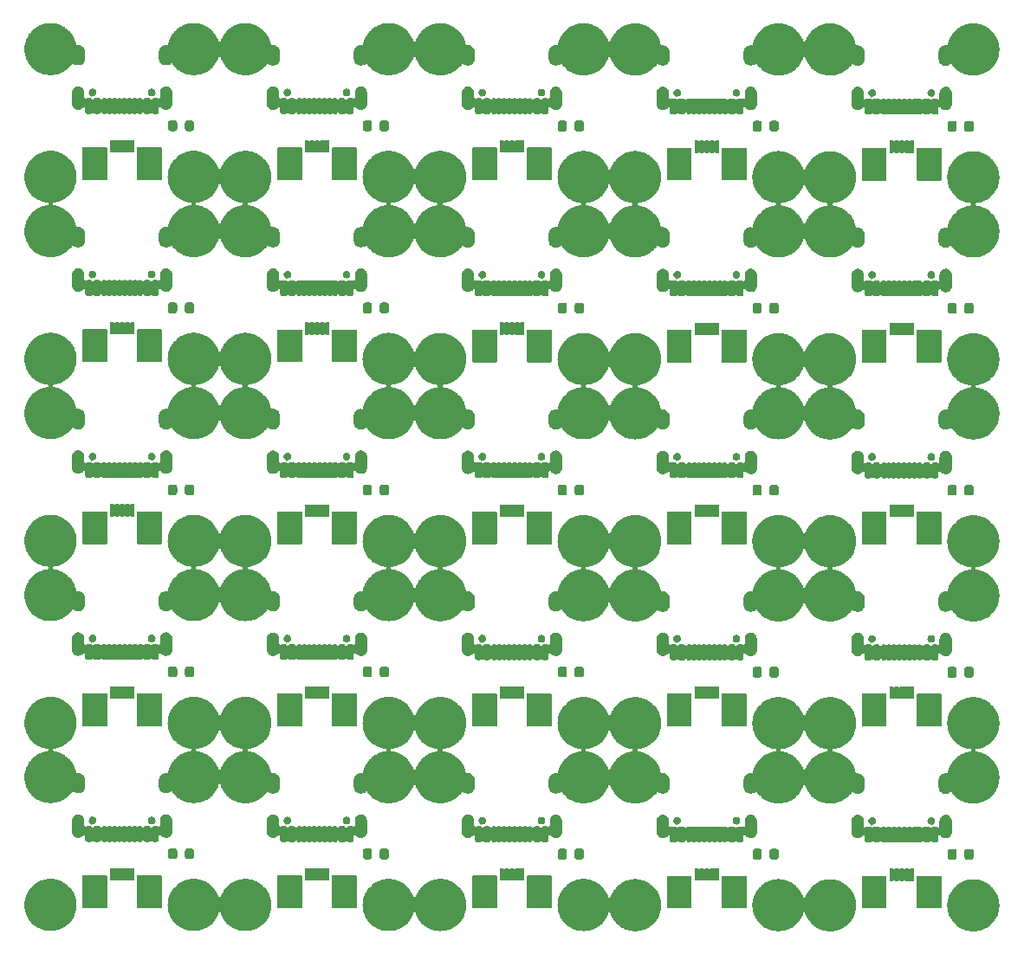
<source format=gts>
G04 #@! TF.GenerationSoftware,KiCad,Pcbnew,8.99.0-2194-gb3b7cbcab2*
G04 #@! TF.CreationDate,2024-09-18T03:52:13+07:00*
G04 #@! TF.ProjectId,Unified-Daughterboard,556e6966-6965-4642-9d44-617567687465,C3*
G04 #@! TF.SameCoordinates,Original*
G04 #@! TF.FileFunction,Soldermask,Top*
G04 #@! TF.FilePolarity,Negative*
%FSLAX46Y46*%
G04 Gerber Fmt 4.6, Leading zero omitted, Abs format (unit mm)*
G04 Created by KiCad (PCBNEW 8.99.0-2194-gb3b7cbcab2) date 2024-09-18 03:52:13*
%MOMM*%
%LPD*%
G01*
G04 APERTURE LIST*
G04 APERTURE END LIST*
G36*
X98828294Y-102501034D02*
G01*
X98909019Y-102501034D01*
X98983182Y-102510402D01*
X99056305Y-102514826D01*
X99140872Y-102530323D01*
X99226850Y-102541185D01*
X99293442Y-102558283D01*
X99359278Y-102570348D01*
X99447492Y-102597836D01*
X99537142Y-102620855D01*
X99595467Y-102643947D01*
X99653358Y-102661987D01*
X99743516Y-102702564D01*
X99835003Y-102738786D01*
X99884685Y-102766098D01*
X99934236Y-102788400D01*
X100024427Y-102842923D01*
X100115734Y-102893119D01*
X100156717Y-102922895D01*
X100197847Y-102947759D01*
X100286044Y-103016857D01*
X100374909Y-103081421D01*
X100407403Y-103111935D01*
X100440309Y-103137715D01*
X100524338Y-103221744D01*
X100608439Y-103300720D01*
X100632984Y-103330390D01*
X100658124Y-103355530D01*
X100735756Y-103454621D01*
X100812642Y-103547560D01*
X100830009Y-103574926D01*
X100848080Y-103597992D01*
X100917030Y-103712049D01*
X100984298Y-103818046D01*
X100995504Y-103841861D01*
X101007439Y-103861603D01*
X101065491Y-103990589D01*
X101120700Y-104107914D01*
X101126945Y-104127135D01*
X101133851Y-104142479D01*
X101178828Y-104286813D01*
X101182143Y-104297015D01*
X101365956Y-104297015D01*
X101366017Y-104296826D01*
X101410998Y-104152479D01*
X101417907Y-104137127D01*
X101424150Y-104117914D01*
X101479335Y-104000638D01*
X101537410Y-103871603D01*
X101549348Y-103851853D01*
X101560552Y-103828046D01*
X101627798Y-103722082D01*
X101696769Y-103607992D01*
X101714845Y-103584919D01*
X101732208Y-103557560D01*
X101809074Y-103464644D01*
X101886725Y-103365530D01*
X101911870Y-103340384D01*
X101936411Y-103310720D01*
X102020495Y-103231759D01*
X102104540Y-103147715D01*
X102137451Y-103121930D01*
X102169941Y-103091421D01*
X102258791Y-103026867D01*
X102347002Y-102957759D01*
X102388137Y-102932891D01*
X102429116Y-102903119D01*
X102520411Y-102852929D01*
X102610613Y-102798400D01*
X102660169Y-102776096D01*
X102709847Y-102748786D01*
X102801324Y-102712567D01*
X102891491Y-102671987D01*
X102949386Y-102653946D01*
X103007708Y-102630855D01*
X103097351Y-102607838D01*
X103185571Y-102580348D01*
X103251409Y-102568282D01*
X103318000Y-102551185D01*
X103403974Y-102540324D01*
X103488544Y-102524826D01*
X103561667Y-102520402D01*
X103635831Y-102511034D01*
X103716556Y-102511034D01*
X103796010Y-102506228D01*
X103875464Y-102511034D01*
X103956189Y-102511034D01*
X104030352Y-102520402D01*
X104103475Y-102524826D01*
X104188042Y-102540323D01*
X104274020Y-102551185D01*
X104340612Y-102568283D01*
X104406448Y-102580348D01*
X104494662Y-102607836D01*
X104584312Y-102630855D01*
X104642637Y-102653947D01*
X104700528Y-102671987D01*
X104790686Y-102712564D01*
X104882173Y-102748786D01*
X104931855Y-102776098D01*
X104981406Y-102798400D01*
X105071597Y-102852923D01*
X105162904Y-102903119D01*
X105203887Y-102932895D01*
X105245017Y-102957759D01*
X105333214Y-103026857D01*
X105422079Y-103091421D01*
X105454573Y-103121935D01*
X105487479Y-103147715D01*
X105571508Y-103231744D01*
X105655609Y-103310720D01*
X105680154Y-103340390D01*
X105705294Y-103365530D01*
X105782926Y-103464621D01*
X105859812Y-103557560D01*
X105877179Y-103584926D01*
X105895250Y-103607992D01*
X105964200Y-103722049D01*
X106031468Y-103828046D01*
X106042674Y-103851861D01*
X106054609Y-103871603D01*
X106112662Y-104000592D01*
X106167870Y-104117914D01*
X106174115Y-104137134D01*
X106181022Y-104152481D01*
X106225992Y-104296796D01*
X106266866Y-104422592D01*
X106269508Y-104436443D01*
X106272661Y-104446561D01*
X106302524Y-104609518D01*
X106326895Y-104737275D01*
X106327396Y-104745240D01*
X106328183Y-104749534D01*
X106341070Y-104962584D01*
X106347010Y-105057000D01*
X106341069Y-105151423D01*
X106328183Y-105364465D01*
X106327396Y-105368758D01*
X106326895Y-105376725D01*
X106302519Y-105504505D01*
X106272661Y-105667438D01*
X106269508Y-105677553D01*
X106266866Y-105691408D01*
X106225984Y-105817227D01*
X106181022Y-105961518D01*
X106174116Y-105976861D01*
X106167870Y-105996086D01*
X106112652Y-106113429D01*
X106054609Y-106242396D01*
X106042676Y-106262134D01*
X106031468Y-106285954D01*
X105964187Y-106391971D01*
X105895250Y-106506007D01*
X105877182Y-106529068D01*
X105859812Y-106556440D01*
X105782912Y-106649396D01*
X105705294Y-106748469D01*
X105680159Y-106773603D01*
X105655609Y-106803280D01*
X105571491Y-106882271D01*
X105487479Y-106966284D01*
X105454579Y-106992058D01*
X105422079Y-107022579D01*
X105333197Y-107087155D01*
X105245017Y-107156240D01*
X105203895Y-107181099D01*
X105162904Y-107210881D01*
X105071579Y-107261086D01*
X104981406Y-107315599D01*
X104931865Y-107337895D01*
X104882173Y-107365214D01*
X104790668Y-107401443D01*
X104700528Y-107442012D01*
X104642649Y-107460047D01*
X104584312Y-107483145D01*
X104494644Y-107506167D01*
X104406448Y-107533651D01*
X104340626Y-107545713D01*
X104274020Y-107562815D01*
X104188025Y-107573678D01*
X104103475Y-107589173D01*
X104030367Y-107593595D01*
X103956189Y-107602966D01*
X103875447Y-107602966D01*
X103796010Y-107607771D01*
X103716573Y-107602966D01*
X103635831Y-107602966D01*
X103561652Y-107593595D01*
X103488544Y-107589173D01*
X103403991Y-107573678D01*
X103318000Y-107562815D01*
X103251396Y-107545713D01*
X103185571Y-107533651D01*
X103097369Y-107506166D01*
X103007708Y-107483145D01*
X102949374Y-107460049D01*
X102891491Y-107442012D01*
X102801343Y-107401439D01*
X102709847Y-107365214D01*
X102660159Y-107337898D01*
X102610613Y-107315599D01*
X102520429Y-107261080D01*
X102429116Y-107210881D01*
X102388129Y-107181102D01*
X102347002Y-107156240D01*
X102258808Y-107087145D01*
X102169941Y-107022579D01*
X102137445Y-106992063D01*
X102104540Y-106966284D01*
X102020511Y-106882255D01*
X101936411Y-106803280D01*
X101911865Y-106773609D01*
X101886725Y-106748469D01*
X101809089Y-106649373D01*
X101732208Y-106556440D01*
X101714841Y-106529075D01*
X101696769Y-106506007D01*
X101627811Y-106391937D01*
X101560552Y-106285954D01*
X101549346Y-106262141D01*
X101537410Y-106242396D01*
X101479341Y-106113373D01*
X101424150Y-105996086D01*
X101417907Y-105976872D01*
X101410998Y-105961521D01*
X101365988Y-105817084D01*
X101362706Y-105806983D01*
X101178893Y-105806984D01*
X101178759Y-105807398D01*
X101133850Y-105951523D01*
X101126945Y-105966863D01*
X101120700Y-105986086D01*
X101065484Y-106103424D01*
X101007439Y-106232396D01*
X100995506Y-106252134D01*
X100984298Y-106275954D01*
X100917017Y-106381971D01*
X100848080Y-106496007D01*
X100830012Y-106519068D01*
X100812642Y-106546440D01*
X100735742Y-106639396D01*
X100658124Y-106738469D01*
X100632989Y-106763603D01*
X100608439Y-106793280D01*
X100524321Y-106872271D01*
X100440309Y-106956284D01*
X100407409Y-106982058D01*
X100374909Y-107012579D01*
X100286027Y-107077155D01*
X100197847Y-107146240D01*
X100156725Y-107171099D01*
X100115734Y-107200881D01*
X100024409Y-107251086D01*
X99934236Y-107305599D01*
X99884695Y-107327895D01*
X99835003Y-107355214D01*
X99743498Y-107391443D01*
X99653358Y-107432012D01*
X99595479Y-107450047D01*
X99537142Y-107473145D01*
X99447474Y-107496167D01*
X99359278Y-107523651D01*
X99293456Y-107535713D01*
X99226850Y-107552815D01*
X99140855Y-107563678D01*
X99056305Y-107579173D01*
X98983197Y-107583595D01*
X98909019Y-107592966D01*
X98828277Y-107592966D01*
X98748840Y-107597771D01*
X98669403Y-107592966D01*
X98588661Y-107592966D01*
X98514482Y-107583595D01*
X98441374Y-107579173D01*
X98356821Y-107563678D01*
X98270830Y-107552815D01*
X98204226Y-107535713D01*
X98138401Y-107523651D01*
X98050199Y-107496166D01*
X97960538Y-107473145D01*
X97902204Y-107450049D01*
X97844321Y-107432012D01*
X97754173Y-107391439D01*
X97662677Y-107355214D01*
X97612989Y-107327898D01*
X97563443Y-107305599D01*
X97473259Y-107251080D01*
X97381946Y-107200881D01*
X97340959Y-107171102D01*
X97299832Y-107146240D01*
X97211638Y-107077145D01*
X97122771Y-107012579D01*
X97090275Y-106982063D01*
X97057370Y-106956284D01*
X96973341Y-106872255D01*
X96889241Y-106793280D01*
X96864695Y-106763609D01*
X96839555Y-106738469D01*
X96761919Y-106639373D01*
X96685038Y-106546440D01*
X96667671Y-106519075D01*
X96649599Y-106496007D01*
X96580641Y-106381937D01*
X96513382Y-106275954D01*
X96502176Y-106252141D01*
X96490240Y-106232396D01*
X96432175Y-106103380D01*
X96376980Y-105986086D01*
X96370736Y-105966869D01*
X96363827Y-105951518D01*
X96318840Y-105807152D01*
X96277984Y-105681408D01*
X96275342Y-105667561D01*
X96272188Y-105657438D01*
X96242305Y-105494372D01*
X96217955Y-105366725D01*
X96217454Y-105358766D01*
X96216666Y-105354465D01*
X96203754Y-105141010D01*
X96197840Y-105047000D01*
X96203754Y-104952996D01*
X96216666Y-104739534D01*
X96217454Y-104735231D01*
X96217955Y-104727275D01*
X96242300Y-104599652D01*
X96272188Y-104436561D01*
X96275343Y-104426435D01*
X96277984Y-104412592D01*
X96318833Y-104286871D01*
X96363827Y-104142481D01*
X96370737Y-104127126D01*
X96376980Y-104107914D01*
X96432164Y-103990640D01*
X96490240Y-103861603D01*
X96502178Y-103841853D01*
X96513382Y-103818046D01*
X96580628Y-103712082D01*
X96649599Y-103597992D01*
X96667675Y-103574919D01*
X96685038Y-103547560D01*
X96761904Y-103454644D01*
X96839555Y-103355530D01*
X96864700Y-103330384D01*
X96889241Y-103300720D01*
X96973325Y-103221759D01*
X97057370Y-103137715D01*
X97090281Y-103111930D01*
X97122771Y-103081421D01*
X97211621Y-103016867D01*
X97299832Y-102947759D01*
X97340967Y-102922891D01*
X97381946Y-102893119D01*
X97473241Y-102842929D01*
X97563443Y-102788400D01*
X97612999Y-102766096D01*
X97662677Y-102738786D01*
X97754154Y-102702567D01*
X97844321Y-102661987D01*
X97902216Y-102643946D01*
X97960538Y-102620855D01*
X98050181Y-102597838D01*
X98138401Y-102570348D01*
X98204239Y-102558282D01*
X98270830Y-102541185D01*
X98356804Y-102530324D01*
X98441374Y-102514826D01*
X98514497Y-102510402D01*
X98588661Y-102501034D01*
X98669386Y-102501034D01*
X98748840Y-102496228D01*
X98828294Y-102501034D01*
G37*
G36*
X117875464Y-102511034D02*
G01*
X117956189Y-102511034D01*
X118030352Y-102520402D01*
X118103475Y-102524826D01*
X118188042Y-102540323D01*
X118274020Y-102551185D01*
X118340612Y-102568283D01*
X118406448Y-102580348D01*
X118494662Y-102607836D01*
X118584312Y-102630855D01*
X118642637Y-102653947D01*
X118700528Y-102671987D01*
X118790686Y-102712564D01*
X118882173Y-102748786D01*
X118931855Y-102776098D01*
X118981406Y-102798400D01*
X119071597Y-102852923D01*
X119162904Y-102903119D01*
X119203887Y-102932895D01*
X119245017Y-102957759D01*
X119333214Y-103026857D01*
X119422079Y-103091421D01*
X119454573Y-103121935D01*
X119487479Y-103147715D01*
X119571508Y-103231744D01*
X119655609Y-103310720D01*
X119680154Y-103340390D01*
X119705294Y-103365530D01*
X119782926Y-103464621D01*
X119859812Y-103557560D01*
X119877179Y-103584926D01*
X119895250Y-103607992D01*
X119964200Y-103722049D01*
X120031468Y-103828046D01*
X120042674Y-103851861D01*
X120054609Y-103871603D01*
X120112662Y-104000592D01*
X120167870Y-104117914D01*
X120174115Y-104137134D01*
X120181022Y-104152481D01*
X120225992Y-104296796D01*
X120266866Y-104422592D01*
X120269508Y-104436443D01*
X120272661Y-104446561D01*
X120302524Y-104609518D01*
X120326895Y-104737275D01*
X120327396Y-104745240D01*
X120328183Y-104749534D01*
X120341070Y-104962584D01*
X120347010Y-105057000D01*
X120341069Y-105151423D01*
X120328183Y-105364465D01*
X120327396Y-105368758D01*
X120326895Y-105376725D01*
X120302519Y-105504505D01*
X120272661Y-105667438D01*
X120269508Y-105677553D01*
X120266866Y-105691408D01*
X120225984Y-105817227D01*
X120181022Y-105961518D01*
X120174116Y-105976861D01*
X120167870Y-105996086D01*
X120112652Y-106113429D01*
X120054609Y-106242396D01*
X120042676Y-106262134D01*
X120031468Y-106285954D01*
X119964187Y-106391971D01*
X119895250Y-106506007D01*
X119877182Y-106529068D01*
X119859812Y-106556440D01*
X119782912Y-106649396D01*
X119705294Y-106748469D01*
X119680159Y-106773603D01*
X119655609Y-106803280D01*
X119571491Y-106882271D01*
X119487479Y-106966284D01*
X119454579Y-106992058D01*
X119422079Y-107022579D01*
X119333197Y-107087155D01*
X119245017Y-107156240D01*
X119203895Y-107181099D01*
X119162904Y-107210881D01*
X119071579Y-107261086D01*
X118981406Y-107315599D01*
X118931865Y-107337895D01*
X118882173Y-107365214D01*
X118790668Y-107401443D01*
X118700528Y-107442012D01*
X118642649Y-107460047D01*
X118584312Y-107483145D01*
X118494644Y-107506167D01*
X118406448Y-107533651D01*
X118340626Y-107545713D01*
X118274020Y-107562815D01*
X118188025Y-107573678D01*
X118103475Y-107589173D01*
X118030367Y-107593595D01*
X117956189Y-107602966D01*
X117875447Y-107602966D01*
X117796010Y-107607771D01*
X117716573Y-107602966D01*
X117635831Y-107602966D01*
X117561652Y-107593595D01*
X117488544Y-107589173D01*
X117403991Y-107573678D01*
X117318000Y-107562815D01*
X117251396Y-107545713D01*
X117185571Y-107533651D01*
X117097369Y-107506166D01*
X117007708Y-107483145D01*
X116949374Y-107460049D01*
X116891491Y-107442012D01*
X116801343Y-107401439D01*
X116709847Y-107365214D01*
X116660159Y-107337898D01*
X116610613Y-107315599D01*
X116520429Y-107261080D01*
X116429116Y-107210881D01*
X116388129Y-107181102D01*
X116347002Y-107156240D01*
X116258808Y-107087145D01*
X116169941Y-107022579D01*
X116137445Y-106992063D01*
X116104540Y-106966284D01*
X116020511Y-106882255D01*
X115936411Y-106803280D01*
X115911865Y-106773609D01*
X115886725Y-106748469D01*
X115809089Y-106649373D01*
X115732208Y-106556440D01*
X115714841Y-106529075D01*
X115696769Y-106506007D01*
X115627811Y-106391937D01*
X115560552Y-106285954D01*
X115549346Y-106262141D01*
X115537410Y-106242396D01*
X115479345Y-106113380D01*
X115424150Y-105996086D01*
X115417906Y-105976869D01*
X115410997Y-105961518D01*
X115366010Y-105817152D01*
X115325154Y-105691408D01*
X115322512Y-105677561D01*
X115319358Y-105667438D01*
X115289475Y-105504372D01*
X115265125Y-105376725D01*
X115264624Y-105368766D01*
X115263836Y-105364465D01*
X115250924Y-105151010D01*
X115245010Y-105057000D01*
X115250924Y-104962996D01*
X115263836Y-104749534D01*
X115264624Y-104745231D01*
X115265125Y-104737275D01*
X115289470Y-104609652D01*
X115319358Y-104446561D01*
X115322513Y-104436435D01*
X115325154Y-104422592D01*
X115366003Y-104296871D01*
X115410997Y-104152481D01*
X115417907Y-104137126D01*
X115424150Y-104117914D01*
X115479334Y-104000640D01*
X115537410Y-103871603D01*
X115549348Y-103851853D01*
X115560552Y-103828046D01*
X115627798Y-103722082D01*
X115696769Y-103607992D01*
X115714845Y-103584919D01*
X115732208Y-103557560D01*
X115809074Y-103464644D01*
X115886725Y-103365530D01*
X115911870Y-103340384D01*
X115936411Y-103310720D01*
X116020495Y-103231759D01*
X116104540Y-103147715D01*
X116137451Y-103121930D01*
X116169941Y-103091421D01*
X116258791Y-103026867D01*
X116347002Y-102957759D01*
X116388137Y-102932891D01*
X116429116Y-102903119D01*
X116520411Y-102852929D01*
X116610613Y-102798400D01*
X116660169Y-102776096D01*
X116709847Y-102748786D01*
X116801324Y-102712567D01*
X116891491Y-102671987D01*
X116949386Y-102653946D01*
X117007708Y-102630855D01*
X117097351Y-102607838D01*
X117185571Y-102580348D01*
X117251409Y-102568282D01*
X117318000Y-102551185D01*
X117403974Y-102540324D01*
X117488544Y-102524826D01*
X117561667Y-102520402D01*
X117635831Y-102511034D01*
X117716556Y-102511034D01*
X117796010Y-102506228D01*
X117875464Y-102511034D01*
G37*
G36*
X79781124Y-102491034D02*
G01*
X79861849Y-102491034D01*
X79936012Y-102500402D01*
X80009135Y-102504826D01*
X80093702Y-102520323D01*
X80179680Y-102531185D01*
X80246272Y-102548283D01*
X80312108Y-102560348D01*
X80400322Y-102587836D01*
X80489972Y-102610855D01*
X80548297Y-102633947D01*
X80606188Y-102651987D01*
X80696346Y-102692564D01*
X80787833Y-102728786D01*
X80837515Y-102756098D01*
X80887066Y-102778400D01*
X80977257Y-102832923D01*
X81068564Y-102883119D01*
X81109547Y-102912895D01*
X81150677Y-102937759D01*
X81238874Y-103006857D01*
X81327739Y-103071421D01*
X81360233Y-103101935D01*
X81393139Y-103127715D01*
X81477168Y-103211744D01*
X81561269Y-103290720D01*
X81585814Y-103320390D01*
X81610954Y-103345530D01*
X81688586Y-103444621D01*
X81765472Y-103537560D01*
X81782839Y-103564926D01*
X81800910Y-103587992D01*
X81869860Y-103702049D01*
X81937128Y-103808046D01*
X81948334Y-103831861D01*
X81960269Y-103851603D01*
X82018321Y-103980589D01*
X82073530Y-104097914D01*
X82079775Y-104117135D01*
X82086681Y-104132479D01*
X82131658Y-104276813D01*
X82134973Y-104287015D01*
X82318786Y-104287015D01*
X82318847Y-104286826D01*
X82363828Y-104142479D01*
X82370737Y-104127127D01*
X82376980Y-104107914D01*
X82432165Y-103990638D01*
X82490240Y-103861603D01*
X82502178Y-103841853D01*
X82513382Y-103818046D01*
X82580628Y-103712082D01*
X82649599Y-103597992D01*
X82667675Y-103574919D01*
X82685038Y-103547560D01*
X82761904Y-103454644D01*
X82839555Y-103355530D01*
X82864700Y-103330384D01*
X82889241Y-103300720D01*
X82973325Y-103221759D01*
X83057370Y-103137715D01*
X83090281Y-103111930D01*
X83122771Y-103081421D01*
X83211621Y-103016867D01*
X83299832Y-102947759D01*
X83340967Y-102922891D01*
X83381946Y-102893119D01*
X83473241Y-102842929D01*
X83563443Y-102788400D01*
X83612999Y-102766096D01*
X83662677Y-102738786D01*
X83754154Y-102702567D01*
X83844321Y-102661987D01*
X83902216Y-102643946D01*
X83960538Y-102620855D01*
X84050181Y-102597838D01*
X84138401Y-102570348D01*
X84204239Y-102558282D01*
X84270830Y-102541185D01*
X84356804Y-102530324D01*
X84441374Y-102514826D01*
X84514497Y-102510402D01*
X84588661Y-102501034D01*
X84669386Y-102501034D01*
X84748840Y-102496228D01*
X84828294Y-102501034D01*
X84909019Y-102501034D01*
X84983182Y-102510402D01*
X85056305Y-102514826D01*
X85140872Y-102530323D01*
X85226850Y-102541185D01*
X85293442Y-102558283D01*
X85359278Y-102570348D01*
X85447492Y-102597836D01*
X85537142Y-102620855D01*
X85595467Y-102643947D01*
X85653358Y-102661987D01*
X85743516Y-102702564D01*
X85835003Y-102738786D01*
X85884685Y-102766098D01*
X85934236Y-102788400D01*
X86024427Y-102842923D01*
X86115734Y-102893119D01*
X86156717Y-102922895D01*
X86197847Y-102947759D01*
X86286044Y-103016857D01*
X86374909Y-103081421D01*
X86407403Y-103111935D01*
X86440309Y-103137715D01*
X86524338Y-103221744D01*
X86608439Y-103300720D01*
X86632984Y-103330390D01*
X86658124Y-103355530D01*
X86735756Y-103454621D01*
X86812642Y-103547560D01*
X86830009Y-103574926D01*
X86848080Y-103597992D01*
X86917030Y-103712049D01*
X86984298Y-103818046D01*
X86995504Y-103841861D01*
X87007439Y-103861603D01*
X87065492Y-103990592D01*
X87120700Y-104107914D01*
X87126945Y-104127134D01*
X87133852Y-104142481D01*
X87178822Y-104286796D01*
X87219696Y-104412592D01*
X87222338Y-104426443D01*
X87225491Y-104436561D01*
X87255354Y-104599518D01*
X87279725Y-104727275D01*
X87280226Y-104735240D01*
X87281013Y-104739534D01*
X87293900Y-104952584D01*
X87299840Y-105047000D01*
X87293899Y-105141423D01*
X87281013Y-105354465D01*
X87280226Y-105358758D01*
X87279725Y-105366725D01*
X87255349Y-105494505D01*
X87225491Y-105657438D01*
X87222338Y-105667553D01*
X87219696Y-105681408D01*
X87178814Y-105807227D01*
X87133852Y-105951518D01*
X87126946Y-105966861D01*
X87120700Y-105986086D01*
X87065482Y-106103429D01*
X87007439Y-106232396D01*
X86995506Y-106252134D01*
X86984298Y-106275954D01*
X86917017Y-106381971D01*
X86848080Y-106496007D01*
X86830012Y-106519068D01*
X86812642Y-106546440D01*
X86735742Y-106639396D01*
X86658124Y-106738469D01*
X86632989Y-106763603D01*
X86608439Y-106793280D01*
X86524321Y-106872271D01*
X86440309Y-106956284D01*
X86407409Y-106982058D01*
X86374909Y-107012579D01*
X86286027Y-107077155D01*
X86197847Y-107146240D01*
X86156725Y-107171099D01*
X86115734Y-107200881D01*
X86024409Y-107251086D01*
X85934236Y-107305599D01*
X85884695Y-107327895D01*
X85835003Y-107355214D01*
X85743498Y-107391443D01*
X85653358Y-107432012D01*
X85595479Y-107450047D01*
X85537142Y-107473145D01*
X85447474Y-107496167D01*
X85359278Y-107523651D01*
X85293456Y-107535713D01*
X85226850Y-107552815D01*
X85140855Y-107563678D01*
X85056305Y-107579173D01*
X84983197Y-107583595D01*
X84909019Y-107592966D01*
X84828277Y-107592966D01*
X84748840Y-107597771D01*
X84669403Y-107592966D01*
X84588661Y-107592966D01*
X84514482Y-107583595D01*
X84441374Y-107579173D01*
X84356821Y-107563678D01*
X84270830Y-107552815D01*
X84204226Y-107535713D01*
X84138401Y-107523651D01*
X84050199Y-107496166D01*
X83960538Y-107473145D01*
X83902204Y-107450049D01*
X83844321Y-107432012D01*
X83754173Y-107391439D01*
X83662677Y-107355214D01*
X83612989Y-107327898D01*
X83563443Y-107305599D01*
X83473259Y-107251080D01*
X83381946Y-107200881D01*
X83340959Y-107171102D01*
X83299832Y-107146240D01*
X83211638Y-107077145D01*
X83122771Y-107012579D01*
X83090275Y-106982063D01*
X83057370Y-106956284D01*
X82973341Y-106872255D01*
X82889241Y-106793280D01*
X82864695Y-106763609D01*
X82839555Y-106738469D01*
X82761919Y-106639373D01*
X82685038Y-106546440D01*
X82667671Y-106519075D01*
X82649599Y-106496007D01*
X82580641Y-106381937D01*
X82513382Y-106275954D01*
X82502176Y-106252141D01*
X82490240Y-106232396D01*
X82432171Y-106103373D01*
X82376980Y-105986086D01*
X82370737Y-105966872D01*
X82363828Y-105951521D01*
X82318818Y-105807084D01*
X82315536Y-105796983D01*
X82131723Y-105796984D01*
X82131589Y-105797398D01*
X82086680Y-105941523D01*
X82079775Y-105956863D01*
X82073530Y-105976086D01*
X82018314Y-106093424D01*
X81960269Y-106222396D01*
X81948336Y-106242134D01*
X81937128Y-106265954D01*
X81869847Y-106371971D01*
X81800910Y-106486007D01*
X81782842Y-106509068D01*
X81765472Y-106536440D01*
X81688572Y-106629396D01*
X81610954Y-106728469D01*
X81585819Y-106753603D01*
X81561269Y-106783280D01*
X81477151Y-106862271D01*
X81393139Y-106946284D01*
X81360239Y-106972058D01*
X81327739Y-107002579D01*
X81238857Y-107067155D01*
X81150677Y-107136240D01*
X81109555Y-107161099D01*
X81068564Y-107190881D01*
X80977239Y-107241086D01*
X80887066Y-107295599D01*
X80837525Y-107317895D01*
X80787833Y-107345214D01*
X80696328Y-107381443D01*
X80606188Y-107422012D01*
X80548309Y-107440047D01*
X80489972Y-107463145D01*
X80400304Y-107486167D01*
X80312108Y-107513651D01*
X80246286Y-107525713D01*
X80179680Y-107542815D01*
X80093685Y-107553678D01*
X80009135Y-107569173D01*
X79936027Y-107573595D01*
X79861849Y-107582966D01*
X79781107Y-107582966D01*
X79701670Y-107587771D01*
X79622233Y-107582966D01*
X79541491Y-107582966D01*
X79467312Y-107573595D01*
X79394204Y-107569173D01*
X79309651Y-107553678D01*
X79223660Y-107542815D01*
X79157056Y-107525713D01*
X79091231Y-107513651D01*
X79003029Y-107486166D01*
X78913368Y-107463145D01*
X78855034Y-107440049D01*
X78797151Y-107422012D01*
X78707003Y-107381439D01*
X78615507Y-107345214D01*
X78565819Y-107317898D01*
X78516273Y-107295599D01*
X78426089Y-107241080D01*
X78334776Y-107190881D01*
X78293789Y-107161102D01*
X78252662Y-107136240D01*
X78164468Y-107067145D01*
X78075601Y-107002579D01*
X78043105Y-106972063D01*
X78010200Y-106946284D01*
X77926171Y-106862255D01*
X77842071Y-106783280D01*
X77817525Y-106753609D01*
X77792385Y-106728469D01*
X77714749Y-106629373D01*
X77637868Y-106536440D01*
X77620501Y-106509075D01*
X77602429Y-106486007D01*
X77533471Y-106371937D01*
X77466212Y-106265954D01*
X77455006Y-106242141D01*
X77443070Y-106222396D01*
X77385005Y-106093380D01*
X77329810Y-105976086D01*
X77323566Y-105956869D01*
X77316657Y-105941518D01*
X77271670Y-105797152D01*
X77230814Y-105671408D01*
X77228172Y-105657561D01*
X77225018Y-105647438D01*
X77195135Y-105484372D01*
X77170785Y-105356725D01*
X77170284Y-105348766D01*
X77169496Y-105344465D01*
X77156584Y-105131010D01*
X77150670Y-105037000D01*
X77156584Y-104942996D01*
X77169496Y-104729534D01*
X77170284Y-104725231D01*
X77170785Y-104717275D01*
X77195130Y-104589652D01*
X77225018Y-104426561D01*
X77228173Y-104416435D01*
X77230814Y-104402592D01*
X77271663Y-104276871D01*
X77316657Y-104132481D01*
X77323567Y-104117126D01*
X77329810Y-104097914D01*
X77384994Y-103980640D01*
X77443070Y-103851603D01*
X77455008Y-103831853D01*
X77466212Y-103808046D01*
X77533458Y-103702082D01*
X77602429Y-103587992D01*
X77620505Y-103564919D01*
X77637868Y-103537560D01*
X77714734Y-103444644D01*
X77792385Y-103345530D01*
X77817530Y-103320384D01*
X77842071Y-103290720D01*
X77926155Y-103211759D01*
X78010200Y-103127715D01*
X78043111Y-103101930D01*
X78075601Y-103071421D01*
X78164451Y-103006867D01*
X78252662Y-102937759D01*
X78293797Y-102912891D01*
X78334776Y-102883119D01*
X78426071Y-102832929D01*
X78516273Y-102778400D01*
X78565829Y-102756096D01*
X78615507Y-102728786D01*
X78706984Y-102692567D01*
X78797151Y-102651987D01*
X78855046Y-102633946D01*
X78913368Y-102610855D01*
X79003011Y-102587838D01*
X79091231Y-102560348D01*
X79157069Y-102548282D01*
X79223660Y-102531185D01*
X79309634Y-102520324D01*
X79394204Y-102504826D01*
X79467327Y-102500402D01*
X79541491Y-102491034D01*
X79622216Y-102491034D01*
X79701670Y-102486228D01*
X79781124Y-102491034D01*
G37*
G36*
X60733954Y-102481034D02*
G01*
X60814679Y-102481034D01*
X60888842Y-102490402D01*
X60961965Y-102494826D01*
X61046532Y-102510323D01*
X61132510Y-102521185D01*
X61199102Y-102538283D01*
X61264938Y-102550348D01*
X61353152Y-102577836D01*
X61442802Y-102600855D01*
X61501127Y-102623947D01*
X61559018Y-102641987D01*
X61649176Y-102682564D01*
X61740663Y-102718786D01*
X61790345Y-102746098D01*
X61839896Y-102768400D01*
X61930087Y-102822923D01*
X62021394Y-102873119D01*
X62062377Y-102902895D01*
X62103507Y-102927759D01*
X62191704Y-102996857D01*
X62280569Y-103061421D01*
X62313063Y-103091935D01*
X62345969Y-103117715D01*
X62429998Y-103201744D01*
X62514099Y-103280720D01*
X62538644Y-103310390D01*
X62563784Y-103335530D01*
X62641416Y-103434621D01*
X62718302Y-103527560D01*
X62735669Y-103554926D01*
X62753740Y-103577992D01*
X62822690Y-103692049D01*
X62889958Y-103798046D01*
X62901164Y-103821861D01*
X62913099Y-103841603D01*
X62971151Y-103970589D01*
X63026360Y-104087914D01*
X63032605Y-104107135D01*
X63039511Y-104122479D01*
X63084488Y-104266813D01*
X63087803Y-104277015D01*
X63271616Y-104277015D01*
X63271677Y-104276826D01*
X63316658Y-104132479D01*
X63323567Y-104117127D01*
X63329810Y-104097914D01*
X63384995Y-103980638D01*
X63443070Y-103851603D01*
X63455008Y-103831853D01*
X63466212Y-103808046D01*
X63533458Y-103702082D01*
X63602429Y-103587992D01*
X63620505Y-103564919D01*
X63637868Y-103537560D01*
X63714734Y-103444644D01*
X63792385Y-103345530D01*
X63817530Y-103320384D01*
X63842071Y-103290720D01*
X63926155Y-103211759D01*
X64010200Y-103127715D01*
X64043111Y-103101930D01*
X64075601Y-103071421D01*
X64164451Y-103006867D01*
X64252662Y-102937759D01*
X64293797Y-102912891D01*
X64334776Y-102883119D01*
X64426071Y-102832929D01*
X64516273Y-102778400D01*
X64565829Y-102756096D01*
X64615507Y-102728786D01*
X64706984Y-102692567D01*
X64797151Y-102651987D01*
X64855046Y-102633946D01*
X64913368Y-102610855D01*
X65003011Y-102587838D01*
X65091231Y-102560348D01*
X65157069Y-102548282D01*
X65223660Y-102531185D01*
X65309634Y-102520324D01*
X65394204Y-102504826D01*
X65467327Y-102500402D01*
X65541491Y-102491034D01*
X65622216Y-102491034D01*
X65701670Y-102486228D01*
X65781124Y-102491034D01*
X65861849Y-102491034D01*
X65936012Y-102500402D01*
X66009135Y-102504826D01*
X66093702Y-102520323D01*
X66179680Y-102531185D01*
X66246272Y-102548283D01*
X66312108Y-102560348D01*
X66400322Y-102587836D01*
X66489972Y-102610855D01*
X66548297Y-102633947D01*
X66606188Y-102651987D01*
X66696346Y-102692564D01*
X66787833Y-102728786D01*
X66837515Y-102756098D01*
X66887066Y-102778400D01*
X66977257Y-102832923D01*
X67068564Y-102883119D01*
X67109547Y-102912895D01*
X67150677Y-102937759D01*
X67238874Y-103006857D01*
X67327739Y-103071421D01*
X67360233Y-103101935D01*
X67393139Y-103127715D01*
X67477168Y-103211744D01*
X67561269Y-103290720D01*
X67585814Y-103320390D01*
X67610954Y-103345530D01*
X67688586Y-103444621D01*
X67765472Y-103537560D01*
X67782839Y-103564926D01*
X67800910Y-103587992D01*
X67869860Y-103702049D01*
X67937128Y-103808046D01*
X67948334Y-103831861D01*
X67960269Y-103851603D01*
X68018322Y-103980592D01*
X68073530Y-104097914D01*
X68079775Y-104117134D01*
X68086682Y-104132481D01*
X68131652Y-104276796D01*
X68172526Y-104402592D01*
X68175168Y-104416443D01*
X68178321Y-104426561D01*
X68208184Y-104589518D01*
X68232555Y-104717275D01*
X68233056Y-104725240D01*
X68233843Y-104729534D01*
X68246730Y-104942584D01*
X68252670Y-105037000D01*
X68246729Y-105131423D01*
X68233843Y-105344465D01*
X68233056Y-105348758D01*
X68232555Y-105356725D01*
X68208179Y-105484505D01*
X68178321Y-105647438D01*
X68175168Y-105657553D01*
X68172526Y-105671408D01*
X68131644Y-105797227D01*
X68086682Y-105941518D01*
X68079776Y-105956861D01*
X68073530Y-105976086D01*
X68018312Y-106093429D01*
X67960269Y-106222396D01*
X67948336Y-106242134D01*
X67937128Y-106265954D01*
X67869847Y-106371971D01*
X67800910Y-106486007D01*
X67782842Y-106509068D01*
X67765472Y-106536440D01*
X67688572Y-106629396D01*
X67610954Y-106728469D01*
X67585819Y-106753603D01*
X67561269Y-106783280D01*
X67477151Y-106862271D01*
X67393139Y-106946284D01*
X67360239Y-106972058D01*
X67327739Y-107002579D01*
X67238857Y-107067155D01*
X67150677Y-107136240D01*
X67109555Y-107161099D01*
X67068564Y-107190881D01*
X66977239Y-107241086D01*
X66887066Y-107295599D01*
X66837525Y-107317895D01*
X66787833Y-107345214D01*
X66696328Y-107381443D01*
X66606188Y-107422012D01*
X66548309Y-107440047D01*
X66489972Y-107463145D01*
X66400304Y-107486167D01*
X66312108Y-107513651D01*
X66246286Y-107525713D01*
X66179680Y-107542815D01*
X66093685Y-107553678D01*
X66009135Y-107569173D01*
X65936027Y-107573595D01*
X65861849Y-107582966D01*
X65781107Y-107582966D01*
X65701670Y-107587771D01*
X65622233Y-107582966D01*
X65541491Y-107582966D01*
X65467312Y-107573595D01*
X65394204Y-107569173D01*
X65309651Y-107553678D01*
X65223660Y-107542815D01*
X65157056Y-107525713D01*
X65091231Y-107513651D01*
X65003029Y-107486166D01*
X64913368Y-107463145D01*
X64855034Y-107440049D01*
X64797151Y-107422012D01*
X64707003Y-107381439D01*
X64615507Y-107345214D01*
X64565819Y-107317898D01*
X64516273Y-107295599D01*
X64426089Y-107241080D01*
X64334776Y-107190881D01*
X64293789Y-107161102D01*
X64252662Y-107136240D01*
X64164468Y-107067145D01*
X64075601Y-107002579D01*
X64043105Y-106972063D01*
X64010200Y-106946284D01*
X63926171Y-106862255D01*
X63842071Y-106783280D01*
X63817525Y-106753609D01*
X63792385Y-106728469D01*
X63714749Y-106629373D01*
X63637868Y-106536440D01*
X63620501Y-106509075D01*
X63602429Y-106486007D01*
X63533471Y-106371937D01*
X63466212Y-106265954D01*
X63455006Y-106242141D01*
X63443070Y-106222396D01*
X63385001Y-106093373D01*
X63329810Y-105976086D01*
X63323567Y-105956872D01*
X63316658Y-105941521D01*
X63271648Y-105797084D01*
X63268366Y-105786983D01*
X63084553Y-105786984D01*
X63084419Y-105787398D01*
X63039510Y-105931523D01*
X63032605Y-105946863D01*
X63026360Y-105966086D01*
X62971144Y-106083424D01*
X62913099Y-106212396D01*
X62901166Y-106232134D01*
X62889958Y-106255954D01*
X62822677Y-106361971D01*
X62753740Y-106476007D01*
X62735672Y-106499068D01*
X62718302Y-106526440D01*
X62641402Y-106619396D01*
X62563784Y-106718469D01*
X62538649Y-106743603D01*
X62514099Y-106773280D01*
X62429981Y-106852271D01*
X62345969Y-106936284D01*
X62313069Y-106962058D01*
X62280569Y-106992579D01*
X62191687Y-107057155D01*
X62103507Y-107126240D01*
X62062385Y-107151099D01*
X62021394Y-107180881D01*
X61930069Y-107231086D01*
X61839896Y-107285599D01*
X61790355Y-107307895D01*
X61740663Y-107335214D01*
X61649158Y-107371443D01*
X61559018Y-107412012D01*
X61501139Y-107430047D01*
X61442802Y-107453145D01*
X61353134Y-107476167D01*
X61264938Y-107503651D01*
X61199116Y-107515713D01*
X61132510Y-107532815D01*
X61046515Y-107543678D01*
X60961965Y-107559173D01*
X60888857Y-107563595D01*
X60814679Y-107572966D01*
X60733937Y-107572966D01*
X60654500Y-107577771D01*
X60575063Y-107572966D01*
X60494321Y-107572966D01*
X60420142Y-107563595D01*
X60347034Y-107559173D01*
X60262481Y-107543678D01*
X60176490Y-107532815D01*
X60109886Y-107515713D01*
X60044061Y-107503651D01*
X59955859Y-107476166D01*
X59866198Y-107453145D01*
X59807864Y-107430049D01*
X59749981Y-107412012D01*
X59659833Y-107371439D01*
X59568337Y-107335214D01*
X59518649Y-107307898D01*
X59469103Y-107285599D01*
X59378919Y-107231080D01*
X59287606Y-107180881D01*
X59246619Y-107151102D01*
X59205492Y-107126240D01*
X59117298Y-107057145D01*
X59028431Y-106992579D01*
X58995935Y-106962063D01*
X58963030Y-106936284D01*
X58879001Y-106852255D01*
X58794901Y-106773280D01*
X58770355Y-106743609D01*
X58745215Y-106718469D01*
X58667579Y-106619373D01*
X58590698Y-106526440D01*
X58573331Y-106499075D01*
X58555259Y-106476007D01*
X58486301Y-106361937D01*
X58419042Y-106255954D01*
X58407836Y-106232141D01*
X58395900Y-106212396D01*
X58337835Y-106083380D01*
X58282640Y-105966086D01*
X58276396Y-105946869D01*
X58269487Y-105931518D01*
X58224500Y-105787152D01*
X58183644Y-105661408D01*
X58181002Y-105647561D01*
X58177848Y-105637438D01*
X58147965Y-105474372D01*
X58123615Y-105346725D01*
X58123114Y-105338766D01*
X58122326Y-105334465D01*
X58109414Y-105121010D01*
X58103500Y-105027000D01*
X58109414Y-104932996D01*
X58122326Y-104719534D01*
X58123114Y-104715231D01*
X58123615Y-104707275D01*
X58147960Y-104579652D01*
X58177848Y-104416561D01*
X58181003Y-104406435D01*
X58183644Y-104392592D01*
X58224493Y-104266871D01*
X58269487Y-104122481D01*
X58276397Y-104107126D01*
X58282640Y-104087914D01*
X58337824Y-103970640D01*
X58395900Y-103841603D01*
X58407838Y-103821853D01*
X58419042Y-103798046D01*
X58486288Y-103692082D01*
X58555259Y-103577992D01*
X58573335Y-103554919D01*
X58590698Y-103527560D01*
X58667564Y-103434644D01*
X58745215Y-103335530D01*
X58770360Y-103310384D01*
X58794901Y-103280720D01*
X58878985Y-103201759D01*
X58963030Y-103117715D01*
X58995941Y-103091930D01*
X59028431Y-103061421D01*
X59117281Y-102996867D01*
X59205492Y-102927759D01*
X59246627Y-102902891D01*
X59287606Y-102873119D01*
X59378901Y-102822929D01*
X59469103Y-102768400D01*
X59518659Y-102746096D01*
X59568337Y-102718786D01*
X59659814Y-102682567D01*
X59749981Y-102641987D01*
X59807876Y-102623946D01*
X59866198Y-102600855D01*
X59955841Y-102577838D01*
X60044061Y-102550348D01*
X60109899Y-102538282D01*
X60176490Y-102521185D01*
X60262464Y-102510324D01*
X60347034Y-102494826D01*
X60420157Y-102490402D01*
X60494321Y-102481034D01*
X60575046Y-102481034D01*
X60654500Y-102476228D01*
X60733954Y-102481034D01*
G37*
G36*
X41686784Y-102471034D02*
G01*
X41767509Y-102471034D01*
X41841672Y-102480402D01*
X41914795Y-102484826D01*
X41999362Y-102500323D01*
X42085340Y-102511185D01*
X42151932Y-102528283D01*
X42217768Y-102540348D01*
X42305982Y-102567836D01*
X42395632Y-102590855D01*
X42453957Y-102613947D01*
X42511848Y-102631987D01*
X42602006Y-102672564D01*
X42693493Y-102708786D01*
X42743175Y-102736098D01*
X42792726Y-102758400D01*
X42882917Y-102812923D01*
X42974224Y-102863119D01*
X43015207Y-102892895D01*
X43056337Y-102917759D01*
X43144534Y-102986857D01*
X43233399Y-103051421D01*
X43265893Y-103081935D01*
X43298799Y-103107715D01*
X43382828Y-103191744D01*
X43466929Y-103270720D01*
X43491474Y-103300390D01*
X43516614Y-103325530D01*
X43594246Y-103424621D01*
X43671132Y-103517560D01*
X43688499Y-103544926D01*
X43706570Y-103567992D01*
X43775520Y-103682049D01*
X43842788Y-103788046D01*
X43853994Y-103811861D01*
X43865929Y-103831603D01*
X43923981Y-103960589D01*
X43979190Y-104077914D01*
X43985435Y-104097135D01*
X43992341Y-104112479D01*
X44037318Y-104256813D01*
X44040633Y-104267015D01*
X44224446Y-104267015D01*
X44224507Y-104266826D01*
X44269488Y-104122479D01*
X44276397Y-104107127D01*
X44282640Y-104087914D01*
X44337825Y-103970638D01*
X44395900Y-103841603D01*
X44407838Y-103821853D01*
X44419042Y-103798046D01*
X44486288Y-103692082D01*
X44555259Y-103577992D01*
X44573335Y-103554919D01*
X44590698Y-103527560D01*
X44667564Y-103434644D01*
X44745215Y-103335530D01*
X44770360Y-103310384D01*
X44794901Y-103280720D01*
X44878985Y-103201759D01*
X44963030Y-103117715D01*
X44995941Y-103091930D01*
X45028431Y-103061421D01*
X45117281Y-102996867D01*
X45205492Y-102927759D01*
X45246627Y-102902891D01*
X45287606Y-102873119D01*
X45378901Y-102822929D01*
X45469103Y-102768400D01*
X45518659Y-102746096D01*
X45568337Y-102718786D01*
X45659814Y-102682567D01*
X45749981Y-102641987D01*
X45807876Y-102623946D01*
X45866198Y-102600855D01*
X45955841Y-102577838D01*
X46044061Y-102550348D01*
X46109899Y-102538282D01*
X46176490Y-102521185D01*
X46262464Y-102510324D01*
X46347034Y-102494826D01*
X46420157Y-102490402D01*
X46494321Y-102481034D01*
X46575046Y-102481034D01*
X46654500Y-102476228D01*
X46733954Y-102481034D01*
X46814679Y-102481034D01*
X46888842Y-102490402D01*
X46961965Y-102494826D01*
X47046532Y-102510323D01*
X47132510Y-102521185D01*
X47199102Y-102538283D01*
X47264938Y-102550348D01*
X47353152Y-102577836D01*
X47442802Y-102600855D01*
X47501127Y-102623947D01*
X47559018Y-102641987D01*
X47649176Y-102682564D01*
X47740663Y-102718786D01*
X47790345Y-102746098D01*
X47839896Y-102768400D01*
X47930087Y-102822923D01*
X48021394Y-102873119D01*
X48062377Y-102902895D01*
X48103507Y-102927759D01*
X48191704Y-102996857D01*
X48280569Y-103061421D01*
X48313063Y-103091935D01*
X48345969Y-103117715D01*
X48429998Y-103201744D01*
X48514099Y-103280720D01*
X48538644Y-103310390D01*
X48563784Y-103335530D01*
X48641416Y-103434621D01*
X48718302Y-103527560D01*
X48735669Y-103554926D01*
X48753740Y-103577992D01*
X48822690Y-103692049D01*
X48889958Y-103798046D01*
X48901164Y-103821861D01*
X48913099Y-103841603D01*
X48971152Y-103970592D01*
X49026360Y-104087914D01*
X49032605Y-104107134D01*
X49039512Y-104122481D01*
X49084482Y-104266796D01*
X49125356Y-104392592D01*
X49127998Y-104406443D01*
X49131151Y-104416561D01*
X49161014Y-104579518D01*
X49185385Y-104707275D01*
X49185886Y-104715240D01*
X49186673Y-104719534D01*
X49199560Y-104932584D01*
X49205500Y-105027000D01*
X49199559Y-105121423D01*
X49186673Y-105334465D01*
X49185886Y-105338758D01*
X49185385Y-105346725D01*
X49161009Y-105474505D01*
X49131151Y-105637438D01*
X49127998Y-105647553D01*
X49125356Y-105661408D01*
X49084474Y-105787227D01*
X49039512Y-105931518D01*
X49032606Y-105946861D01*
X49026360Y-105966086D01*
X48971142Y-106083429D01*
X48913099Y-106212396D01*
X48901166Y-106232134D01*
X48889958Y-106255954D01*
X48822677Y-106361971D01*
X48753740Y-106476007D01*
X48735672Y-106499068D01*
X48718302Y-106526440D01*
X48641402Y-106619396D01*
X48563784Y-106718469D01*
X48538649Y-106743603D01*
X48514099Y-106773280D01*
X48429981Y-106852271D01*
X48345969Y-106936284D01*
X48313069Y-106962058D01*
X48280569Y-106992579D01*
X48191687Y-107057155D01*
X48103507Y-107126240D01*
X48062385Y-107151099D01*
X48021394Y-107180881D01*
X47930069Y-107231086D01*
X47839896Y-107285599D01*
X47790355Y-107307895D01*
X47740663Y-107335214D01*
X47649158Y-107371443D01*
X47559018Y-107412012D01*
X47501139Y-107430047D01*
X47442802Y-107453145D01*
X47353134Y-107476167D01*
X47264938Y-107503651D01*
X47199116Y-107515713D01*
X47132510Y-107532815D01*
X47046515Y-107543678D01*
X46961965Y-107559173D01*
X46888857Y-107563595D01*
X46814679Y-107572966D01*
X46733937Y-107572966D01*
X46654500Y-107577771D01*
X46575063Y-107572966D01*
X46494321Y-107572966D01*
X46420142Y-107563595D01*
X46347034Y-107559173D01*
X46262481Y-107543678D01*
X46176490Y-107532815D01*
X46109886Y-107515713D01*
X46044061Y-107503651D01*
X45955859Y-107476166D01*
X45866198Y-107453145D01*
X45807864Y-107430049D01*
X45749981Y-107412012D01*
X45659833Y-107371439D01*
X45568337Y-107335214D01*
X45518649Y-107307898D01*
X45469103Y-107285599D01*
X45378919Y-107231080D01*
X45287606Y-107180881D01*
X45246619Y-107151102D01*
X45205492Y-107126240D01*
X45117298Y-107057145D01*
X45028431Y-106992579D01*
X44995935Y-106962063D01*
X44963030Y-106936284D01*
X44879001Y-106852255D01*
X44794901Y-106773280D01*
X44770355Y-106743609D01*
X44745215Y-106718469D01*
X44667579Y-106619373D01*
X44590698Y-106526440D01*
X44573331Y-106499075D01*
X44555259Y-106476007D01*
X44486301Y-106361937D01*
X44419042Y-106255954D01*
X44407836Y-106232141D01*
X44395900Y-106212396D01*
X44337831Y-106083373D01*
X44282640Y-105966086D01*
X44276397Y-105946872D01*
X44269488Y-105931521D01*
X44224478Y-105787084D01*
X44221196Y-105776983D01*
X44037383Y-105776984D01*
X44037249Y-105777398D01*
X43992340Y-105921523D01*
X43985435Y-105936863D01*
X43979190Y-105956086D01*
X43923974Y-106073424D01*
X43865929Y-106202396D01*
X43853996Y-106222134D01*
X43842788Y-106245954D01*
X43775507Y-106351971D01*
X43706570Y-106466007D01*
X43688502Y-106489068D01*
X43671132Y-106516440D01*
X43594232Y-106609396D01*
X43516614Y-106708469D01*
X43491479Y-106733603D01*
X43466929Y-106763280D01*
X43382811Y-106842271D01*
X43298799Y-106926284D01*
X43265899Y-106952058D01*
X43233399Y-106982579D01*
X43144517Y-107047155D01*
X43056337Y-107116240D01*
X43015215Y-107141099D01*
X42974224Y-107170881D01*
X42882899Y-107221086D01*
X42792726Y-107275599D01*
X42743185Y-107297895D01*
X42693493Y-107325214D01*
X42601988Y-107361443D01*
X42511848Y-107402012D01*
X42453969Y-107420047D01*
X42395632Y-107443145D01*
X42305964Y-107466167D01*
X42217768Y-107493651D01*
X42151946Y-107505713D01*
X42085340Y-107522815D01*
X41999345Y-107533678D01*
X41914795Y-107549173D01*
X41841687Y-107553595D01*
X41767509Y-107562966D01*
X41686767Y-107562966D01*
X41607330Y-107567771D01*
X41527893Y-107562966D01*
X41447151Y-107562966D01*
X41372972Y-107553595D01*
X41299864Y-107549173D01*
X41215311Y-107533678D01*
X41129320Y-107522815D01*
X41062716Y-107505713D01*
X40996891Y-107493651D01*
X40908689Y-107466166D01*
X40819028Y-107443145D01*
X40760694Y-107420049D01*
X40702811Y-107402012D01*
X40612663Y-107361439D01*
X40521167Y-107325214D01*
X40471479Y-107297898D01*
X40421933Y-107275599D01*
X40331749Y-107221080D01*
X40240436Y-107170881D01*
X40199449Y-107141102D01*
X40158322Y-107116240D01*
X40070128Y-107047145D01*
X39981261Y-106982579D01*
X39948765Y-106952063D01*
X39915860Y-106926284D01*
X39831831Y-106842255D01*
X39747731Y-106763280D01*
X39723185Y-106733609D01*
X39698045Y-106708469D01*
X39620409Y-106609373D01*
X39543528Y-106516440D01*
X39526161Y-106489075D01*
X39508089Y-106466007D01*
X39439131Y-106351937D01*
X39371872Y-106245954D01*
X39360666Y-106222141D01*
X39348730Y-106202396D01*
X39290665Y-106073380D01*
X39235470Y-105956086D01*
X39229226Y-105936869D01*
X39222317Y-105921518D01*
X39177330Y-105777152D01*
X39136474Y-105651408D01*
X39133832Y-105637561D01*
X39130678Y-105627438D01*
X39100795Y-105464372D01*
X39076445Y-105336725D01*
X39075944Y-105328766D01*
X39075156Y-105324465D01*
X39062244Y-105111010D01*
X39056330Y-105017000D01*
X39062244Y-104922996D01*
X39075156Y-104709534D01*
X39075944Y-104705231D01*
X39076445Y-104697275D01*
X39100795Y-104569626D01*
X39130678Y-104406561D01*
X39133833Y-104396435D01*
X39136474Y-104382592D01*
X39177323Y-104256871D01*
X39222317Y-104112481D01*
X39229227Y-104097126D01*
X39235470Y-104077914D01*
X39290654Y-103960640D01*
X39348730Y-103831603D01*
X39360668Y-103811853D01*
X39371872Y-103788046D01*
X39439118Y-103682082D01*
X39508089Y-103567992D01*
X39526165Y-103544919D01*
X39543528Y-103517560D01*
X39620394Y-103424644D01*
X39698045Y-103325530D01*
X39723190Y-103300384D01*
X39747731Y-103270720D01*
X39831815Y-103191759D01*
X39915860Y-103107715D01*
X39948771Y-103081930D01*
X39981261Y-103051421D01*
X40070111Y-102986867D01*
X40158322Y-102917759D01*
X40199457Y-102892891D01*
X40240436Y-102863119D01*
X40331731Y-102812929D01*
X40421933Y-102758400D01*
X40471489Y-102736096D01*
X40521167Y-102708786D01*
X40612644Y-102672567D01*
X40702811Y-102631987D01*
X40760706Y-102613946D01*
X40819028Y-102590855D01*
X40908671Y-102567838D01*
X40996891Y-102540348D01*
X41062729Y-102528282D01*
X41129320Y-102511185D01*
X41215294Y-102500324D01*
X41299864Y-102484826D01*
X41372987Y-102480402D01*
X41447151Y-102471034D01*
X41527876Y-102471034D01*
X41607330Y-102466228D01*
X41686784Y-102471034D01*
G37*
G36*
X27686784Y-102471034D02*
G01*
X27767509Y-102471034D01*
X27841672Y-102480402D01*
X27914795Y-102484826D01*
X27999362Y-102500323D01*
X28085340Y-102511185D01*
X28151932Y-102528283D01*
X28217768Y-102540348D01*
X28305982Y-102567836D01*
X28395632Y-102590855D01*
X28453957Y-102613947D01*
X28511848Y-102631987D01*
X28602006Y-102672564D01*
X28693493Y-102708786D01*
X28743175Y-102736098D01*
X28792726Y-102758400D01*
X28882917Y-102812923D01*
X28974224Y-102863119D01*
X29015207Y-102892895D01*
X29056337Y-102917759D01*
X29144534Y-102986857D01*
X29233399Y-103051421D01*
X29265893Y-103081935D01*
X29298799Y-103107715D01*
X29382828Y-103191744D01*
X29466929Y-103270720D01*
X29491474Y-103300390D01*
X29516614Y-103325530D01*
X29594246Y-103424621D01*
X29671132Y-103517560D01*
X29688499Y-103544926D01*
X29706570Y-103567992D01*
X29775520Y-103682049D01*
X29842788Y-103788046D01*
X29853994Y-103811861D01*
X29865929Y-103831603D01*
X29923982Y-103960592D01*
X29979190Y-104077914D01*
X29985435Y-104097134D01*
X29992342Y-104112481D01*
X30037312Y-104256796D01*
X30078186Y-104382592D01*
X30080828Y-104396443D01*
X30083981Y-104406561D01*
X30113844Y-104569518D01*
X30138215Y-104697275D01*
X30138716Y-104705240D01*
X30139503Y-104709534D01*
X30152390Y-104922584D01*
X30158330Y-105017000D01*
X30152389Y-105111423D01*
X30139503Y-105324465D01*
X30138716Y-105328758D01*
X30138215Y-105336725D01*
X30113839Y-105464505D01*
X30083981Y-105627438D01*
X30080828Y-105637553D01*
X30078186Y-105651408D01*
X30037304Y-105777227D01*
X29992342Y-105921518D01*
X29985436Y-105936861D01*
X29979190Y-105956086D01*
X29923972Y-106073429D01*
X29865929Y-106202396D01*
X29853996Y-106222134D01*
X29842788Y-106245954D01*
X29775507Y-106351971D01*
X29706570Y-106466007D01*
X29688502Y-106489068D01*
X29671132Y-106516440D01*
X29594232Y-106609396D01*
X29516614Y-106708469D01*
X29491479Y-106733603D01*
X29466929Y-106763280D01*
X29382811Y-106842271D01*
X29298799Y-106926284D01*
X29265899Y-106952058D01*
X29233399Y-106982579D01*
X29144517Y-107047155D01*
X29056337Y-107116240D01*
X29015215Y-107141099D01*
X28974224Y-107170881D01*
X28882899Y-107221086D01*
X28792726Y-107275599D01*
X28743185Y-107297895D01*
X28693493Y-107325214D01*
X28601988Y-107361443D01*
X28511848Y-107402012D01*
X28453969Y-107420047D01*
X28395632Y-107443145D01*
X28305964Y-107466167D01*
X28217768Y-107493651D01*
X28151946Y-107505713D01*
X28085340Y-107522815D01*
X27999345Y-107533678D01*
X27914795Y-107549173D01*
X27841687Y-107553595D01*
X27767509Y-107562966D01*
X27686767Y-107562966D01*
X27607330Y-107567771D01*
X27527893Y-107562966D01*
X27447151Y-107562966D01*
X27372972Y-107553595D01*
X27299864Y-107549173D01*
X27215311Y-107533678D01*
X27129320Y-107522815D01*
X27062716Y-107505713D01*
X26996891Y-107493651D01*
X26908689Y-107466166D01*
X26819028Y-107443145D01*
X26760694Y-107420049D01*
X26702811Y-107402012D01*
X26612663Y-107361439D01*
X26521167Y-107325214D01*
X26471479Y-107297898D01*
X26421933Y-107275599D01*
X26331749Y-107221080D01*
X26240436Y-107170881D01*
X26199449Y-107141102D01*
X26158322Y-107116240D01*
X26070128Y-107047145D01*
X25981261Y-106982579D01*
X25948765Y-106952063D01*
X25915860Y-106926284D01*
X25831831Y-106842255D01*
X25747731Y-106763280D01*
X25723185Y-106733609D01*
X25698045Y-106708469D01*
X25620409Y-106609373D01*
X25543528Y-106516440D01*
X25526161Y-106489075D01*
X25508089Y-106466007D01*
X25439131Y-106351937D01*
X25371872Y-106245954D01*
X25360666Y-106222141D01*
X25348730Y-106202396D01*
X25290665Y-106073380D01*
X25235470Y-105956086D01*
X25229226Y-105936869D01*
X25222317Y-105921518D01*
X25177330Y-105777152D01*
X25136474Y-105651408D01*
X25133832Y-105637561D01*
X25130678Y-105627438D01*
X25100795Y-105464372D01*
X25076445Y-105336725D01*
X25075944Y-105328766D01*
X25075156Y-105324465D01*
X25062244Y-105111010D01*
X25056330Y-105017000D01*
X25062244Y-104922996D01*
X25075156Y-104709534D01*
X25075944Y-104705231D01*
X25076445Y-104697275D01*
X25100795Y-104569626D01*
X25130678Y-104406561D01*
X25133833Y-104396435D01*
X25136474Y-104382592D01*
X25177323Y-104256871D01*
X25222317Y-104112481D01*
X25229227Y-104097126D01*
X25235470Y-104077914D01*
X25290654Y-103960640D01*
X25348730Y-103831603D01*
X25360668Y-103811853D01*
X25371872Y-103788046D01*
X25439118Y-103682082D01*
X25508089Y-103567992D01*
X25526165Y-103544919D01*
X25543528Y-103517560D01*
X25620394Y-103424644D01*
X25698045Y-103325530D01*
X25723190Y-103300384D01*
X25747731Y-103270720D01*
X25831815Y-103191759D01*
X25915860Y-103107715D01*
X25948771Y-103081930D01*
X25981261Y-103051421D01*
X26070111Y-102986867D01*
X26158322Y-102917759D01*
X26199457Y-102892891D01*
X26240436Y-102863119D01*
X26331731Y-102812929D01*
X26421933Y-102758400D01*
X26471489Y-102736096D01*
X26521167Y-102708786D01*
X26612644Y-102672567D01*
X26702811Y-102631987D01*
X26760706Y-102613946D01*
X26819028Y-102590855D01*
X26908671Y-102567838D01*
X26996891Y-102540348D01*
X27062729Y-102528282D01*
X27129320Y-102511185D01*
X27215294Y-102500324D01*
X27299864Y-102484826D01*
X27372987Y-102480402D01*
X27447151Y-102471034D01*
X27527876Y-102471034D01*
X27607330Y-102466228D01*
X27686784Y-102471034D01*
G37*
G36*
X109293527Y-102184882D02*
G01*
X109310072Y-102195938D01*
X109321128Y-102212483D01*
X109325010Y-102232000D01*
X109325010Y-105332000D01*
X109321128Y-105351517D01*
X109310072Y-105368062D01*
X109293527Y-105379118D01*
X109274010Y-105383000D01*
X106974010Y-105383000D01*
X106954493Y-105379118D01*
X106937948Y-105368062D01*
X106926892Y-105351517D01*
X106923010Y-105332000D01*
X106923010Y-102232000D01*
X106926892Y-102212483D01*
X106937948Y-102195938D01*
X106954493Y-102184882D01*
X106974010Y-102181000D01*
X109274010Y-102181000D01*
X109293527Y-102184882D01*
G37*
G36*
X114633527Y-102184882D02*
G01*
X114650072Y-102195938D01*
X114661128Y-102212483D01*
X114665010Y-102232000D01*
X114665010Y-105332000D01*
X114661128Y-105351517D01*
X114650072Y-105368062D01*
X114633527Y-105379118D01*
X114614010Y-105383000D01*
X112314010Y-105383000D01*
X112294493Y-105379118D01*
X112277948Y-105368062D01*
X112266892Y-105351517D01*
X112263010Y-105332000D01*
X112263010Y-102232000D01*
X112266892Y-102212483D01*
X112277948Y-102195938D01*
X112294493Y-102184882D01*
X112314010Y-102181000D01*
X114614010Y-102181000D01*
X114633527Y-102184882D01*
G37*
G36*
X90246357Y-102174882D02*
G01*
X90262902Y-102185938D01*
X90273958Y-102202483D01*
X90277840Y-102222000D01*
X90277840Y-105322000D01*
X90273958Y-105341517D01*
X90262902Y-105358062D01*
X90246357Y-105369118D01*
X90226840Y-105373000D01*
X87926840Y-105373000D01*
X87907323Y-105369118D01*
X87890778Y-105358062D01*
X87879722Y-105341517D01*
X87875840Y-105322000D01*
X87875840Y-102222000D01*
X87879722Y-102202483D01*
X87890778Y-102185938D01*
X87907323Y-102174882D01*
X87926840Y-102171000D01*
X90226840Y-102171000D01*
X90246357Y-102174882D01*
G37*
G36*
X95586357Y-102174882D02*
G01*
X95602902Y-102185938D01*
X95613958Y-102202483D01*
X95617840Y-102222000D01*
X95617840Y-105322000D01*
X95613958Y-105341517D01*
X95602902Y-105358062D01*
X95586357Y-105369118D01*
X95566840Y-105373000D01*
X93266840Y-105373000D01*
X93247323Y-105369118D01*
X93230778Y-105358062D01*
X93219722Y-105341517D01*
X93215840Y-105322000D01*
X93215840Y-102222000D01*
X93219722Y-102202483D01*
X93230778Y-102185938D01*
X93247323Y-102174882D01*
X93266840Y-102171000D01*
X95566840Y-102171000D01*
X95586357Y-102174882D01*
G37*
G36*
X71199187Y-102164882D02*
G01*
X71215732Y-102175938D01*
X71226788Y-102192483D01*
X71230670Y-102212000D01*
X71230670Y-105312000D01*
X71226788Y-105331517D01*
X71215732Y-105348062D01*
X71199187Y-105359118D01*
X71179670Y-105363000D01*
X68879670Y-105363000D01*
X68860153Y-105359118D01*
X68843608Y-105348062D01*
X68832552Y-105331517D01*
X68828670Y-105312000D01*
X68828670Y-102212000D01*
X68832552Y-102192483D01*
X68843608Y-102175938D01*
X68860153Y-102164882D01*
X68879670Y-102161000D01*
X71179670Y-102161000D01*
X71199187Y-102164882D01*
G37*
G36*
X76539187Y-102164882D02*
G01*
X76555732Y-102175938D01*
X76566788Y-102192483D01*
X76570670Y-102212000D01*
X76570670Y-105312000D01*
X76566788Y-105331517D01*
X76555732Y-105348062D01*
X76539187Y-105359118D01*
X76519670Y-105363000D01*
X74219670Y-105363000D01*
X74200153Y-105359118D01*
X74183608Y-105348062D01*
X74172552Y-105331517D01*
X74168670Y-105312000D01*
X74168670Y-102212000D01*
X74172552Y-102192483D01*
X74183608Y-102175938D01*
X74200153Y-102164882D01*
X74219670Y-102161000D01*
X76519670Y-102161000D01*
X76539187Y-102164882D01*
G37*
G36*
X52152017Y-102154882D02*
G01*
X52168562Y-102165938D01*
X52179618Y-102182483D01*
X52183500Y-102202000D01*
X52183500Y-105302000D01*
X52179618Y-105321517D01*
X52168562Y-105338062D01*
X52152017Y-105349118D01*
X52132500Y-105353000D01*
X49832500Y-105353000D01*
X49812983Y-105349118D01*
X49796438Y-105338062D01*
X49785382Y-105321517D01*
X49781500Y-105302000D01*
X49781500Y-102202000D01*
X49785382Y-102182483D01*
X49796438Y-102165938D01*
X49812983Y-102154882D01*
X49832500Y-102151000D01*
X52132500Y-102151000D01*
X52152017Y-102154882D01*
G37*
G36*
X57492017Y-102154882D02*
G01*
X57508562Y-102165938D01*
X57519618Y-102182483D01*
X57523500Y-102202000D01*
X57523500Y-105302000D01*
X57519618Y-105321517D01*
X57508562Y-105338062D01*
X57492017Y-105349118D01*
X57472500Y-105353000D01*
X55172500Y-105353000D01*
X55152983Y-105349118D01*
X55136438Y-105338062D01*
X55125382Y-105321517D01*
X55121500Y-105302000D01*
X55121500Y-102202000D01*
X55125382Y-102182483D01*
X55136438Y-102165938D01*
X55152983Y-102154882D01*
X55172500Y-102151000D01*
X57472500Y-102151000D01*
X57492017Y-102154882D01*
G37*
G36*
X33104847Y-102144882D02*
G01*
X33121392Y-102155938D01*
X33132448Y-102172483D01*
X33136330Y-102192000D01*
X33136330Y-105292000D01*
X33132448Y-105311517D01*
X33121392Y-105328062D01*
X33104847Y-105339118D01*
X33085330Y-105343000D01*
X30785330Y-105343000D01*
X30765813Y-105339118D01*
X30749268Y-105328062D01*
X30738212Y-105311517D01*
X30734330Y-105292000D01*
X30734330Y-102192000D01*
X30738212Y-102172483D01*
X30749268Y-102155938D01*
X30765813Y-102144882D01*
X30785330Y-102141000D01*
X33085330Y-102141000D01*
X33104847Y-102144882D01*
G37*
G36*
X38444847Y-102144882D02*
G01*
X38461392Y-102155938D01*
X38472448Y-102172483D01*
X38476330Y-102192000D01*
X38476330Y-105292000D01*
X38472448Y-105311517D01*
X38461392Y-105328062D01*
X38444847Y-105339118D01*
X38425330Y-105343000D01*
X36125330Y-105343000D01*
X36105813Y-105339118D01*
X36089268Y-105328062D01*
X36078212Y-105311517D01*
X36074330Y-105292000D01*
X36074330Y-102192000D01*
X36078212Y-102172483D01*
X36089268Y-102155938D01*
X36105813Y-102144882D01*
X36125330Y-102141000D01*
X38425330Y-102141000D01*
X38444847Y-102144882D01*
G37*
G36*
X109963527Y-101484882D02*
G01*
X109980072Y-101495938D01*
X109983557Y-101501153D01*
X110006093Y-101516211D01*
X110081927Y-101516211D01*
X110104463Y-101501152D01*
X110107948Y-101495938D01*
X110124493Y-101484882D01*
X110144010Y-101481000D01*
X110444010Y-101481000D01*
X110463527Y-101484882D01*
X110480072Y-101495938D01*
X110483557Y-101501153D01*
X110506093Y-101516211D01*
X110581927Y-101516211D01*
X110604463Y-101501152D01*
X110607948Y-101495938D01*
X110624493Y-101484882D01*
X110644010Y-101481000D01*
X110944010Y-101481000D01*
X110963527Y-101484882D01*
X110980072Y-101495938D01*
X110983557Y-101501153D01*
X111006093Y-101516211D01*
X111081927Y-101516211D01*
X111104463Y-101501152D01*
X111107948Y-101495938D01*
X111124493Y-101484882D01*
X111144010Y-101481000D01*
X111444010Y-101481000D01*
X111463527Y-101484882D01*
X111480072Y-101495938D01*
X111483557Y-101501153D01*
X111506093Y-101516211D01*
X111581927Y-101516211D01*
X111604463Y-101501152D01*
X111607948Y-101495938D01*
X111624493Y-101484882D01*
X111644010Y-101481000D01*
X111944010Y-101481000D01*
X111963527Y-101484882D01*
X111980072Y-101495938D01*
X111991128Y-101512483D01*
X111995010Y-101532000D01*
X111995010Y-102632000D01*
X111991128Y-102651517D01*
X111980072Y-102668062D01*
X111963527Y-102679118D01*
X111944010Y-102683000D01*
X111644010Y-102683000D01*
X111624493Y-102679118D01*
X111607948Y-102668062D01*
X111604461Y-102662844D01*
X111581928Y-102647788D01*
X111506092Y-102647788D01*
X111483558Y-102662844D01*
X111480072Y-102668062D01*
X111463527Y-102679118D01*
X111444010Y-102683000D01*
X111144010Y-102683000D01*
X111124493Y-102679118D01*
X111107948Y-102668062D01*
X111104461Y-102662844D01*
X111081928Y-102647788D01*
X111006092Y-102647788D01*
X110983558Y-102662844D01*
X110980072Y-102668062D01*
X110963527Y-102679118D01*
X110944010Y-102683000D01*
X110644010Y-102683000D01*
X110624493Y-102679118D01*
X110607948Y-102668062D01*
X110604461Y-102662844D01*
X110581928Y-102647788D01*
X110506092Y-102647788D01*
X110483558Y-102662844D01*
X110480072Y-102668062D01*
X110463527Y-102679118D01*
X110444010Y-102683000D01*
X110144010Y-102683000D01*
X110124493Y-102679118D01*
X110107948Y-102668062D01*
X110104461Y-102662844D01*
X110081928Y-102647788D01*
X110006092Y-102647788D01*
X109983558Y-102662844D01*
X109980072Y-102668062D01*
X109963527Y-102679118D01*
X109944010Y-102683000D01*
X109644010Y-102683000D01*
X109624493Y-102679118D01*
X109607948Y-102668062D01*
X109596892Y-102651517D01*
X109593010Y-102632000D01*
X109593010Y-101532000D01*
X109596892Y-101512483D01*
X109607948Y-101495938D01*
X109624493Y-101484882D01*
X109644010Y-101481000D01*
X109944010Y-101481000D01*
X109963527Y-101484882D01*
G37*
G36*
X90916357Y-101474882D02*
G01*
X90932902Y-101485938D01*
X90936387Y-101491153D01*
X90958923Y-101506211D01*
X91034757Y-101506211D01*
X91057293Y-101491152D01*
X91060778Y-101485938D01*
X91077323Y-101474882D01*
X91096840Y-101471000D01*
X91396840Y-101471000D01*
X91416357Y-101474882D01*
X91432902Y-101485938D01*
X91436387Y-101491153D01*
X91458923Y-101506211D01*
X91534757Y-101506211D01*
X91557293Y-101491152D01*
X91560778Y-101485938D01*
X91577323Y-101474882D01*
X91596840Y-101471000D01*
X91896840Y-101471000D01*
X91916357Y-101474882D01*
X91932902Y-101485938D01*
X91936387Y-101491153D01*
X91958923Y-101506211D01*
X92034757Y-101506211D01*
X92057293Y-101491152D01*
X92060778Y-101485938D01*
X92077323Y-101474882D01*
X92096840Y-101471000D01*
X92396840Y-101471000D01*
X92416357Y-101474882D01*
X92432902Y-101485938D01*
X92436387Y-101491153D01*
X92458923Y-101506211D01*
X92534757Y-101506211D01*
X92557293Y-101491152D01*
X92560778Y-101485938D01*
X92577323Y-101474882D01*
X92596840Y-101471000D01*
X92896840Y-101471000D01*
X92916357Y-101474882D01*
X92932902Y-101485938D01*
X92943958Y-101502483D01*
X92947840Y-101522000D01*
X92947840Y-102622000D01*
X92943958Y-102641517D01*
X92932902Y-102658062D01*
X92916357Y-102669118D01*
X92896840Y-102673000D01*
X92596840Y-102673000D01*
X92577323Y-102669118D01*
X92560778Y-102658062D01*
X92557291Y-102652844D01*
X92534758Y-102637788D01*
X92458922Y-102637788D01*
X92436388Y-102652844D01*
X92432902Y-102658062D01*
X92416357Y-102669118D01*
X92396840Y-102673000D01*
X92096840Y-102673000D01*
X92077323Y-102669118D01*
X92060778Y-102658062D01*
X92057291Y-102652844D01*
X92034758Y-102637788D01*
X91958922Y-102637788D01*
X91936388Y-102652844D01*
X91932902Y-102658062D01*
X91916357Y-102669118D01*
X91896840Y-102673000D01*
X91596840Y-102673000D01*
X91577323Y-102669118D01*
X91560778Y-102658062D01*
X91557291Y-102652844D01*
X91534758Y-102637788D01*
X91458922Y-102637788D01*
X91436388Y-102652844D01*
X91432902Y-102658062D01*
X91416357Y-102669118D01*
X91396840Y-102673000D01*
X91096840Y-102673000D01*
X91077323Y-102669118D01*
X91060778Y-102658062D01*
X91057291Y-102652844D01*
X91034758Y-102637788D01*
X90958922Y-102637788D01*
X90936388Y-102652844D01*
X90932902Y-102658062D01*
X90916357Y-102669118D01*
X90896840Y-102673000D01*
X90596840Y-102673000D01*
X90577323Y-102669118D01*
X90560778Y-102658062D01*
X90549722Y-102641517D01*
X90545840Y-102622000D01*
X90545840Y-101522000D01*
X90549722Y-101502483D01*
X90560778Y-101485938D01*
X90577323Y-101474882D01*
X90596840Y-101471000D01*
X90896840Y-101471000D01*
X90916357Y-101474882D01*
G37*
G36*
X71869187Y-101464882D02*
G01*
X71885732Y-101475938D01*
X71889217Y-101481153D01*
X71911753Y-101496211D01*
X71987587Y-101496211D01*
X72010123Y-101481152D01*
X72013608Y-101475938D01*
X72030153Y-101464882D01*
X72049670Y-101461000D01*
X72349670Y-101461000D01*
X72369187Y-101464882D01*
X72385732Y-101475938D01*
X72389217Y-101481153D01*
X72411753Y-101496211D01*
X72487587Y-101496211D01*
X72510123Y-101481152D01*
X72513608Y-101475938D01*
X72530153Y-101464882D01*
X72549670Y-101461000D01*
X72849670Y-101461000D01*
X72869187Y-101464882D01*
X72885732Y-101475938D01*
X72889217Y-101481153D01*
X72911753Y-101496211D01*
X72987587Y-101496211D01*
X73010123Y-101481152D01*
X73013608Y-101475938D01*
X73030153Y-101464882D01*
X73049670Y-101461000D01*
X73349670Y-101461000D01*
X73369187Y-101464882D01*
X73385732Y-101475938D01*
X73389217Y-101481153D01*
X73411753Y-101496211D01*
X73487587Y-101496211D01*
X73510123Y-101481152D01*
X73513608Y-101475938D01*
X73530153Y-101464882D01*
X73549670Y-101461000D01*
X73849670Y-101461000D01*
X73869187Y-101464882D01*
X73885732Y-101475938D01*
X73896788Y-101492483D01*
X73900670Y-101512000D01*
X73900670Y-102612000D01*
X73896788Y-102631517D01*
X73885732Y-102648062D01*
X73869187Y-102659118D01*
X73849670Y-102663000D01*
X73549670Y-102663000D01*
X73530153Y-102659118D01*
X73513608Y-102648062D01*
X73510121Y-102642844D01*
X73487588Y-102627788D01*
X73411752Y-102627788D01*
X73389218Y-102642844D01*
X73385732Y-102648062D01*
X73369187Y-102659118D01*
X73349670Y-102663000D01*
X73049670Y-102663000D01*
X73030153Y-102659118D01*
X73013608Y-102648062D01*
X73010121Y-102642844D01*
X72987588Y-102627788D01*
X72911752Y-102627788D01*
X72889218Y-102642844D01*
X72885732Y-102648062D01*
X72869187Y-102659118D01*
X72849670Y-102663000D01*
X72549670Y-102663000D01*
X72530153Y-102659118D01*
X72513608Y-102648062D01*
X72510121Y-102642844D01*
X72487588Y-102627788D01*
X72411752Y-102627788D01*
X72389218Y-102642844D01*
X72385732Y-102648062D01*
X72369187Y-102659118D01*
X72349670Y-102663000D01*
X72049670Y-102663000D01*
X72030153Y-102659118D01*
X72013608Y-102648062D01*
X72010121Y-102642844D01*
X71987588Y-102627788D01*
X71911752Y-102627788D01*
X71889218Y-102642844D01*
X71885732Y-102648062D01*
X71869187Y-102659118D01*
X71849670Y-102663000D01*
X71549670Y-102663000D01*
X71530153Y-102659118D01*
X71513608Y-102648062D01*
X71502552Y-102631517D01*
X71498670Y-102612000D01*
X71498670Y-101512000D01*
X71502552Y-101492483D01*
X71513608Y-101475938D01*
X71530153Y-101464882D01*
X71549670Y-101461000D01*
X71849670Y-101461000D01*
X71869187Y-101464882D01*
G37*
G36*
X52822017Y-101454882D02*
G01*
X52838562Y-101465938D01*
X52842047Y-101471153D01*
X52864583Y-101486211D01*
X52940417Y-101486211D01*
X52962953Y-101471152D01*
X52966438Y-101465938D01*
X52982983Y-101454882D01*
X53002500Y-101451000D01*
X53302500Y-101451000D01*
X53322017Y-101454882D01*
X53338562Y-101465938D01*
X53342047Y-101471153D01*
X53364583Y-101486211D01*
X53440417Y-101486211D01*
X53462953Y-101471152D01*
X53466438Y-101465938D01*
X53482983Y-101454882D01*
X53502500Y-101451000D01*
X53802500Y-101451000D01*
X53822017Y-101454882D01*
X53838562Y-101465938D01*
X53842047Y-101471153D01*
X53864583Y-101486211D01*
X53940417Y-101486211D01*
X53962953Y-101471152D01*
X53966438Y-101465938D01*
X53982983Y-101454882D01*
X54002500Y-101451000D01*
X54302500Y-101451000D01*
X54322017Y-101454882D01*
X54338562Y-101465938D01*
X54342047Y-101471153D01*
X54364583Y-101486211D01*
X54440417Y-101486211D01*
X54462953Y-101471152D01*
X54466438Y-101465938D01*
X54482983Y-101454882D01*
X54502500Y-101451000D01*
X54802500Y-101451000D01*
X54822017Y-101454882D01*
X54838562Y-101465938D01*
X54849618Y-101482483D01*
X54853500Y-101502000D01*
X54853500Y-102602000D01*
X54849618Y-102621517D01*
X54838562Y-102638062D01*
X54822017Y-102649118D01*
X54802500Y-102653000D01*
X54502500Y-102653000D01*
X54482983Y-102649118D01*
X54466438Y-102638062D01*
X54462951Y-102632844D01*
X54440418Y-102617788D01*
X54364582Y-102617788D01*
X54342048Y-102632844D01*
X54338562Y-102638062D01*
X54322017Y-102649118D01*
X54302500Y-102653000D01*
X54002500Y-102653000D01*
X53982983Y-102649118D01*
X53966438Y-102638062D01*
X53962951Y-102632844D01*
X53940418Y-102617788D01*
X53864582Y-102617788D01*
X53842048Y-102632844D01*
X53838562Y-102638062D01*
X53822017Y-102649118D01*
X53802500Y-102653000D01*
X53502500Y-102653000D01*
X53482983Y-102649118D01*
X53466438Y-102638062D01*
X53462951Y-102632844D01*
X53440418Y-102617788D01*
X53364582Y-102617788D01*
X53342048Y-102632844D01*
X53338562Y-102638062D01*
X53322017Y-102649118D01*
X53302500Y-102653000D01*
X53002500Y-102653000D01*
X52982983Y-102649118D01*
X52966438Y-102638062D01*
X52962951Y-102632844D01*
X52940418Y-102617788D01*
X52864582Y-102617788D01*
X52842048Y-102632844D01*
X52838562Y-102638062D01*
X52822017Y-102649118D01*
X52802500Y-102653000D01*
X52502500Y-102653000D01*
X52482983Y-102649118D01*
X52466438Y-102638062D01*
X52455382Y-102621517D01*
X52451500Y-102602000D01*
X52451500Y-101502000D01*
X52455382Y-101482483D01*
X52466438Y-101465938D01*
X52482983Y-101454882D01*
X52502500Y-101451000D01*
X52802500Y-101451000D01*
X52822017Y-101454882D01*
G37*
G36*
X33774847Y-101444882D02*
G01*
X33791392Y-101455938D01*
X33794877Y-101461153D01*
X33817413Y-101476211D01*
X33893247Y-101476211D01*
X33915783Y-101461152D01*
X33919268Y-101455938D01*
X33935813Y-101444882D01*
X33955330Y-101441000D01*
X34255330Y-101441000D01*
X34274847Y-101444882D01*
X34291392Y-101455938D01*
X34294877Y-101461153D01*
X34317413Y-101476211D01*
X34393247Y-101476211D01*
X34415783Y-101461152D01*
X34419268Y-101455938D01*
X34435813Y-101444882D01*
X34455330Y-101441000D01*
X34755330Y-101441000D01*
X34774847Y-101444882D01*
X34791392Y-101455938D01*
X34794877Y-101461153D01*
X34817413Y-101476211D01*
X34893247Y-101476211D01*
X34915783Y-101461152D01*
X34919268Y-101455938D01*
X34935813Y-101444882D01*
X34955330Y-101441000D01*
X35255330Y-101441000D01*
X35274847Y-101444882D01*
X35291392Y-101455938D01*
X35294877Y-101461153D01*
X35317413Y-101476211D01*
X35393247Y-101476211D01*
X35415783Y-101461152D01*
X35419268Y-101455938D01*
X35435813Y-101444882D01*
X35455330Y-101441000D01*
X35755330Y-101441000D01*
X35774847Y-101444882D01*
X35791392Y-101455938D01*
X35802448Y-101472483D01*
X35806330Y-101492000D01*
X35806330Y-102592000D01*
X35802448Y-102611517D01*
X35791392Y-102628062D01*
X35774847Y-102639118D01*
X35755330Y-102643000D01*
X35455330Y-102643000D01*
X35435813Y-102639118D01*
X35419268Y-102628062D01*
X35415781Y-102622844D01*
X35393248Y-102607788D01*
X35317412Y-102607788D01*
X35294878Y-102622844D01*
X35291392Y-102628062D01*
X35274847Y-102639118D01*
X35255330Y-102643000D01*
X34955330Y-102643000D01*
X34935813Y-102639118D01*
X34919268Y-102628062D01*
X34915781Y-102622844D01*
X34893248Y-102607788D01*
X34817412Y-102607788D01*
X34794878Y-102622844D01*
X34791392Y-102628062D01*
X34774847Y-102639118D01*
X34755330Y-102643000D01*
X34455330Y-102643000D01*
X34435813Y-102639118D01*
X34419268Y-102628062D01*
X34415781Y-102622844D01*
X34393248Y-102607788D01*
X34317412Y-102607788D01*
X34294878Y-102622844D01*
X34291392Y-102628062D01*
X34274847Y-102639118D01*
X34255330Y-102643000D01*
X33955330Y-102643000D01*
X33935813Y-102639118D01*
X33919268Y-102628062D01*
X33915781Y-102622844D01*
X33893248Y-102607788D01*
X33817412Y-102607788D01*
X33794878Y-102622844D01*
X33791392Y-102628062D01*
X33774847Y-102639118D01*
X33755330Y-102643000D01*
X33455330Y-102643000D01*
X33435813Y-102639118D01*
X33419268Y-102628062D01*
X33408212Y-102611517D01*
X33404330Y-102592000D01*
X33404330Y-101492000D01*
X33408212Y-101472483D01*
X33419268Y-101455938D01*
X33435813Y-101444882D01*
X33455330Y-101441000D01*
X33755330Y-101441000D01*
X33774847Y-101444882D01*
G37*
G36*
X115952973Y-99551101D02*
G01*
X115998113Y-99557678D01*
X116006397Y-99561728D01*
X116024234Y-99565276D01*
X116053077Y-99584548D01*
X116073024Y-99594300D01*
X116083802Y-99605078D01*
X116105664Y-99619686D01*
X116120271Y-99641547D01*
X116131049Y-99652325D01*
X116140799Y-99672269D01*
X116160074Y-99701116D01*
X116163622Y-99718953D01*
X116167671Y-99727236D01*
X116174245Y-99772360D01*
X116179180Y-99797170D01*
X116179180Y-100347170D01*
X116174244Y-100371982D01*
X116167671Y-100417103D01*
X116163622Y-100425384D01*
X116160074Y-100443224D01*
X116140797Y-100472073D01*
X116131049Y-100492014D01*
X116120273Y-100502789D01*
X116105664Y-100524654D01*
X116083799Y-100539263D01*
X116073024Y-100550039D01*
X116053083Y-100559787D01*
X116024234Y-100579064D01*
X116006394Y-100582612D01*
X115998113Y-100586661D01*
X115952992Y-100593234D01*
X115928180Y-100598170D01*
X115528180Y-100598170D01*
X115503370Y-100593235D01*
X115458246Y-100586661D01*
X115449963Y-100582612D01*
X115432126Y-100579064D01*
X115403279Y-100559789D01*
X115383335Y-100550039D01*
X115372557Y-100539261D01*
X115350696Y-100524654D01*
X115336088Y-100502792D01*
X115325310Y-100492014D01*
X115315558Y-100472067D01*
X115296286Y-100443224D01*
X115292738Y-100425387D01*
X115288688Y-100417103D01*
X115282111Y-100371963D01*
X115277180Y-100347170D01*
X115277180Y-99797170D01*
X115282111Y-99772379D01*
X115288688Y-99727236D01*
X115292738Y-99718950D01*
X115296286Y-99701116D01*
X115315556Y-99672275D01*
X115325310Y-99652325D01*
X115336090Y-99641544D01*
X115350696Y-99619686D01*
X115372554Y-99605080D01*
X115383335Y-99594300D01*
X115403285Y-99584546D01*
X115432126Y-99565276D01*
X115449960Y-99561728D01*
X115458246Y-99557678D01*
X115503389Y-99551101D01*
X115528180Y-99546170D01*
X115928180Y-99546170D01*
X115952973Y-99551101D01*
G37*
G36*
X117602973Y-99551101D02*
G01*
X117648113Y-99557678D01*
X117656397Y-99561728D01*
X117674234Y-99565276D01*
X117703077Y-99584548D01*
X117723024Y-99594300D01*
X117733802Y-99605078D01*
X117755664Y-99619686D01*
X117770271Y-99641547D01*
X117781049Y-99652325D01*
X117790799Y-99672269D01*
X117810074Y-99701116D01*
X117813622Y-99718953D01*
X117817671Y-99727236D01*
X117824245Y-99772360D01*
X117829180Y-99797170D01*
X117829180Y-100347170D01*
X117824244Y-100371982D01*
X117817671Y-100417103D01*
X117813622Y-100425384D01*
X117810074Y-100443224D01*
X117790797Y-100472073D01*
X117781049Y-100492014D01*
X117770273Y-100502789D01*
X117755664Y-100524654D01*
X117733799Y-100539263D01*
X117723024Y-100550039D01*
X117703083Y-100559787D01*
X117674234Y-100579064D01*
X117656394Y-100582612D01*
X117648113Y-100586661D01*
X117602992Y-100593234D01*
X117578180Y-100598170D01*
X117178180Y-100598170D01*
X117153370Y-100593235D01*
X117108246Y-100586661D01*
X117099963Y-100582612D01*
X117082126Y-100579064D01*
X117053279Y-100559789D01*
X117033335Y-100550039D01*
X117022557Y-100539261D01*
X117000696Y-100524654D01*
X116986088Y-100502792D01*
X116975310Y-100492014D01*
X116965558Y-100472067D01*
X116946286Y-100443224D01*
X116942738Y-100425387D01*
X116938688Y-100417103D01*
X116932111Y-100371963D01*
X116927180Y-100347170D01*
X116927180Y-99797170D01*
X116932111Y-99772379D01*
X116938688Y-99727236D01*
X116942738Y-99718950D01*
X116946286Y-99701116D01*
X116965556Y-99672275D01*
X116975310Y-99652325D01*
X116986090Y-99641544D01*
X117000696Y-99619686D01*
X117022554Y-99605080D01*
X117033335Y-99594300D01*
X117053285Y-99584546D01*
X117082126Y-99565276D01*
X117099960Y-99561728D01*
X117108246Y-99557678D01*
X117153389Y-99551101D01*
X117178180Y-99546170D01*
X117578180Y-99546170D01*
X117602973Y-99551101D01*
G37*
G36*
X96905803Y-99541101D02*
G01*
X96950943Y-99547678D01*
X96959227Y-99551728D01*
X96977064Y-99555276D01*
X97005907Y-99574548D01*
X97025854Y-99584300D01*
X97036632Y-99595078D01*
X97058494Y-99609686D01*
X97073101Y-99631547D01*
X97083879Y-99642325D01*
X97093629Y-99662269D01*
X97112904Y-99691116D01*
X97116452Y-99708953D01*
X97120501Y-99717236D01*
X97127075Y-99762360D01*
X97132010Y-99787170D01*
X97132010Y-100337170D01*
X97127074Y-100361982D01*
X97120501Y-100407103D01*
X97116452Y-100415384D01*
X97112904Y-100433224D01*
X97093627Y-100462073D01*
X97083879Y-100482014D01*
X97073103Y-100492789D01*
X97058494Y-100514654D01*
X97036629Y-100529263D01*
X97025854Y-100540039D01*
X97005913Y-100549787D01*
X96977064Y-100569064D01*
X96959224Y-100572612D01*
X96950943Y-100576661D01*
X96905822Y-100583234D01*
X96881010Y-100588170D01*
X96481010Y-100588170D01*
X96456200Y-100583235D01*
X96411076Y-100576661D01*
X96402793Y-100572612D01*
X96384956Y-100569064D01*
X96356109Y-100549789D01*
X96336165Y-100540039D01*
X96325387Y-100529261D01*
X96303526Y-100514654D01*
X96288918Y-100492792D01*
X96278140Y-100482014D01*
X96268388Y-100462067D01*
X96249116Y-100433224D01*
X96245568Y-100415387D01*
X96241518Y-100407103D01*
X96234941Y-100361963D01*
X96230010Y-100337170D01*
X96230010Y-99787170D01*
X96234941Y-99762379D01*
X96241518Y-99717236D01*
X96245568Y-99708950D01*
X96249116Y-99691116D01*
X96268386Y-99662275D01*
X96278140Y-99642325D01*
X96288920Y-99631544D01*
X96303526Y-99609686D01*
X96325384Y-99595080D01*
X96336165Y-99584300D01*
X96356115Y-99574546D01*
X96384956Y-99555276D01*
X96402790Y-99551728D01*
X96411076Y-99547678D01*
X96456219Y-99541101D01*
X96481010Y-99536170D01*
X96881010Y-99536170D01*
X96905803Y-99541101D01*
G37*
G36*
X98555803Y-99541101D02*
G01*
X98600943Y-99547678D01*
X98609227Y-99551728D01*
X98627064Y-99555276D01*
X98655907Y-99574548D01*
X98675854Y-99584300D01*
X98686632Y-99595078D01*
X98708494Y-99609686D01*
X98723101Y-99631547D01*
X98733879Y-99642325D01*
X98743629Y-99662269D01*
X98762904Y-99691116D01*
X98766452Y-99708953D01*
X98770501Y-99717236D01*
X98777075Y-99762360D01*
X98782010Y-99787170D01*
X98782010Y-100337170D01*
X98777074Y-100361982D01*
X98770501Y-100407103D01*
X98766452Y-100415384D01*
X98762904Y-100433224D01*
X98743627Y-100462073D01*
X98733879Y-100482014D01*
X98723103Y-100492789D01*
X98708494Y-100514654D01*
X98686629Y-100529263D01*
X98675854Y-100540039D01*
X98655913Y-100549787D01*
X98627064Y-100569064D01*
X98609224Y-100572612D01*
X98600943Y-100576661D01*
X98555822Y-100583234D01*
X98531010Y-100588170D01*
X98131010Y-100588170D01*
X98106200Y-100583235D01*
X98061076Y-100576661D01*
X98052793Y-100572612D01*
X98034956Y-100569064D01*
X98006109Y-100549789D01*
X97986165Y-100540039D01*
X97975387Y-100529261D01*
X97953526Y-100514654D01*
X97938918Y-100492792D01*
X97928140Y-100482014D01*
X97918388Y-100462067D01*
X97899116Y-100433224D01*
X97895568Y-100415387D01*
X97891518Y-100407103D01*
X97884941Y-100361963D01*
X97880010Y-100337170D01*
X97880010Y-99787170D01*
X97884941Y-99762379D01*
X97891518Y-99717236D01*
X97895568Y-99708950D01*
X97899116Y-99691116D01*
X97918386Y-99662275D01*
X97928140Y-99642325D01*
X97938920Y-99631544D01*
X97953526Y-99609686D01*
X97975384Y-99595080D01*
X97986165Y-99584300D01*
X98006115Y-99574546D01*
X98034956Y-99555276D01*
X98052790Y-99551728D01*
X98061076Y-99547678D01*
X98106219Y-99541101D01*
X98131010Y-99536170D01*
X98531010Y-99536170D01*
X98555803Y-99541101D01*
G37*
G36*
X77858633Y-99531101D02*
G01*
X77903773Y-99537678D01*
X77912057Y-99541728D01*
X77929894Y-99545276D01*
X77958737Y-99564548D01*
X77978684Y-99574300D01*
X77989462Y-99585078D01*
X78011324Y-99599686D01*
X78025931Y-99621547D01*
X78036709Y-99632325D01*
X78046459Y-99652269D01*
X78065734Y-99681116D01*
X78069282Y-99698953D01*
X78073331Y-99707236D01*
X78079905Y-99752360D01*
X78084840Y-99777170D01*
X78084840Y-100327170D01*
X78079904Y-100351982D01*
X78073331Y-100397103D01*
X78069282Y-100405384D01*
X78065734Y-100423224D01*
X78046457Y-100452073D01*
X78036709Y-100472014D01*
X78025933Y-100482789D01*
X78011324Y-100504654D01*
X77989459Y-100519263D01*
X77978684Y-100530039D01*
X77958743Y-100539787D01*
X77929894Y-100559064D01*
X77912054Y-100562612D01*
X77903773Y-100566661D01*
X77858652Y-100573234D01*
X77833840Y-100578170D01*
X77433840Y-100578170D01*
X77409030Y-100573235D01*
X77363906Y-100566661D01*
X77355623Y-100562612D01*
X77337786Y-100559064D01*
X77308939Y-100539789D01*
X77288995Y-100530039D01*
X77278217Y-100519261D01*
X77256356Y-100504654D01*
X77241748Y-100482792D01*
X77230970Y-100472014D01*
X77221218Y-100452067D01*
X77201946Y-100423224D01*
X77198398Y-100405387D01*
X77194348Y-100397103D01*
X77187771Y-100351963D01*
X77182840Y-100327170D01*
X77182840Y-99777170D01*
X77187771Y-99752379D01*
X77194348Y-99707236D01*
X77198398Y-99698950D01*
X77201946Y-99681116D01*
X77221216Y-99652275D01*
X77230970Y-99632325D01*
X77241750Y-99621544D01*
X77256356Y-99599686D01*
X77278214Y-99585080D01*
X77288995Y-99574300D01*
X77308945Y-99564546D01*
X77337786Y-99545276D01*
X77355620Y-99541728D01*
X77363906Y-99537678D01*
X77409049Y-99531101D01*
X77433840Y-99526170D01*
X77833840Y-99526170D01*
X77858633Y-99531101D01*
G37*
G36*
X79508633Y-99531101D02*
G01*
X79553773Y-99537678D01*
X79562057Y-99541728D01*
X79579894Y-99545276D01*
X79608737Y-99564548D01*
X79628684Y-99574300D01*
X79639462Y-99585078D01*
X79661324Y-99599686D01*
X79675931Y-99621547D01*
X79686709Y-99632325D01*
X79696459Y-99652269D01*
X79715734Y-99681116D01*
X79719282Y-99698953D01*
X79723331Y-99707236D01*
X79729905Y-99752360D01*
X79734840Y-99777170D01*
X79734840Y-100327170D01*
X79729904Y-100351982D01*
X79723331Y-100397103D01*
X79719282Y-100405384D01*
X79715734Y-100423224D01*
X79696457Y-100452073D01*
X79686709Y-100472014D01*
X79675933Y-100482789D01*
X79661324Y-100504654D01*
X79639459Y-100519263D01*
X79628684Y-100530039D01*
X79608743Y-100539787D01*
X79579894Y-100559064D01*
X79562054Y-100562612D01*
X79553773Y-100566661D01*
X79508652Y-100573234D01*
X79483840Y-100578170D01*
X79083840Y-100578170D01*
X79059030Y-100573235D01*
X79013906Y-100566661D01*
X79005623Y-100562612D01*
X78987786Y-100559064D01*
X78958939Y-100539789D01*
X78938995Y-100530039D01*
X78928217Y-100519261D01*
X78906356Y-100504654D01*
X78891748Y-100482792D01*
X78880970Y-100472014D01*
X78871218Y-100452067D01*
X78851946Y-100423224D01*
X78848398Y-100405387D01*
X78844348Y-100397103D01*
X78837771Y-100351963D01*
X78832840Y-100327170D01*
X78832840Y-99777170D01*
X78837771Y-99752379D01*
X78844348Y-99707236D01*
X78848398Y-99698950D01*
X78851946Y-99681116D01*
X78871216Y-99652275D01*
X78880970Y-99632325D01*
X78891750Y-99621544D01*
X78906356Y-99599686D01*
X78928214Y-99585080D01*
X78938995Y-99574300D01*
X78958945Y-99564546D01*
X78987786Y-99545276D01*
X79005620Y-99541728D01*
X79013906Y-99537678D01*
X79059049Y-99531101D01*
X79083840Y-99526170D01*
X79483840Y-99526170D01*
X79508633Y-99531101D01*
G37*
G36*
X58811463Y-99521101D02*
G01*
X58856603Y-99527678D01*
X58864887Y-99531728D01*
X58882724Y-99535276D01*
X58911567Y-99554548D01*
X58931514Y-99564300D01*
X58942292Y-99575078D01*
X58964154Y-99589686D01*
X58978761Y-99611547D01*
X58989539Y-99622325D01*
X58999289Y-99642269D01*
X59018564Y-99671116D01*
X59022112Y-99688953D01*
X59026161Y-99697236D01*
X59032735Y-99742360D01*
X59037670Y-99767170D01*
X59037670Y-100317170D01*
X59032734Y-100341982D01*
X59026161Y-100387103D01*
X59022112Y-100395384D01*
X59018564Y-100413224D01*
X58999287Y-100442073D01*
X58989539Y-100462014D01*
X58978763Y-100472789D01*
X58964154Y-100494654D01*
X58942289Y-100509263D01*
X58931514Y-100520039D01*
X58911573Y-100529787D01*
X58882724Y-100549064D01*
X58864884Y-100552612D01*
X58856603Y-100556661D01*
X58811482Y-100563234D01*
X58786670Y-100568170D01*
X58386670Y-100568170D01*
X58361860Y-100563235D01*
X58316736Y-100556661D01*
X58308453Y-100552612D01*
X58290616Y-100549064D01*
X58261769Y-100529789D01*
X58241825Y-100520039D01*
X58231047Y-100509261D01*
X58209186Y-100494654D01*
X58194578Y-100472792D01*
X58183800Y-100462014D01*
X58174048Y-100442067D01*
X58154776Y-100413224D01*
X58151228Y-100395387D01*
X58147178Y-100387103D01*
X58140601Y-100341963D01*
X58135670Y-100317170D01*
X58135670Y-99767170D01*
X58140601Y-99742379D01*
X58147178Y-99697236D01*
X58151228Y-99688950D01*
X58154776Y-99671116D01*
X58174046Y-99642275D01*
X58183800Y-99622325D01*
X58194580Y-99611544D01*
X58209186Y-99589686D01*
X58231044Y-99575080D01*
X58241825Y-99564300D01*
X58261775Y-99554546D01*
X58290616Y-99535276D01*
X58308450Y-99531728D01*
X58316736Y-99527678D01*
X58361879Y-99521101D01*
X58386670Y-99516170D01*
X58786670Y-99516170D01*
X58811463Y-99521101D01*
G37*
G36*
X60461463Y-99521101D02*
G01*
X60506603Y-99527678D01*
X60514887Y-99531728D01*
X60532724Y-99535276D01*
X60561567Y-99554548D01*
X60581514Y-99564300D01*
X60592292Y-99575078D01*
X60614154Y-99589686D01*
X60628761Y-99611547D01*
X60639539Y-99622325D01*
X60649289Y-99642269D01*
X60668564Y-99671116D01*
X60672112Y-99688953D01*
X60676161Y-99697236D01*
X60682735Y-99742360D01*
X60687670Y-99767170D01*
X60687670Y-100317170D01*
X60682734Y-100341982D01*
X60676161Y-100387103D01*
X60672112Y-100395384D01*
X60668564Y-100413224D01*
X60649287Y-100442073D01*
X60639539Y-100462014D01*
X60628763Y-100472789D01*
X60614154Y-100494654D01*
X60592289Y-100509263D01*
X60581514Y-100520039D01*
X60561573Y-100529787D01*
X60532724Y-100549064D01*
X60514884Y-100552612D01*
X60506603Y-100556661D01*
X60461482Y-100563234D01*
X60436670Y-100568170D01*
X60036670Y-100568170D01*
X60011860Y-100563235D01*
X59966736Y-100556661D01*
X59958453Y-100552612D01*
X59940616Y-100549064D01*
X59911769Y-100529789D01*
X59891825Y-100520039D01*
X59881047Y-100509261D01*
X59859186Y-100494654D01*
X59844578Y-100472792D01*
X59833800Y-100462014D01*
X59824048Y-100442067D01*
X59804776Y-100413224D01*
X59801228Y-100395387D01*
X59797178Y-100387103D01*
X59790601Y-100341963D01*
X59785670Y-100317170D01*
X59785670Y-99767170D01*
X59790601Y-99742379D01*
X59797178Y-99697236D01*
X59801228Y-99688950D01*
X59804776Y-99671116D01*
X59824046Y-99642275D01*
X59833800Y-99622325D01*
X59844580Y-99611544D01*
X59859186Y-99589686D01*
X59881044Y-99575080D01*
X59891825Y-99564300D01*
X59911775Y-99554546D01*
X59940616Y-99535276D01*
X59958450Y-99531728D01*
X59966736Y-99527678D01*
X60011879Y-99521101D01*
X60036670Y-99516170D01*
X60436670Y-99516170D01*
X60461463Y-99521101D01*
G37*
G36*
X39764293Y-99511101D02*
G01*
X39809433Y-99517678D01*
X39817717Y-99521728D01*
X39835554Y-99525276D01*
X39864397Y-99544548D01*
X39884344Y-99554300D01*
X39895122Y-99565078D01*
X39916984Y-99579686D01*
X39931591Y-99601547D01*
X39942369Y-99612325D01*
X39952119Y-99632269D01*
X39971394Y-99661116D01*
X39974942Y-99678953D01*
X39978991Y-99687236D01*
X39985565Y-99732360D01*
X39990500Y-99757170D01*
X39990500Y-100307170D01*
X39985564Y-100331982D01*
X39978991Y-100377103D01*
X39974942Y-100385384D01*
X39971394Y-100403224D01*
X39952117Y-100432073D01*
X39942369Y-100452014D01*
X39931593Y-100462789D01*
X39916984Y-100484654D01*
X39895119Y-100499263D01*
X39884344Y-100510039D01*
X39864403Y-100519787D01*
X39835554Y-100539064D01*
X39817714Y-100542612D01*
X39809433Y-100546661D01*
X39764312Y-100553234D01*
X39739500Y-100558170D01*
X39339500Y-100558170D01*
X39314690Y-100553235D01*
X39269566Y-100546661D01*
X39261283Y-100542612D01*
X39243446Y-100539064D01*
X39214599Y-100519789D01*
X39194655Y-100510039D01*
X39183877Y-100499261D01*
X39162016Y-100484654D01*
X39147408Y-100462792D01*
X39136630Y-100452014D01*
X39126878Y-100432067D01*
X39107606Y-100403224D01*
X39104058Y-100385387D01*
X39100008Y-100377103D01*
X39093431Y-100331963D01*
X39088500Y-100307170D01*
X39088500Y-99757170D01*
X39093431Y-99732379D01*
X39100008Y-99687236D01*
X39104058Y-99678950D01*
X39107606Y-99661116D01*
X39126876Y-99632275D01*
X39136630Y-99612325D01*
X39147410Y-99601544D01*
X39162016Y-99579686D01*
X39183874Y-99565080D01*
X39194655Y-99554300D01*
X39214605Y-99544546D01*
X39243446Y-99525276D01*
X39261280Y-99521728D01*
X39269566Y-99517678D01*
X39314709Y-99511101D01*
X39339500Y-99506170D01*
X39739500Y-99506170D01*
X39764293Y-99511101D01*
G37*
G36*
X41414293Y-99511101D02*
G01*
X41459433Y-99517678D01*
X41467717Y-99521728D01*
X41485554Y-99525276D01*
X41514397Y-99544548D01*
X41534344Y-99554300D01*
X41545122Y-99565078D01*
X41566984Y-99579686D01*
X41581591Y-99601547D01*
X41592369Y-99612325D01*
X41602119Y-99632269D01*
X41621394Y-99661116D01*
X41624942Y-99678953D01*
X41628991Y-99687236D01*
X41635565Y-99732360D01*
X41640500Y-99757170D01*
X41640500Y-100307170D01*
X41635564Y-100331982D01*
X41628991Y-100377103D01*
X41624942Y-100385384D01*
X41621394Y-100403224D01*
X41602117Y-100432073D01*
X41592369Y-100452014D01*
X41581593Y-100462789D01*
X41566984Y-100484654D01*
X41545119Y-100499263D01*
X41534344Y-100510039D01*
X41514403Y-100519787D01*
X41485554Y-100539064D01*
X41467714Y-100542612D01*
X41459433Y-100546661D01*
X41414312Y-100553234D01*
X41389500Y-100558170D01*
X40989500Y-100558170D01*
X40964690Y-100553235D01*
X40919566Y-100546661D01*
X40911283Y-100542612D01*
X40893446Y-100539064D01*
X40864599Y-100519789D01*
X40844655Y-100510039D01*
X40833877Y-100499261D01*
X40812016Y-100484654D01*
X40797408Y-100462792D01*
X40786630Y-100452014D01*
X40776878Y-100432067D01*
X40757606Y-100403224D01*
X40754058Y-100385387D01*
X40750008Y-100377103D01*
X40743431Y-100331963D01*
X40738500Y-100307170D01*
X40738500Y-99757170D01*
X40743431Y-99732379D01*
X40750008Y-99687236D01*
X40754058Y-99678950D01*
X40757606Y-99661116D01*
X40776876Y-99632275D01*
X40786630Y-99612325D01*
X40797410Y-99601544D01*
X40812016Y-99579686D01*
X40833874Y-99565080D01*
X40844655Y-99554300D01*
X40864605Y-99544546D01*
X40893446Y-99525276D01*
X40911280Y-99521728D01*
X40919566Y-99517678D01*
X40964709Y-99511101D01*
X40989500Y-99506170D01*
X41389500Y-99506170D01*
X41414293Y-99511101D01*
G37*
G36*
X106561135Y-96211142D02*
G01*
X106572456Y-96211142D01*
X106605075Y-96219882D01*
X106668294Y-96232457D01*
X106698130Y-96244815D01*
X106724003Y-96251748D01*
X106747199Y-96265140D01*
X106777033Y-96277498D01*
X106830624Y-96313306D01*
X106859876Y-96330195D01*
X106867882Y-96338201D01*
X106874895Y-96342887D01*
X106958122Y-96426114D01*
X106962807Y-96433126D01*
X106970815Y-96441134D01*
X106987705Y-96470389D01*
X107023511Y-96523976D01*
X107035867Y-96553807D01*
X107049262Y-96577007D01*
X107056195Y-96602883D01*
X107068552Y-96632715D01*
X107081125Y-96695924D01*
X107089868Y-96728554D01*
X107090975Y-96745443D01*
X107092117Y-96751184D01*
X107094409Y-96797837D01*
X107095010Y-96807000D01*
X107095010Y-96810060D01*
X107095010Y-97352479D01*
X107210684Y-97426171D01*
X107291073Y-97388684D01*
X107317091Y-97371300D01*
X107336733Y-97367392D01*
X107345024Y-97363527D01*
X107377976Y-97359189D01*
X107394010Y-97356000D01*
X107694010Y-97356000D01*
X107741652Y-97356000D01*
X107748146Y-97333883D01*
X107815032Y-97400769D01*
X107836138Y-97414872D01*
X107850240Y-97435977D01*
X107892234Y-97477971D01*
X107995787Y-97477971D01*
X108037779Y-97435976D01*
X108051882Y-97414872D01*
X108072984Y-97400771D01*
X108104955Y-97368800D01*
X108177986Y-97359187D01*
X108194010Y-97356000D01*
X108494010Y-97356000D01*
X108510050Y-97359190D01*
X108542997Y-97363528D01*
X108551284Y-97367392D01*
X108570929Y-97371300D01*
X108596948Y-97388686D01*
X108608190Y-97393928D01*
X108615029Y-97400767D01*
X108636138Y-97414872D01*
X108650241Y-97435979D01*
X108706501Y-97492238D01*
X108824171Y-97480650D01*
X108851377Y-97439933D01*
X108852601Y-97433782D01*
X108879915Y-97392905D01*
X108920792Y-97365591D01*
X108969010Y-97356000D01*
X109119010Y-97356000D01*
X109167228Y-97365591D01*
X109208105Y-97392905D01*
X109211590Y-97398120D01*
X109256092Y-97427856D01*
X109331928Y-97427856D01*
X109376430Y-97398120D01*
X109379915Y-97392905D01*
X109420792Y-97365591D01*
X109469010Y-97356000D01*
X109619010Y-97356000D01*
X109667228Y-97365591D01*
X109708105Y-97392905D01*
X109711590Y-97398120D01*
X109756092Y-97427856D01*
X109831928Y-97427856D01*
X109876430Y-97398120D01*
X109879915Y-97392905D01*
X109920792Y-97365591D01*
X109969010Y-97356000D01*
X110119010Y-97356000D01*
X110167228Y-97365591D01*
X110208105Y-97392905D01*
X110211590Y-97398120D01*
X110256092Y-97427856D01*
X110331928Y-97427856D01*
X110376430Y-97398120D01*
X110379915Y-97392905D01*
X110420792Y-97365591D01*
X110469010Y-97356000D01*
X110619010Y-97356000D01*
X110667228Y-97365591D01*
X110708105Y-97392905D01*
X110711591Y-97398122D01*
X110758092Y-97429193D01*
X110833928Y-97429193D01*
X110880429Y-97398121D01*
X110883915Y-97392905D01*
X110924792Y-97365591D01*
X110973010Y-97356000D01*
X111123010Y-97356000D01*
X111171228Y-97365591D01*
X111212105Y-97392905D01*
X111215590Y-97398121D01*
X111258092Y-97426520D01*
X111333928Y-97426520D01*
X111376430Y-97398120D01*
X111379915Y-97392905D01*
X111420792Y-97365591D01*
X111469010Y-97356000D01*
X111619010Y-97356000D01*
X111667228Y-97365591D01*
X111708105Y-97392905D01*
X111711590Y-97398120D01*
X111756092Y-97427856D01*
X111831928Y-97427856D01*
X111876430Y-97398120D01*
X111879915Y-97392905D01*
X111920792Y-97365591D01*
X111969010Y-97356000D01*
X112119010Y-97356000D01*
X112167228Y-97365591D01*
X112208105Y-97392905D01*
X112211590Y-97398120D01*
X112256092Y-97427856D01*
X112331928Y-97427856D01*
X112376430Y-97398120D01*
X112379915Y-97392905D01*
X112420792Y-97365591D01*
X112469010Y-97356000D01*
X112619010Y-97356000D01*
X112667228Y-97365591D01*
X112708105Y-97392905D01*
X112735419Y-97433782D01*
X112736643Y-97439936D01*
X112763847Y-97480649D01*
X112881517Y-97492239D01*
X112937781Y-97435974D01*
X112951882Y-97414872D01*
X112972984Y-97400771D01*
X112979827Y-97393929D01*
X112991073Y-97388684D01*
X113017091Y-97371300D01*
X113036733Y-97367392D01*
X113045022Y-97363528D01*
X113077971Y-97359190D01*
X113094010Y-97356000D01*
X113394010Y-97356000D01*
X113410035Y-97359187D01*
X113483063Y-97368800D01*
X113515032Y-97400769D01*
X113536138Y-97414872D01*
X113550240Y-97435977D01*
X113592234Y-97477971D01*
X113695786Y-97477971D01*
X113737780Y-97435976D01*
X113751882Y-97414872D01*
X113772985Y-97400770D01*
X113839872Y-97333884D01*
X113846366Y-97356000D01*
X113894010Y-97356000D01*
X114194010Y-97356000D01*
X114210046Y-97359189D01*
X114242994Y-97363527D01*
X114251283Y-97367392D01*
X114270929Y-97371300D01*
X114296949Y-97388686D01*
X114377336Y-97426171D01*
X114493010Y-97352479D01*
X114493010Y-96810060D01*
X114493010Y-96807000D01*
X114493609Y-96797850D01*
X114495902Y-96751184D01*
X114497045Y-96745435D01*
X114498152Y-96728554D01*
X114506890Y-96695939D01*
X114519467Y-96632715D01*
X114531826Y-96602876D01*
X114538758Y-96577007D01*
X114552149Y-96553813D01*
X114564508Y-96523976D01*
X114600320Y-96470378D01*
X114617205Y-96441134D01*
X114625209Y-96433129D01*
X114629897Y-96426114D01*
X114713124Y-96342887D01*
X114720139Y-96338199D01*
X114728144Y-96330195D01*
X114757388Y-96313310D01*
X114810986Y-96277498D01*
X114840823Y-96265139D01*
X114864017Y-96251748D01*
X114889886Y-96244816D01*
X114919725Y-96232457D01*
X114982945Y-96219881D01*
X115015564Y-96211142D01*
X115026885Y-96211142D01*
X115035160Y-96209496D01*
X115152860Y-96209496D01*
X115161135Y-96211142D01*
X115172456Y-96211142D01*
X115205075Y-96219882D01*
X115268294Y-96232457D01*
X115298130Y-96244815D01*
X115324003Y-96251748D01*
X115347199Y-96265140D01*
X115377033Y-96277498D01*
X115430624Y-96313306D01*
X115459876Y-96330195D01*
X115467882Y-96338201D01*
X115474895Y-96342887D01*
X115558122Y-96426114D01*
X115562807Y-96433126D01*
X115570815Y-96441134D01*
X115587705Y-96470389D01*
X115623511Y-96523976D01*
X115635867Y-96553807D01*
X115649262Y-96577007D01*
X115656195Y-96602883D01*
X115668552Y-96632715D01*
X115681125Y-96695924D01*
X115689868Y-96728554D01*
X115690975Y-96745443D01*
X115692117Y-96751184D01*
X115694409Y-96797837D01*
X115695010Y-96807000D01*
X115695010Y-97907000D01*
X115694409Y-97916165D01*
X115692117Y-97962815D01*
X115690975Y-97968555D01*
X115689868Y-97985446D01*
X115681124Y-98018077D01*
X115668552Y-98081284D01*
X115656196Y-98111113D01*
X115649262Y-98136993D01*
X115635865Y-98160195D01*
X115623511Y-98190023D01*
X115587710Y-98243603D01*
X115570815Y-98272866D01*
X115562805Y-98280875D01*
X115558122Y-98287885D01*
X115474895Y-98371112D01*
X115467885Y-98375795D01*
X115459876Y-98383805D01*
X115430613Y-98400700D01*
X115377033Y-98436501D01*
X115347205Y-98448855D01*
X115324003Y-98462252D01*
X115298123Y-98469186D01*
X115268294Y-98481542D01*
X115205082Y-98494115D01*
X115172456Y-98502858D01*
X115161135Y-98502858D01*
X115152860Y-98504504D01*
X115035160Y-98504504D01*
X115026885Y-98502858D01*
X115015564Y-98502858D01*
X114982938Y-98494116D01*
X114919725Y-98481542D01*
X114889893Y-98469185D01*
X114864017Y-98462252D01*
X114840817Y-98448857D01*
X114810986Y-98436501D01*
X114757399Y-98400695D01*
X114728144Y-98383805D01*
X114720136Y-98375797D01*
X114713124Y-98371112D01*
X114629897Y-98287885D01*
X114625211Y-98280872D01*
X114617205Y-98272866D01*
X114600318Y-98243617D01*
X114572436Y-98201889D01*
X114395010Y-98255711D01*
X114395010Y-98707000D01*
X114391816Y-98723054D01*
X114387481Y-98755987D01*
X114383618Y-98764270D01*
X114379710Y-98783919D01*
X114362320Y-98809943D01*
X114357081Y-98821180D01*
X114350244Y-98828016D01*
X114336138Y-98849128D01*
X114315026Y-98863234D01*
X114308190Y-98870071D01*
X114296953Y-98875310D01*
X114270929Y-98892700D01*
X114251280Y-98896608D01*
X114242997Y-98900471D01*
X114210064Y-98904806D01*
X114194010Y-98908000D01*
X113894010Y-98908000D01*
X113877956Y-98904806D01*
X113845022Y-98900471D01*
X113836737Y-98896607D01*
X113817091Y-98892700D01*
X113791068Y-98875312D01*
X113779829Y-98870071D01*
X113772990Y-98863232D01*
X113751882Y-98849128D01*
X113737778Y-98828021D01*
X113695786Y-98786029D01*
X113592234Y-98786029D01*
X113550242Y-98828019D01*
X113536138Y-98849128D01*
X113515027Y-98863234D01*
X113508190Y-98870071D01*
X113496953Y-98875310D01*
X113470929Y-98892700D01*
X113451280Y-98896608D01*
X113442997Y-98900471D01*
X113410064Y-98904806D01*
X113394010Y-98908000D01*
X113094010Y-98908000D01*
X113077956Y-98904806D01*
X113045022Y-98900471D01*
X113036737Y-98896607D01*
X113017091Y-98892700D01*
X112991068Y-98875312D01*
X112979829Y-98870071D01*
X112972990Y-98863232D01*
X112951882Y-98849128D01*
X112937778Y-98828020D01*
X112881517Y-98771760D01*
X112763847Y-98783350D01*
X112736643Y-98824061D01*
X112735419Y-98830218D01*
X112708105Y-98871095D01*
X112667228Y-98898409D01*
X112619010Y-98908000D01*
X112469010Y-98908000D01*
X112420792Y-98898409D01*
X112379915Y-98871095D01*
X112376428Y-98865876D01*
X112331928Y-98836143D01*
X112256092Y-98836143D01*
X112211592Y-98865876D01*
X112208105Y-98871095D01*
X112167228Y-98898409D01*
X112119010Y-98908000D01*
X111969010Y-98908000D01*
X111920792Y-98898409D01*
X111879915Y-98871095D01*
X111876428Y-98865876D01*
X111831928Y-98836143D01*
X111756092Y-98836143D01*
X111711592Y-98865876D01*
X111708105Y-98871095D01*
X111667228Y-98898409D01*
X111619010Y-98908000D01*
X111469010Y-98908000D01*
X111420792Y-98898409D01*
X111379915Y-98871095D01*
X111376428Y-98865877D01*
X111333928Y-98837479D01*
X111258092Y-98837479D01*
X111215591Y-98865877D01*
X111212105Y-98871095D01*
X111171228Y-98898409D01*
X111123010Y-98908000D01*
X110973010Y-98908000D01*
X110924792Y-98898409D01*
X110883915Y-98871095D01*
X110880427Y-98865875D01*
X110833929Y-98834806D01*
X110758091Y-98834806D01*
X110711592Y-98865875D01*
X110708105Y-98871095D01*
X110667228Y-98898409D01*
X110619010Y-98908000D01*
X110469010Y-98908000D01*
X110420792Y-98898409D01*
X110379915Y-98871095D01*
X110376428Y-98865876D01*
X110331928Y-98836143D01*
X110256092Y-98836143D01*
X110211592Y-98865876D01*
X110208105Y-98871095D01*
X110167228Y-98898409D01*
X110119010Y-98908000D01*
X109969010Y-98908000D01*
X109920792Y-98898409D01*
X109879915Y-98871095D01*
X109876428Y-98865876D01*
X109831928Y-98836143D01*
X109756092Y-98836143D01*
X109711592Y-98865876D01*
X109708105Y-98871095D01*
X109667228Y-98898409D01*
X109619010Y-98908000D01*
X109469010Y-98908000D01*
X109420792Y-98898409D01*
X109379915Y-98871095D01*
X109376428Y-98865876D01*
X109331928Y-98836143D01*
X109256092Y-98836143D01*
X109211592Y-98865876D01*
X109208105Y-98871095D01*
X109167228Y-98898409D01*
X109119010Y-98908000D01*
X108969010Y-98908000D01*
X108920792Y-98898409D01*
X108879915Y-98871095D01*
X108852601Y-98830218D01*
X108851376Y-98824064D01*
X108824171Y-98783349D01*
X108706501Y-98771761D01*
X108650242Y-98828019D01*
X108636138Y-98849128D01*
X108615029Y-98863232D01*
X108608191Y-98870071D01*
X108596951Y-98875311D01*
X108570929Y-98892700D01*
X108551280Y-98896608D01*
X108542997Y-98900471D01*
X108510064Y-98904806D01*
X108494010Y-98908000D01*
X108194010Y-98908000D01*
X108177956Y-98904806D01*
X108145022Y-98900471D01*
X108136737Y-98896607D01*
X108117091Y-98892700D01*
X108091068Y-98875312D01*
X108079829Y-98870071D01*
X108072990Y-98863232D01*
X108051882Y-98849128D01*
X108037778Y-98828021D01*
X107995786Y-98786029D01*
X107892234Y-98786029D01*
X107850242Y-98828019D01*
X107836138Y-98849128D01*
X107815027Y-98863234D01*
X107808190Y-98870071D01*
X107796953Y-98875310D01*
X107770929Y-98892700D01*
X107751280Y-98896608D01*
X107742997Y-98900471D01*
X107710064Y-98904806D01*
X107694010Y-98908000D01*
X107394010Y-98908000D01*
X107377956Y-98904806D01*
X107345022Y-98900471D01*
X107336737Y-98896607D01*
X107317091Y-98892700D01*
X107291068Y-98875312D01*
X107279829Y-98870071D01*
X107272990Y-98863232D01*
X107251882Y-98849128D01*
X107237777Y-98828019D01*
X107230938Y-98821180D01*
X107225696Y-98809938D01*
X107208310Y-98783919D01*
X107204402Y-98764274D01*
X107200538Y-98755987D01*
X107196200Y-98723040D01*
X107193010Y-98707000D01*
X107193010Y-98255710D01*
X107015578Y-98201890D01*
X106987722Y-98243581D01*
X106970815Y-98272866D01*
X106962804Y-98280876D01*
X106958122Y-98287885D01*
X106874895Y-98371112D01*
X106867885Y-98375795D01*
X106859876Y-98383805D01*
X106830613Y-98400700D01*
X106777033Y-98436501D01*
X106747205Y-98448855D01*
X106724003Y-98462252D01*
X106698123Y-98469186D01*
X106668294Y-98481542D01*
X106605082Y-98494115D01*
X106572456Y-98502858D01*
X106561135Y-98502858D01*
X106552860Y-98504504D01*
X106435160Y-98504504D01*
X106426885Y-98502858D01*
X106415564Y-98502858D01*
X106382938Y-98494116D01*
X106319725Y-98481542D01*
X106289893Y-98469185D01*
X106264017Y-98462252D01*
X106240817Y-98448857D01*
X106210986Y-98436501D01*
X106157399Y-98400695D01*
X106128144Y-98383805D01*
X106120136Y-98375797D01*
X106113124Y-98371112D01*
X106029897Y-98287885D01*
X106025211Y-98280872D01*
X106017205Y-98272866D01*
X106000316Y-98243614D01*
X105964508Y-98190023D01*
X105952150Y-98160189D01*
X105938758Y-98136993D01*
X105931825Y-98111120D01*
X105919467Y-98081284D01*
X105906891Y-98018063D01*
X105898152Y-97985446D01*
X105897045Y-97968562D01*
X105895902Y-97962815D01*
X105893609Y-97916152D01*
X105893010Y-97907000D01*
X105893010Y-96807000D01*
X105893609Y-96797850D01*
X105895902Y-96751184D01*
X105897045Y-96745435D01*
X105898152Y-96728554D01*
X105906890Y-96695939D01*
X105919467Y-96632715D01*
X105931826Y-96602876D01*
X105938758Y-96577007D01*
X105952149Y-96553813D01*
X105964508Y-96523976D01*
X106000320Y-96470378D01*
X106017205Y-96441134D01*
X106025209Y-96433129D01*
X106029897Y-96426114D01*
X106113124Y-96342887D01*
X106120139Y-96338199D01*
X106128144Y-96330195D01*
X106157388Y-96313310D01*
X106210986Y-96277498D01*
X106240823Y-96265139D01*
X106264017Y-96251748D01*
X106289886Y-96244816D01*
X106319725Y-96232457D01*
X106382945Y-96219881D01*
X106415564Y-96211142D01*
X106426885Y-96211142D01*
X106435160Y-96209496D01*
X106552860Y-96209496D01*
X106561135Y-96211142D01*
G37*
G36*
X87513965Y-96201142D02*
G01*
X87525286Y-96201142D01*
X87557905Y-96209882D01*
X87621124Y-96222457D01*
X87650960Y-96234815D01*
X87676833Y-96241748D01*
X87700029Y-96255140D01*
X87729863Y-96267498D01*
X87783454Y-96303306D01*
X87812706Y-96320195D01*
X87820712Y-96328201D01*
X87827725Y-96332887D01*
X87910952Y-96416114D01*
X87915637Y-96423126D01*
X87923645Y-96431134D01*
X87940535Y-96460389D01*
X87976341Y-96513976D01*
X87988697Y-96543807D01*
X88002092Y-96567007D01*
X88009025Y-96592883D01*
X88021382Y-96622715D01*
X88033955Y-96685924D01*
X88042698Y-96718554D01*
X88043805Y-96735443D01*
X88044947Y-96741184D01*
X88047239Y-96787837D01*
X88047840Y-96797000D01*
X88047840Y-96800060D01*
X88047840Y-97342479D01*
X88163514Y-97416171D01*
X88243903Y-97378684D01*
X88269921Y-97361300D01*
X88289563Y-97357392D01*
X88297854Y-97353527D01*
X88330806Y-97349189D01*
X88346840Y-97346000D01*
X88646840Y-97346000D01*
X88694482Y-97346000D01*
X88700976Y-97323883D01*
X88767862Y-97390769D01*
X88788968Y-97404872D01*
X88803070Y-97425977D01*
X88845064Y-97467971D01*
X88948617Y-97467971D01*
X88990609Y-97425976D01*
X89004712Y-97404872D01*
X89025814Y-97390771D01*
X89057785Y-97358800D01*
X89130816Y-97349187D01*
X89146840Y-97346000D01*
X89446840Y-97346000D01*
X89462880Y-97349190D01*
X89495827Y-97353528D01*
X89504114Y-97357392D01*
X89523759Y-97361300D01*
X89549778Y-97378686D01*
X89561020Y-97383928D01*
X89567859Y-97390767D01*
X89588968Y-97404872D01*
X89603071Y-97425979D01*
X89659331Y-97482238D01*
X89777001Y-97470650D01*
X89804207Y-97429933D01*
X89805431Y-97423782D01*
X89832745Y-97382905D01*
X89873622Y-97355591D01*
X89921840Y-97346000D01*
X90071840Y-97346000D01*
X90120058Y-97355591D01*
X90160935Y-97382905D01*
X90164420Y-97388120D01*
X90208922Y-97417856D01*
X90284758Y-97417856D01*
X90329260Y-97388120D01*
X90332745Y-97382905D01*
X90373622Y-97355591D01*
X90421840Y-97346000D01*
X90571840Y-97346000D01*
X90620058Y-97355591D01*
X90660935Y-97382905D01*
X90664420Y-97388120D01*
X90708922Y-97417856D01*
X90784758Y-97417856D01*
X90829260Y-97388120D01*
X90832745Y-97382905D01*
X90873622Y-97355591D01*
X90921840Y-97346000D01*
X91071840Y-97346000D01*
X91120058Y-97355591D01*
X91160935Y-97382905D01*
X91164420Y-97388120D01*
X91208922Y-97417856D01*
X91284758Y-97417856D01*
X91329260Y-97388120D01*
X91332745Y-97382905D01*
X91373622Y-97355591D01*
X91421840Y-97346000D01*
X91571840Y-97346000D01*
X91620058Y-97355591D01*
X91660935Y-97382905D01*
X91664421Y-97388122D01*
X91710922Y-97419193D01*
X91786758Y-97419193D01*
X91833259Y-97388121D01*
X91836745Y-97382905D01*
X91877622Y-97355591D01*
X91925840Y-97346000D01*
X92075840Y-97346000D01*
X92124058Y-97355591D01*
X92164935Y-97382905D01*
X92168420Y-97388121D01*
X92210922Y-97416520D01*
X92286758Y-97416520D01*
X92329260Y-97388120D01*
X92332745Y-97382905D01*
X92373622Y-97355591D01*
X92421840Y-97346000D01*
X92571840Y-97346000D01*
X92620058Y-97355591D01*
X92660935Y-97382905D01*
X92664420Y-97388120D01*
X92708922Y-97417856D01*
X92784758Y-97417856D01*
X92829260Y-97388120D01*
X92832745Y-97382905D01*
X92873622Y-97355591D01*
X92921840Y-97346000D01*
X93071840Y-97346000D01*
X93120058Y-97355591D01*
X93160935Y-97382905D01*
X93164420Y-97388120D01*
X93208922Y-97417856D01*
X93284758Y-97417856D01*
X93329260Y-97388120D01*
X93332745Y-97382905D01*
X93373622Y-97355591D01*
X93421840Y-97346000D01*
X93571840Y-97346000D01*
X93620058Y-97355591D01*
X93660935Y-97382905D01*
X93688249Y-97423782D01*
X93689473Y-97429936D01*
X93716677Y-97470649D01*
X93834347Y-97482239D01*
X93890611Y-97425974D01*
X93904712Y-97404872D01*
X93925814Y-97390771D01*
X93932657Y-97383929D01*
X93943903Y-97378684D01*
X93969921Y-97361300D01*
X93989563Y-97357392D01*
X93997852Y-97353528D01*
X94030801Y-97349190D01*
X94046840Y-97346000D01*
X94346840Y-97346000D01*
X94362865Y-97349187D01*
X94435893Y-97358800D01*
X94467862Y-97390769D01*
X94488968Y-97404872D01*
X94503070Y-97425977D01*
X94545064Y-97467971D01*
X94648616Y-97467971D01*
X94690610Y-97425976D01*
X94704712Y-97404872D01*
X94725815Y-97390770D01*
X94792702Y-97323884D01*
X94799196Y-97346000D01*
X94846840Y-97346000D01*
X95146840Y-97346000D01*
X95162876Y-97349189D01*
X95195824Y-97353527D01*
X95204113Y-97357392D01*
X95223759Y-97361300D01*
X95249779Y-97378686D01*
X95330166Y-97416171D01*
X95445840Y-97342479D01*
X95445840Y-96800060D01*
X95445840Y-96797000D01*
X95446439Y-96787850D01*
X95448732Y-96741184D01*
X95449875Y-96735435D01*
X95450982Y-96718554D01*
X95459720Y-96685939D01*
X95472297Y-96622715D01*
X95484656Y-96592876D01*
X95491588Y-96567007D01*
X95504979Y-96543813D01*
X95517338Y-96513976D01*
X95553150Y-96460378D01*
X95570035Y-96431134D01*
X95578039Y-96423129D01*
X95582727Y-96416114D01*
X95665954Y-96332887D01*
X95672969Y-96328199D01*
X95680974Y-96320195D01*
X95710218Y-96303310D01*
X95763816Y-96267498D01*
X95793653Y-96255139D01*
X95816847Y-96241748D01*
X95842716Y-96234816D01*
X95872555Y-96222457D01*
X95935775Y-96209881D01*
X95968394Y-96201142D01*
X95979715Y-96201142D01*
X95987990Y-96199496D01*
X96105690Y-96199496D01*
X96113965Y-96201142D01*
X96125286Y-96201142D01*
X96157905Y-96209882D01*
X96221124Y-96222457D01*
X96250960Y-96234815D01*
X96276833Y-96241748D01*
X96300029Y-96255140D01*
X96329863Y-96267498D01*
X96383454Y-96303306D01*
X96412706Y-96320195D01*
X96420712Y-96328201D01*
X96427725Y-96332887D01*
X96510952Y-96416114D01*
X96515637Y-96423126D01*
X96523645Y-96431134D01*
X96540535Y-96460389D01*
X96576341Y-96513976D01*
X96588697Y-96543807D01*
X96602092Y-96567007D01*
X96609025Y-96592883D01*
X96621382Y-96622715D01*
X96633955Y-96685924D01*
X96642698Y-96718554D01*
X96643805Y-96735443D01*
X96644947Y-96741184D01*
X96647239Y-96787837D01*
X96647840Y-96797000D01*
X96647840Y-97897000D01*
X96647239Y-97906165D01*
X96644947Y-97952815D01*
X96643805Y-97958555D01*
X96642698Y-97975446D01*
X96633954Y-98008077D01*
X96621382Y-98071284D01*
X96609026Y-98101113D01*
X96602092Y-98126993D01*
X96588695Y-98150195D01*
X96576341Y-98180023D01*
X96540540Y-98233603D01*
X96523645Y-98262866D01*
X96515635Y-98270875D01*
X96510952Y-98277885D01*
X96427725Y-98361112D01*
X96420715Y-98365795D01*
X96412706Y-98373805D01*
X96383443Y-98390700D01*
X96329863Y-98426501D01*
X96300035Y-98438855D01*
X96276833Y-98452252D01*
X96250953Y-98459186D01*
X96221124Y-98471542D01*
X96157912Y-98484115D01*
X96125286Y-98492858D01*
X96113965Y-98492858D01*
X96105690Y-98494504D01*
X95987990Y-98494504D01*
X95979715Y-98492858D01*
X95968394Y-98492858D01*
X95935768Y-98484116D01*
X95872555Y-98471542D01*
X95842723Y-98459185D01*
X95816847Y-98452252D01*
X95793647Y-98438857D01*
X95763816Y-98426501D01*
X95710229Y-98390695D01*
X95680974Y-98373805D01*
X95672966Y-98365797D01*
X95665954Y-98361112D01*
X95582727Y-98277885D01*
X95578041Y-98270872D01*
X95570035Y-98262866D01*
X95553148Y-98233617D01*
X95525266Y-98191889D01*
X95347840Y-98245711D01*
X95347840Y-98697000D01*
X95344646Y-98713054D01*
X95340311Y-98745987D01*
X95336448Y-98754270D01*
X95332540Y-98773919D01*
X95315150Y-98799943D01*
X95309911Y-98811180D01*
X95303074Y-98818016D01*
X95288968Y-98839128D01*
X95267856Y-98853234D01*
X95261020Y-98860071D01*
X95249783Y-98865310D01*
X95223759Y-98882700D01*
X95204110Y-98886608D01*
X95195827Y-98890471D01*
X95162894Y-98894806D01*
X95146840Y-98898000D01*
X94846840Y-98898000D01*
X94830786Y-98894806D01*
X94797852Y-98890471D01*
X94789567Y-98886607D01*
X94769921Y-98882700D01*
X94743898Y-98865312D01*
X94732659Y-98860071D01*
X94725820Y-98853232D01*
X94704712Y-98839128D01*
X94690608Y-98818021D01*
X94648616Y-98776029D01*
X94545064Y-98776029D01*
X94503072Y-98818019D01*
X94488968Y-98839128D01*
X94467857Y-98853234D01*
X94461020Y-98860071D01*
X94449783Y-98865310D01*
X94423759Y-98882700D01*
X94404110Y-98886608D01*
X94395827Y-98890471D01*
X94362894Y-98894806D01*
X94346840Y-98898000D01*
X94046840Y-98898000D01*
X94030786Y-98894806D01*
X93997852Y-98890471D01*
X93989567Y-98886607D01*
X93969921Y-98882700D01*
X93943898Y-98865312D01*
X93932659Y-98860071D01*
X93925820Y-98853232D01*
X93904712Y-98839128D01*
X93890608Y-98818020D01*
X93834347Y-98761760D01*
X93716677Y-98773350D01*
X93689473Y-98814061D01*
X93688249Y-98820218D01*
X93660935Y-98861095D01*
X93620058Y-98888409D01*
X93571840Y-98898000D01*
X93421840Y-98898000D01*
X93373622Y-98888409D01*
X93332745Y-98861095D01*
X93329258Y-98855876D01*
X93284758Y-98826143D01*
X93208922Y-98826143D01*
X93164422Y-98855876D01*
X93160935Y-98861095D01*
X93120058Y-98888409D01*
X93071840Y-98898000D01*
X92921840Y-98898000D01*
X92873622Y-98888409D01*
X92832745Y-98861095D01*
X92829258Y-98855876D01*
X92784758Y-98826143D01*
X92708922Y-98826143D01*
X92664422Y-98855876D01*
X92660935Y-98861095D01*
X92620058Y-98888409D01*
X92571840Y-98898000D01*
X92421840Y-98898000D01*
X92373622Y-98888409D01*
X92332745Y-98861095D01*
X92329258Y-98855877D01*
X92286758Y-98827479D01*
X92210922Y-98827479D01*
X92168421Y-98855877D01*
X92164935Y-98861095D01*
X92124058Y-98888409D01*
X92075840Y-98898000D01*
X91925840Y-98898000D01*
X91877622Y-98888409D01*
X91836745Y-98861095D01*
X91833257Y-98855875D01*
X91786759Y-98824806D01*
X91710921Y-98824806D01*
X91664422Y-98855875D01*
X91660935Y-98861095D01*
X91620058Y-98888409D01*
X91571840Y-98898000D01*
X91421840Y-98898000D01*
X91373622Y-98888409D01*
X91332745Y-98861095D01*
X91329258Y-98855876D01*
X91284758Y-98826143D01*
X91208922Y-98826143D01*
X91164422Y-98855876D01*
X91160935Y-98861095D01*
X91120058Y-98888409D01*
X91071840Y-98898000D01*
X90921840Y-98898000D01*
X90873622Y-98888409D01*
X90832745Y-98861095D01*
X90829258Y-98855876D01*
X90784758Y-98826143D01*
X90708922Y-98826143D01*
X90664422Y-98855876D01*
X90660935Y-98861095D01*
X90620058Y-98888409D01*
X90571840Y-98898000D01*
X90421840Y-98898000D01*
X90373622Y-98888409D01*
X90332745Y-98861095D01*
X90329258Y-98855876D01*
X90284758Y-98826143D01*
X90208922Y-98826143D01*
X90164422Y-98855876D01*
X90160935Y-98861095D01*
X90120058Y-98888409D01*
X90071840Y-98898000D01*
X89921840Y-98898000D01*
X89873622Y-98888409D01*
X89832745Y-98861095D01*
X89805431Y-98820218D01*
X89804206Y-98814064D01*
X89777001Y-98773349D01*
X89659331Y-98761761D01*
X89603072Y-98818019D01*
X89588968Y-98839128D01*
X89567859Y-98853232D01*
X89561021Y-98860071D01*
X89549781Y-98865311D01*
X89523759Y-98882700D01*
X89504110Y-98886608D01*
X89495827Y-98890471D01*
X89462894Y-98894806D01*
X89446840Y-98898000D01*
X89146840Y-98898000D01*
X89130786Y-98894806D01*
X89097852Y-98890471D01*
X89089567Y-98886607D01*
X89069921Y-98882700D01*
X89043898Y-98865312D01*
X89032659Y-98860071D01*
X89025820Y-98853232D01*
X89004712Y-98839128D01*
X88990608Y-98818021D01*
X88948616Y-98776029D01*
X88845064Y-98776029D01*
X88803072Y-98818019D01*
X88788968Y-98839128D01*
X88767857Y-98853234D01*
X88761020Y-98860071D01*
X88749783Y-98865310D01*
X88723759Y-98882700D01*
X88704110Y-98886608D01*
X88695827Y-98890471D01*
X88662894Y-98894806D01*
X88646840Y-98898000D01*
X88346840Y-98898000D01*
X88330786Y-98894806D01*
X88297852Y-98890471D01*
X88289567Y-98886607D01*
X88269921Y-98882700D01*
X88243898Y-98865312D01*
X88232659Y-98860071D01*
X88225820Y-98853232D01*
X88204712Y-98839128D01*
X88190607Y-98818019D01*
X88183768Y-98811180D01*
X88178526Y-98799938D01*
X88161140Y-98773919D01*
X88157232Y-98754274D01*
X88153368Y-98745987D01*
X88149030Y-98713040D01*
X88145840Y-98697000D01*
X88145840Y-98245710D01*
X87968408Y-98191890D01*
X87940552Y-98233581D01*
X87923645Y-98262866D01*
X87915634Y-98270876D01*
X87910952Y-98277885D01*
X87827725Y-98361112D01*
X87820715Y-98365795D01*
X87812706Y-98373805D01*
X87783443Y-98390700D01*
X87729863Y-98426501D01*
X87700035Y-98438855D01*
X87676833Y-98452252D01*
X87650953Y-98459186D01*
X87621124Y-98471542D01*
X87557912Y-98484115D01*
X87525286Y-98492858D01*
X87513965Y-98492858D01*
X87505690Y-98494504D01*
X87387990Y-98494504D01*
X87379715Y-98492858D01*
X87368394Y-98492858D01*
X87335768Y-98484116D01*
X87272555Y-98471542D01*
X87242723Y-98459185D01*
X87216847Y-98452252D01*
X87193647Y-98438857D01*
X87163816Y-98426501D01*
X87110229Y-98390695D01*
X87080974Y-98373805D01*
X87072966Y-98365797D01*
X87065954Y-98361112D01*
X86982727Y-98277885D01*
X86978041Y-98270872D01*
X86970035Y-98262866D01*
X86953146Y-98233614D01*
X86917338Y-98180023D01*
X86904980Y-98150189D01*
X86891588Y-98126993D01*
X86884655Y-98101120D01*
X86872297Y-98071284D01*
X86859721Y-98008063D01*
X86850982Y-97975446D01*
X86849875Y-97958562D01*
X86848732Y-97952815D01*
X86846439Y-97906152D01*
X86845840Y-97897000D01*
X86845840Y-96797000D01*
X86846439Y-96787850D01*
X86848732Y-96741184D01*
X86849875Y-96735435D01*
X86850982Y-96718554D01*
X86859720Y-96685939D01*
X86872297Y-96622715D01*
X86884656Y-96592876D01*
X86891588Y-96567007D01*
X86904979Y-96543813D01*
X86917338Y-96513976D01*
X86953150Y-96460378D01*
X86970035Y-96431134D01*
X86978039Y-96423129D01*
X86982727Y-96416114D01*
X87065954Y-96332887D01*
X87072969Y-96328199D01*
X87080974Y-96320195D01*
X87110218Y-96303310D01*
X87163816Y-96267498D01*
X87193653Y-96255139D01*
X87216847Y-96241748D01*
X87242716Y-96234816D01*
X87272555Y-96222457D01*
X87335775Y-96209881D01*
X87368394Y-96201142D01*
X87379715Y-96201142D01*
X87387990Y-96199496D01*
X87505690Y-96199496D01*
X87513965Y-96201142D01*
G37*
G36*
X68466795Y-96191142D02*
G01*
X68478116Y-96191142D01*
X68510735Y-96199882D01*
X68573954Y-96212457D01*
X68603790Y-96224815D01*
X68629663Y-96231748D01*
X68652859Y-96245140D01*
X68682693Y-96257498D01*
X68736284Y-96293306D01*
X68765536Y-96310195D01*
X68773542Y-96318201D01*
X68780555Y-96322887D01*
X68863782Y-96406114D01*
X68868467Y-96413126D01*
X68876475Y-96421134D01*
X68893365Y-96450389D01*
X68929171Y-96503976D01*
X68941527Y-96533807D01*
X68954922Y-96557007D01*
X68961855Y-96582883D01*
X68974212Y-96612715D01*
X68986785Y-96675924D01*
X68995528Y-96708554D01*
X68996635Y-96725443D01*
X68997777Y-96731184D01*
X69000069Y-96777837D01*
X69000670Y-96787000D01*
X69000670Y-96790060D01*
X69000670Y-97332479D01*
X69116344Y-97406171D01*
X69196733Y-97368684D01*
X69222751Y-97351300D01*
X69242393Y-97347392D01*
X69250684Y-97343527D01*
X69283636Y-97339189D01*
X69299670Y-97336000D01*
X69599670Y-97336000D01*
X69647312Y-97336000D01*
X69653806Y-97313883D01*
X69720692Y-97380769D01*
X69741798Y-97394872D01*
X69755900Y-97415977D01*
X69797894Y-97457971D01*
X69901447Y-97457971D01*
X69943439Y-97415976D01*
X69957542Y-97394872D01*
X69978644Y-97380771D01*
X70010615Y-97348800D01*
X70083646Y-97339187D01*
X70099670Y-97336000D01*
X70399670Y-97336000D01*
X70415710Y-97339190D01*
X70448657Y-97343528D01*
X70456944Y-97347392D01*
X70476589Y-97351300D01*
X70502608Y-97368686D01*
X70513850Y-97373928D01*
X70520689Y-97380767D01*
X70541798Y-97394872D01*
X70555901Y-97415979D01*
X70612161Y-97472238D01*
X70729831Y-97460650D01*
X70757037Y-97419933D01*
X70758261Y-97413782D01*
X70785575Y-97372905D01*
X70826452Y-97345591D01*
X70874670Y-97336000D01*
X71024670Y-97336000D01*
X71072888Y-97345591D01*
X71113765Y-97372905D01*
X71117250Y-97378120D01*
X71161752Y-97407856D01*
X71237588Y-97407856D01*
X71282090Y-97378120D01*
X71285575Y-97372905D01*
X71326452Y-97345591D01*
X71374670Y-97336000D01*
X71524670Y-97336000D01*
X71572888Y-97345591D01*
X71613765Y-97372905D01*
X71617250Y-97378120D01*
X71661752Y-97407856D01*
X71737588Y-97407856D01*
X71782090Y-97378120D01*
X71785575Y-97372905D01*
X71826452Y-97345591D01*
X71874670Y-97336000D01*
X72024670Y-97336000D01*
X72072888Y-97345591D01*
X72113765Y-97372905D01*
X72117250Y-97378120D01*
X72161752Y-97407856D01*
X72237588Y-97407856D01*
X72282090Y-97378120D01*
X72285575Y-97372905D01*
X72326452Y-97345591D01*
X72374670Y-97336000D01*
X72524670Y-97336000D01*
X72572888Y-97345591D01*
X72613765Y-97372905D01*
X72617251Y-97378122D01*
X72663752Y-97409193D01*
X72739588Y-97409193D01*
X72786089Y-97378121D01*
X72789575Y-97372905D01*
X72830452Y-97345591D01*
X72878670Y-97336000D01*
X73028670Y-97336000D01*
X73076888Y-97345591D01*
X73117765Y-97372905D01*
X73121250Y-97378121D01*
X73163752Y-97406520D01*
X73239588Y-97406520D01*
X73282090Y-97378120D01*
X73285575Y-97372905D01*
X73326452Y-97345591D01*
X73374670Y-97336000D01*
X73524670Y-97336000D01*
X73572888Y-97345591D01*
X73613765Y-97372905D01*
X73617250Y-97378120D01*
X73661752Y-97407856D01*
X73737588Y-97407856D01*
X73782090Y-97378120D01*
X73785575Y-97372905D01*
X73826452Y-97345591D01*
X73874670Y-97336000D01*
X74024670Y-97336000D01*
X74072888Y-97345591D01*
X74113765Y-97372905D01*
X74117250Y-97378120D01*
X74161752Y-97407856D01*
X74237588Y-97407856D01*
X74282090Y-97378120D01*
X74285575Y-97372905D01*
X74326452Y-97345591D01*
X74374670Y-97336000D01*
X74524670Y-97336000D01*
X74572888Y-97345591D01*
X74613765Y-97372905D01*
X74641079Y-97413782D01*
X74642303Y-97419936D01*
X74669507Y-97460649D01*
X74787177Y-97472239D01*
X74843441Y-97415974D01*
X74857542Y-97394872D01*
X74878644Y-97380771D01*
X74885487Y-97373929D01*
X74896733Y-97368684D01*
X74922751Y-97351300D01*
X74942393Y-97347392D01*
X74950682Y-97343528D01*
X74983631Y-97339190D01*
X74999670Y-97336000D01*
X75299670Y-97336000D01*
X75315695Y-97339187D01*
X75388723Y-97348800D01*
X75420692Y-97380769D01*
X75441798Y-97394872D01*
X75455900Y-97415977D01*
X75497894Y-97457971D01*
X75601446Y-97457971D01*
X75643440Y-97415976D01*
X75657542Y-97394872D01*
X75678645Y-97380770D01*
X75745532Y-97313884D01*
X75752026Y-97336000D01*
X75799670Y-97336000D01*
X76099670Y-97336000D01*
X76115706Y-97339189D01*
X76148654Y-97343527D01*
X76156943Y-97347392D01*
X76176589Y-97351300D01*
X76202609Y-97368686D01*
X76282996Y-97406171D01*
X76398670Y-97332479D01*
X76398670Y-96790060D01*
X76398670Y-96787000D01*
X76399269Y-96777850D01*
X76401562Y-96731184D01*
X76402705Y-96725435D01*
X76403812Y-96708554D01*
X76412550Y-96675939D01*
X76425127Y-96612715D01*
X76437486Y-96582876D01*
X76444418Y-96557007D01*
X76457809Y-96533813D01*
X76470168Y-96503976D01*
X76505980Y-96450378D01*
X76522865Y-96421134D01*
X76530869Y-96413129D01*
X76535557Y-96406114D01*
X76618784Y-96322887D01*
X76625799Y-96318199D01*
X76633804Y-96310195D01*
X76663048Y-96293310D01*
X76716646Y-96257498D01*
X76746483Y-96245139D01*
X76769677Y-96231748D01*
X76795546Y-96224816D01*
X76825385Y-96212457D01*
X76888605Y-96199881D01*
X76921224Y-96191142D01*
X76932545Y-96191142D01*
X76940820Y-96189496D01*
X77058520Y-96189496D01*
X77066795Y-96191142D01*
X77078116Y-96191142D01*
X77110735Y-96199882D01*
X77173954Y-96212457D01*
X77203790Y-96224815D01*
X77229663Y-96231748D01*
X77252859Y-96245140D01*
X77282693Y-96257498D01*
X77336284Y-96293306D01*
X77365536Y-96310195D01*
X77373542Y-96318201D01*
X77380555Y-96322887D01*
X77463782Y-96406114D01*
X77468467Y-96413126D01*
X77476475Y-96421134D01*
X77493365Y-96450389D01*
X77529171Y-96503976D01*
X77541527Y-96533807D01*
X77554922Y-96557007D01*
X77561855Y-96582883D01*
X77574212Y-96612715D01*
X77586785Y-96675924D01*
X77595528Y-96708554D01*
X77596635Y-96725443D01*
X77597777Y-96731184D01*
X77600069Y-96777837D01*
X77600670Y-96787000D01*
X77600670Y-97887000D01*
X77600069Y-97896165D01*
X77597777Y-97942815D01*
X77596635Y-97948555D01*
X77595528Y-97965446D01*
X77586784Y-97998077D01*
X77574212Y-98061284D01*
X77561856Y-98091113D01*
X77554922Y-98116993D01*
X77541525Y-98140195D01*
X77529171Y-98170023D01*
X77493370Y-98223603D01*
X77476475Y-98252866D01*
X77468465Y-98260875D01*
X77463782Y-98267885D01*
X77380555Y-98351112D01*
X77373545Y-98355795D01*
X77365536Y-98363805D01*
X77336273Y-98380700D01*
X77282693Y-98416501D01*
X77252865Y-98428855D01*
X77229663Y-98442252D01*
X77203783Y-98449186D01*
X77173954Y-98461542D01*
X77110742Y-98474115D01*
X77078116Y-98482858D01*
X77066795Y-98482858D01*
X77058520Y-98484504D01*
X76940820Y-98484504D01*
X76932545Y-98482858D01*
X76921224Y-98482858D01*
X76888598Y-98474116D01*
X76825385Y-98461542D01*
X76795553Y-98449185D01*
X76769677Y-98442252D01*
X76746477Y-98428857D01*
X76716646Y-98416501D01*
X76663059Y-98380695D01*
X76633804Y-98363805D01*
X76625796Y-98355797D01*
X76618784Y-98351112D01*
X76535557Y-98267885D01*
X76530871Y-98260872D01*
X76522865Y-98252866D01*
X76505978Y-98223617D01*
X76478096Y-98181889D01*
X76300670Y-98235711D01*
X76300670Y-98687000D01*
X76297476Y-98703054D01*
X76293141Y-98735987D01*
X76289278Y-98744270D01*
X76285370Y-98763919D01*
X76267980Y-98789943D01*
X76262741Y-98801180D01*
X76255904Y-98808016D01*
X76241798Y-98829128D01*
X76220686Y-98843234D01*
X76213850Y-98850071D01*
X76202613Y-98855310D01*
X76176589Y-98872700D01*
X76156940Y-98876608D01*
X76148657Y-98880471D01*
X76115724Y-98884806D01*
X76099670Y-98888000D01*
X75799670Y-98888000D01*
X75783616Y-98884806D01*
X75750682Y-98880471D01*
X75742397Y-98876607D01*
X75722751Y-98872700D01*
X75696728Y-98855312D01*
X75685489Y-98850071D01*
X75678650Y-98843232D01*
X75657542Y-98829128D01*
X75643438Y-98808021D01*
X75601446Y-98766029D01*
X75497894Y-98766029D01*
X75455902Y-98808019D01*
X75441798Y-98829128D01*
X75420687Y-98843234D01*
X75413850Y-98850071D01*
X75402613Y-98855310D01*
X75376589Y-98872700D01*
X75356940Y-98876608D01*
X75348657Y-98880471D01*
X75315724Y-98884806D01*
X75299670Y-98888000D01*
X74999670Y-98888000D01*
X74983616Y-98884806D01*
X74950682Y-98880471D01*
X74942397Y-98876607D01*
X74922751Y-98872700D01*
X74896728Y-98855312D01*
X74885489Y-98850071D01*
X74878650Y-98843232D01*
X74857542Y-98829128D01*
X74843438Y-98808020D01*
X74787177Y-98751760D01*
X74669507Y-98763350D01*
X74642303Y-98804061D01*
X74641079Y-98810218D01*
X74613765Y-98851095D01*
X74572888Y-98878409D01*
X74524670Y-98888000D01*
X74374670Y-98888000D01*
X74326452Y-98878409D01*
X74285575Y-98851095D01*
X74282088Y-98845876D01*
X74237588Y-98816143D01*
X74161752Y-98816143D01*
X74117252Y-98845876D01*
X74113765Y-98851095D01*
X74072888Y-98878409D01*
X74024670Y-98888000D01*
X73874670Y-98888000D01*
X73826452Y-98878409D01*
X73785575Y-98851095D01*
X73782088Y-98845876D01*
X73737588Y-98816143D01*
X73661752Y-98816143D01*
X73617252Y-98845876D01*
X73613765Y-98851095D01*
X73572888Y-98878409D01*
X73524670Y-98888000D01*
X73374670Y-98888000D01*
X73326452Y-98878409D01*
X73285575Y-98851095D01*
X73282088Y-98845877D01*
X73239588Y-98817479D01*
X73163752Y-98817479D01*
X73121251Y-98845877D01*
X73117765Y-98851095D01*
X73076888Y-98878409D01*
X73028670Y-98888000D01*
X72878670Y-98888000D01*
X72830452Y-98878409D01*
X72789575Y-98851095D01*
X72786087Y-98845875D01*
X72739589Y-98814806D01*
X72663751Y-98814806D01*
X72617252Y-98845875D01*
X72613765Y-98851095D01*
X72572888Y-98878409D01*
X72524670Y-98888000D01*
X72374670Y-98888000D01*
X72326452Y-98878409D01*
X72285575Y-98851095D01*
X72282088Y-98845876D01*
X72237588Y-98816143D01*
X72161752Y-98816143D01*
X72117252Y-98845876D01*
X72113765Y-98851095D01*
X72072888Y-98878409D01*
X72024670Y-98888000D01*
X71874670Y-98888000D01*
X71826452Y-98878409D01*
X71785575Y-98851095D01*
X71782088Y-98845876D01*
X71737588Y-98816143D01*
X71661752Y-98816143D01*
X71617252Y-98845876D01*
X71613765Y-98851095D01*
X71572888Y-98878409D01*
X71524670Y-98888000D01*
X71374670Y-98888000D01*
X71326452Y-98878409D01*
X71285575Y-98851095D01*
X71282088Y-98845876D01*
X71237588Y-98816143D01*
X71161752Y-98816143D01*
X71117252Y-98845876D01*
X71113765Y-98851095D01*
X71072888Y-98878409D01*
X71024670Y-98888000D01*
X70874670Y-98888000D01*
X70826452Y-98878409D01*
X70785575Y-98851095D01*
X70758261Y-98810218D01*
X70757036Y-98804064D01*
X70729831Y-98763349D01*
X70612161Y-98751761D01*
X70555902Y-98808019D01*
X70541798Y-98829128D01*
X70520689Y-98843232D01*
X70513851Y-98850071D01*
X70502611Y-98855311D01*
X70476589Y-98872700D01*
X70456940Y-98876608D01*
X70448657Y-98880471D01*
X70415724Y-98884806D01*
X70399670Y-98888000D01*
X70099670Y-98888000D01*
X70083616Y-98884806D01*
X70050682Y-98880471D01*
X70042397Y-98876607D01*
X70022751Y-98872700D01*
X69996728Y-98855312D01*
X69985489Y-98850071D01*
X69978650Y-98843232D01*
X69957542Y-98829128D01*
X69943438Y-98808021D01*
X69901446Y-98766029D01*
X69797894Y-98766029D01*
X69755902Y-98808019D01*
X69741798Y-98829128D01*
X69720687Y-98843234D01*
X69713850Y-98850071D01*
X69702613Y-98855310D01*
X69676589Y-98872700D01*
X69656940Y-98876608D01*
X69648657Y-98880471D01*
X69615724Y-98884806D01*
X69599670Y-98888000D01*
X69299670Y-98888000D01*
X69283616Y-98884806D01*
X69250682Y-98880471D01*
X69242397Y-98876607D01*
X69222751Y-98872700D01*
X69196728Y-98855312D01*
X69185489Y-98850071D01*
X69178650Y-98843232D01*
X69157542Y-98829128D01*
X69143437Y-98808019D01*
X69136598Y-98801180D01*
X69131356Y-98789938D01*
X69113970Y-98763919D01*
X69110062Y-98744274D01*
X69106198Y-98735987D01*
X69101860Y-98703040D01*
X69098670Y-98687000D01*
X69098670Y-98235710D01*
X68921238Y-98181890D01*
X68893382Y-98223581D01*
X68876475Y-98252866D01*
X68868464Y-98260876D01*
X68863782Y-98267885D01*
X68780555Y-98351112D01*
X68773545Y-98355795D01*
X68765536Y-98363805D01*
X68736273Y-98380700D01*
X68682693Y-98416501D01*
X68652865Y-98428855D01*
X68629663Y-98442252D01*
X68603783Y-98449186D01*
X68573954Y-98461542D01*
X68510742Y-98474115D01*
X68478116Y-98482858D01*
X68466795Y-98482858D01*
X68458520Y-98484504D01*
X68340820Y-98484504D01*
X68332545Y-98482858D01*
X68321224Y-98482858D01*
X68288598Y-98474116D01*
X68225385Y-98461542D01*
X68195553Y-98449185D01*
X68169677Y-98442252D01*
X68146477Y-98428857D01*
X68116646Y-98416501D01*
X68063059Y-98380695D01*
X68033804Y-98363805D01*
X68025796Y-98355797D01*
X68018784Y-98351112D01*
X67935557Y-98267885D01*
X67930871Y-98260872D01*
X67922865Y-98252866D01*
X67905976Y-98223614D01*
X67870168Y-98170023D01*
X67857810Y-98140189D01*
X67844418Y-98116993D01*
X67837485Y-98091120D01*
X67825127Y-98061284D01*
X67812551Y-97998063D01*
X67803812Y-97965446D01*
X67802705Y-97948562D01*
X67801562Y-97942815D01*
X67799269Y-97896152D01*
X67798670Y-97887000D01*
X67798670Y-96787000D01*
X67799269Y-96777850D01*
X67801562Y-96731184D01*
X67802705Y-96725435D01*
X67803812Y-96708554D01*
X67812550Y-96675939D01*
X67825127Y-96612715D01*
X67837486Y-96582876D01*
X67844418Y-96557007D01*
X67857809Y-96533813D01*
X67870168Y-96503976D01*
X67905980Y-96450378D01*
X67922865Y-96421134D01*
X67930869Y-96413129D01*
X67935557Y-96406114D01*
X68018784Y-96322887D01*
X68025799Y-96318199D01*
X68033804Y-96310195D01*
X68063048Y-96293310D01*
X68116646Y-96257498D01*
X68146483Y-96245139D01*
X68169677Y-96231748D01*
X68195546Y-96224816D01*
X68225385Y-96212457D01*
X68288605Y-96199881D01*
X68321224Y-96191142D01*
X68332545Y-96191142D01*
X68340820Y-96189496D01*
X68458520Y-96189496D01*
X68466795Y-96191142D01*
G37*
G36*
X49419625Y-96181142D02*
G01*
X49430946Y-96181142D01*
X49463565Y-96189882D01*
X49526784Y-96202457D01*
X49556620Y-96214815D01*
X49582493Y-96221748D01*
X49605689Y-96235140D01*
X49635523Y-96247498D01*
X49689114Y-96283306D01*
X49718366Y-96300195D01*
X49726372Y-96308201D01*
X49733385Y-96312887D01*
X49816612Y-96396114D01*
X49821297Y-96403126D01*
X49829305Y-96411134D01*
X49846195Y-96440389D01*
X49882001Y-96493976D01*
X49894357Y-96523807D01*
X49907752Y-96547007D01*
X49914685Y-96572883D01*
X49927042Y-96602715D01*
X49939615Y-96665924D01*
X49948358Y-96698554D01*
X49949465Y-96715443D01*
X49950607Y-96721184D01*
X49952899Y-96767837D01*
X49953500Y-96777000D01*
X49953500Y-96780060D01*
X49953500Y-97322479D01*
X50069174Y-97396171D01*
X50149563Y-97358684D01*
X50175581Y-97341300D01*
X50195223Y-97337392D01*
X50203514Y-97333527D01*
X50236466Y-97329189D01*
X50252500Y-97326000D01*
X50552500Y-97326000D01*
X50600142Y-97326000D01*
X50606636Y-97303883D01*
X50673522Y-97370769D01*
X50694628Y-97384872D01*
X50708730Y-97405977D01*
X50750724Y-97447971D01*
X50854277Y-97447971D01*
X50896269Y-97405976D01*
X50910372Y-97384872D01*
X50931474Y-97370771D01*
X50963445Y-97338800D01*
X51036476Y-97329187D01*
X51052500Y-97326000D01*
X51352500Y-97326000D01*
X51368540Y-97329190D01*
X51401487Y-97333528D01*
X51409774Y-97337392D01*
X51429419Y-97341300D01*
X51455438Y-97358686D01*
X51466680Y-97363928D01*
X51473519Y-97370767D01*
X51494628Y-97384872D01*
X51508731Y-97405979D01*
X51564991Y-97462238D01*
X51682661Y-97450650D01*
X51709867Y-97409933D01*
X51711091Y-97403782D01*
X51738405Y-97362905D01*
X51779282Y-97335591D01*
X51827500Y-97326000D01*
X51977500Y-97326000D01*
X52025718Y-97335591D01*
X52066595Y-97362905D01*
X52070080Y-97368120D01*
X52114582Y-97397856D01*
X52190418Y-97397856D01*
X52234920Y-97368120D01*
X52238405Y-97362905D01*
X52279282Y-97335591D01*
X52327500Y-97326000D01*
X52477500Y-97326000D01*
X52525718Y-97335591D01*
X52566595Y-97362905D01*
X52570080Y-97368120D01*
X52614582Y-97397856D01*
X52690418Y-97397856D01*
X52734920Y-97368120D01*
X52738405Y-97362905D01*
X52779282Y-97335591D01*
X52827500Y-97326000D01*
X52977500Y-97326000D01*
X53025718Y-97335591D01*
X53066595Y-97362905D01*
X53070080Y-97368120D01*
X53114582Y-97397856D01*
X53190418Y-97397856D01*
X53234920Y-97368120D01*
X53238405Y-97362905D01*
X53279282Y-97335591D01*
X53327500Y-97326000D01*
X53477500Y-97326000D01*
X53525718Y-97335591D01*
X53566595Y-97362905D01*
X53570081Y-97368122D01*
X53616582Y-97399193D01*
X53692418Y-97399193D01*
X53738919Y-97368121D01*
X53742405Y-97362905D01*
X53783282Y-97335591D01*
X53831500Y-97326000D01*
X53981500Y-97326000D01*
X54029718Y-97335591D01*
X54070595Y-97362905D01*
X54074080Y-97368121D01*
X54116582Y-97396520D01*
X54192418Y-97396520D01*
X54234920Y-97368120D01*
X54238405Y-97362905D01*
X54279282Y-97335591D01*
X54327500Y-97326000D01*
X54477500Y-97326000D01*
X54525718Y-97335591D01*
X54566595Y-97362905D01*
X54570080Y-97368120D01*
X54614582Y-97397856D01*
X54690418Y-97397856D01*
X54734920Y-97368120D01*
X54738405Y-97362905D01*
X54779282Y-97335591D01*
X54827500Y-97326000D01*
X54977500Y-97326000D01*
X55025718Y-97335591D01*
X55066595Y-97362905D01*
X55070080Y-97368120D01*
X55114582Y-97397856D01*
X55190418Y-97397856D01*
X55234920Y-97368120D01*
X55238405Y-97362905D01*
X55279282Y-97335591D01*
X55327500Y-97326000D01*
X55477500Y-97326000D01*
X55525718Y-97335591D01*
X55566595Y-97362905D01*
X55593909Y-97403782D01*
X55595133Y-97409936D01*
X55622337Y-97450649D01*
X55740007Y-97462239D01*
X55796271Y-97405974D01*
X55810372Y-97384872D01*
X55831474Y-97370771D01*
X55838317Y-97363929D01*
X55849563Y-97358684D01*
X55875581Y-97341300D01*
X55895223Y-97337392D01*
X55903512Y-97333528D01*
X55936461Y-97329190D01*
X55952500Y-97326000D01*
X56252500Y-97326000D01*
X56268525Y-97329187D01*
X56341553Y-97338800D01*
X56373522Y-97370769D01*
X56394628Y-97384872D01*
X56408730Y-97405977D01*
X56450724Y-97447971D01*
X56554276Y-97447971D01*
X56596270Y-97405976D01*
X56610372Y-97384872D01*
X56631475Y-97370770D01*
X56698362Y-97303884D01*
X56704856Y-97326000D01*
X56752500Y-97326000D01*
X57052500Y-97326000D01*
X57068536Y-97329189D01*
X57101484Y-97333527D01*
X57109773Y-97337392D01*
X57129419Y-97341300D01*
X57155439Y-97358686D01*
X57235826Y-97396171D01*
X57351500Y-97322479D01*
X57351500Y-96780060D01*
X57351500Y-96777000D01*
X57352099Y-96767850D01*
X57354392Y-96721184D01*
X57355535Y-96715435D01*
X57356642Y-96698554D01*
X57365380Y-96665939D01*
X57377957Y-96602715D01*
X57390316Y-96572876D01*
X57397248Y-96547007D01*
X57410639Y-96523813D01*
X57422998Y-96493976D01*
X57458810Y-96440378D01*
X57475695Y-96411134D01*
X57483699Y-96403129D01*
X57488387Y-96396114D01*
X57571614Y-96312887D01*
X57578629Y-96308199D01*
X57586634Y-96300195D01*
X57615878Y-96283310D01*
X57669476Y-96247498D01*
X57699313Y-96235139D01*
X57722507Y-96221748D01*
X57748376Y-96214816D01*
X57778215Y-96202457D01*
X57841435Y-96189881D01*
X57874054Y-96181142D01*
X57885375Y-96181142D01*
X57893650Y-96179496D01*
X58011350Y-96179496D01*
X58019625Y-96181142D01*
X58030946Y-96181142D01*
X58063565Y-96189882D01*
X58126784Y-96202457D01*
X58156620Y-96214815D01*
X58182493Y-96221748D01*
X58205689Y-96235140D01*
X58235523Y-96247498D01*
X58289114Y-96283306D01*
X58318366Y-96300195D01*
X58326372Y-96308201D01*
X58333385Y-96312887D01*
X58416612Y-96396114D01*
X58421297Y-96403126D01*
X58429305Y-96411134D01*
X58446195Y-96440389D01*
X58482001Y-96493976D01*
X58494357Y-96523807D01*
X58507752Y-96547007D01*
X58514685Y-96572883D01*
X58527042Y-96602715D01*
X58539615Y-96665924D01*
X58548358Y-96698554D01*
X58549465Y-96715443D01*
X58550607Y-96721184D01*
X58552899Y-96767837D01*
X58553500Y-96777000D01*
X58553500Y-97877000D01*
X58552899Y-97886165D01*
X58550607Y-97932815D01*
X58549465Y-97938555D01*
X58548358Y-97955446D01*
X58539614Y-97988077D01*
X58527042Y-98051284D01*
X58514686Y-98081113D01*
X58507752Y-98106993D01*
X58494355Y-98130195D01*
X58482001Y-98160023D01*
X58446200Y-98213603D01*
X58429305Y-98242866D01*
X58421295Y-98250875D01*
X58416612Y-98257885D01*
X58333385Y-98341112D01*
X58326375Y-98345795D01*
X58318366Y-98353805D01*
X58289103Y-98370700D01*
X58235523Y-98406501D01*
X58205695Y-98418855D01*
X58182493Y-98432252D01*
X58156613Y-98439186D01*
X58126784Y-98451542D01*
X58063572Y-98464115D01*
X58030946Y-98472858D01*
X58019625Y-98472858D01*
X58011350Y-98474504D01*
X57893650Y-98474504D01*
X57885375Y-98472858D01*
X57874054Y-98472858D01*
X57841428Y-98464116D01*
X57778215Y-98451542D01*
X57748383Y-98439185D01*
X57722507Y-98432252D01*
X57699307Y-98418857D01*
X57669476Y-98406501D01*
X57615889Y-98370695D01*
X57586634Y-98353805D01*
X57578626Y-98345797D01*
X57571614Y-98341112D01*
X57488387Y-98257885D01*
X57483701Y-98250872D01*
X57475695Y-98242866D01*
X57458808Y-98213617D01*
X57430926Y-98171889D01*
X57253500Y-98225711D01*
X57253500Y-98677000D01*
X57250306Y-98693054D01*
X57245971Y-98725987D01*
X57242108Y-98734270D01*
X57238200Y-98753919D01*
X57220810Y-98779943D01*
X57215571Y-98791180D01*
X57208734Y-98798016D01*
X57194628Y-98819128D01*
X57173516Y-98833234D01*
X57166680Y-98840071D01*
X57155443Y-98845310D01*
X57129419Y-98862700D01*
X57109770Y-98866608D01*
X57101487Y-98870471D01*
X57068554Y-98874806D01*
X57052500Y-98878000D01*
X56752500Y-98878000D01*
X56736446Y-98874806D01*
X56703512Y-98870471D01*
X56695227Y-98866607D01*
X56675581Y-98862700D01*
X56649558Y-98845312D01*
X56638319Y-98840071D01*
X56631480Y-98833232D01*
X56610372Y-98819128D01*
X56596268Y-98798021D01*
X56554276Y-98756029D01*
X56450724Y-98756029D01*
X56408732Y-98798019D01*
X56394628Y-98819128D01*
X56373517Y-98833234D01*
X56366680Y-98840071D01*
X56355443Y-98845310D01*
X56329419Y-98862700D01*
X56309770Y-98866608D01*
X56301487Y-98870471D01*
X56268554Y-98874806D01*
X56252500Y-98878000D01*
X55952500Y-98878000D01*
X55936446Y-98874806D01*
X55903512Y-98870471D01*
X55895227Y-98866607D01*
X55875581Y-98862700D01*
X55849558Y-98845312D01*
X55838319Y-98840071D01*
X55831480Y-98833232D01*
X55810372Y-98819128D01*
X55796268Y-98798020D01*
X55740007Y-98741760D01*
X55622337Y-98753350D01*
X55595133Y-98794061D01*
X55593909Y-98800218D01*
X55566595Y-98841095D01*
X55525718Y-98868409D01*
X55477500Y-98878000D01*
X55327500Y-98878000D01*
X55279282Y-98868409D01*
X55238405Y-98841095D01*
X55234918Y-98835876D01*
X55190418Y-98806143D01*
X55114582Y-98806143D01*
X55070082Y-98835876D01*
X55066595Y-98841095D01*
X55025718Y-98868409D01*
X54977500Y-98878000D01*
X54827500Y-98878000D01*
X54779282Y-98868409D01*
X54738405Y-98841095D01*
X54734918Y-98835876D01*
X54690418Y-98806143D01*
X54614582Y-98806143D01*
X54570082Y-98835876D01*
X54566595Y-98841095D01*
X54525718Y-98868409D01*
X54477500Y-98878000D01*
X54327500Y-98878000D01*
X54279282Y-98868409D01*
X54238405Y-98841095D01*
X54234918Y-98835877D01*
X54192418Y-98807479D01*
X54116582Y-98807479D01*
X54074081Y-98835877D01*
X54070595Y-98841095D01*
X54029718Y-98868409D01*
X53981500Y-98878000D01*
X53831500Y-98878000D01*
X53783282Y-98868409D01*
X53742405Y-98841095D01*
X53738917Y-98835875D01*
X53692419Y-98804806D01*
X53616581Y-98804806D01*
X53570082Y-98835875D01*
X53566595Y-98841095D01*
X53525718Y-98868409D01*
X53477500Y-98878000D01*
X53327500Y-98878000D01*
X53279282Y-98868409D01*
X53238405Y-98841095D01*
X53234918Y-98835876D01*
X53190418Y-98806143D01*
X53114582Y-98806143D01*
X53070082Y-98835876D01*
X53066595Y-98841095D01*
X53025718Y-98868409D01*
X52977500Y-98878000D01*
X52827500Y-98878000D01*
X52779282Y-98868409D01*
X52738405Y-98841095D01*
X52734918Y-98835876D01*
X52690418Y-98806143D01*
X52614582Y-98806143D01*
X52570082Y-98835876D01*
X52566595Y-98841095D01*
X52525718Y-98868409D01*
X52477500Y-98878000D01*
X52327500Y-98878000D01*
X52279282Y-98868409D01*
X52238405Y-98841095D01*
X52234918Y-98835876D01*
X52190418Y-98806143D01*
X52114582Y-98806143D01*
X52070082Y-98835876D01*
X52066595Y-98841095D01*
X52025718Y-98868409D01*
X51977500Y-98878000D01*
X51827500Y-98878000D01*
X51779282Y-98868409D01*
X51738405Y-98841095D01*
X51711091Y-98800218D01*
X51709866Y-98794064D01*
X51682661Y-98753349D01*
X51564991Y-98741761D01*
X51508732Y-98798019D01*
X51494628Y-98819128D01*
X51473519Y-98833232D01*
X51466681Y-98840071D01*
X51455441Y-98845311D01*
X51429419Y-98862700D01*
X51409770Y-98866608D01*
X51401487Y-98870471D01*
X51368554Y-98874806D01*
X51352500Y-98878000D01*
X51052500Y-98878000D01*
X51036446Y-98874806D01*
X51003512Y-98870471D01*
X50995227Y-98866607D01*
X50975581Y-98862700D01*
X50949558Y-98845312D01*
X50938319Y-98840071D01*
X50931480Y-98833232D01*
X50910372Y-98819128D01*
X50896268Y-98798021D01*
X50854276Y-98756029D01*
X50750724Y-98756029D01*
X50708732Y-98798019D01*
X50694628Y-98819128D01*
X50673517Y-98833234D01*
X50666680Y-98840071D01*
X50655443Y-98845310D01*
X50629419Y-98862700D01*
X50609770Y-98866608D01*
X50601487Y-98870471D01*
X50568554Y-98874806D01*
X50552500Y-98878000D01*
X50252500Y-98878000D01*
X50236446Y-98874806D01*
X50203512Y-98870471D01*
X50195227Y-98866607D01*
X50175581Y-98862700D01*
X50149558Y-98845312D01*
X50138319Y-98840071D01*
X50131480Y-98833232D01*
X50110372Y-98819128D01*
X50096267Y-98798019D01*
X50089428Y-98791180D01*
X50084186Y-98779938D01*
X50066800Y-98753919D01*
X50062892Y-98734274D01*
X50059028Y-98725987D01*
X50054690Y-98693040D01*
X50051500Y-98677000D01*
X50051500Y-98225710D01*
X49874068Y-98171890D01*
X49846212Y-98213581D01*
X49829305Y-98242866D01*
X49821294Y-98250876D01*
X49816612Y-98257885D01*
X49733385Y-98341112D01*
X49726375Y-98345795D01*
X49718366Y-98353805D01*
X49689103Y-98370700D01*
X49635523Y-98406501D01*
X49605695Y-98418855D01*
X49582493Y-98432252D01*
X49556613Y-98439186D01*
X49526784Y-98451542D01*
X49463572Y-98464115D01*
X49430946Y-98472858D01*
X49419625Y-98472858D01*
X49411350Y-98474504D01*
X49293650Y-98474504D01*
X49285375Y-98472858D01*
X49274054Y-98472858D01*
X49241428Y-98464116D01*
X49178215Y-98451542D01*
X49148383Y-98439185D01*
X49122507Y-98432252D01*
X49099307Y-98418857D01*
X49069476Y-98406501D01*
X49015889Y-98370695D01*
X48986634Y-98353805D01*
X48978626Y-98345797D01*
X48971614Y-98341112D01*
X48888387Y-98257885D01*
X48883701Y-98250872D01*
X48875695Y-98242866D01*
X48858806Y-98213614D01*
X48822998Y-98160023D01*
X48810640Y-98130189D01*
X48797248Y-98106993D01*
X48790315Y-98081120D01*
X48777957Y-98051284D01*
X48765381Y-97988063D01*
X48756642Y-97955446D01*
X48755535Y-97938562D01*
X48754392Y-97932815D01*
X48752099Y-97886152D01*
X48751500Y-97877000D01*
X48751500Y-96777000D01*
X48752099Y-96767850D01*
X48754392Y-96721184D01*
X48755535Y-96715435D01*
X48756642Y-96698554D01*
X48765380Y-96665939D01*
X48777957Y-96602715D01*
X48790316Y-96572876D01*
X48797248Y-96547007D01*
X48810639Y-96523813D01*
X48822998Y-96493976D01*
X48858810Y-96440378D01*
X48875695Y-96411134D01*
X48883699Y-96403129D01*
X48888387Y-96396114D01*
X48971614Y-96312887D01*
X48978629Y-96308199D01*
X48986634Y-96300195D01*
X49015878Y-96283310D01*
X49069476Y-96247498D01*
X49099313Y-96235139D01*
X49122507Y-96221748D01*
X49148376Y-96214816D01*
X49178215Y-96202457D01*
X49241435Y-96189881D01*
X49274054Y-96181142D01*
X49285375Y-96181142D01*
X49293650Y-96179496D01*
X49411350Y-96179496D01*
X49419625Y-96181142D01*
G37*
G36*
X30372455Y-96171142D02*
G01*
X30383776Y-96171142D01*
X30416395Y-96179882D01*
X30479614Y-96192457D01*
X30509450Y-96204815D01*
X30535323Y-96211748D01*
X30558519Y-96225140D01*
X30588353Y-96237498D01*
X30641944Y-96273306D01*
X30671196Y-96290195D01*
X30679202Y-96298201D01*
X30686215Y-96302887D01*
X30769442Y-96386114D01*
X30774127Y-96393126D01*
X30782135Y-96401134D01*
X30799025Y-96430389D01*
X30834831Y-96483976D01*
X30847187Y-96513807D01*
X30860582Y-96537007D01*
X30867515Y-96562883D01*
X30879872Y-96592715D01*
X30892445Y-96655924D01*
X30901188Y-96688554D01*
X30902295Y-96705443D01*
X30903437Y-96711184D01*
X30905729Y-96757837D01*
X30906330Y-96767000D01*
X30906330Y-96770060D01*
X30906330Y-97312479D01*
X31022004Y-97386171D01*
X31102393Y-97348684D01*
X31128411Y-97331300D01*
X31148053Y-97327392D01*
X31156344Y-97323527D01*
X31189296Y-97319189D01*
X31205330Y-97316000D01*
X31505330Y-97316000D01*
X31552972Y-97316000D01*
X31559466Y-97293883D01*
X31626352Y-97360769D01*
X31647458Y-97374872D01*
X31661560Y-97395977D01*
X31703554Y-97437971D01*
X31807107Y-97437971D01*
X31849099Y-97395976D01*
X31863202Y-97374872D01*
X31884304Y-97360771D01*
X31916275Y-97328800D01*
X31989306Y-97319187D01*
X32005330Y-97316000D01*
X32305330Y-97316000D01*
X32321370Y-97319190D01*
X32354317Y-97323528D01*
X32362604Y-97327392D01*
X32382249Y-97331300D01*
X32408268Y-97348686D01*
X32419510Y-97353928D01*
X32426349Y-97360767D01*
X32447458Y-97374872D01*
X32461561Y-97395979D01*
X32517821Y-97452238D01*
X32635491Y-97440650D01*
X32662697Y-97399933D01*
X32663921Y-97393782D01*
X32691235Y-97352905D01*
X32732112Y-97325591D01*
X32780330Y-97316000D01*
X32930330Y-97316000D01*
X32978548Y-97325591D01*
X33019425Y-97352905D01*
X33022910Y-97358120D01*
X33067412Y-97387856D01*
X33143248Y-97387856D01*
X33187750Y-97358120D01*
X33191235Y-97352905D01*
X33232112Y-97325591D01*
X33280330Y-97316000D01*
X33430330Y-97316000D01*
X33478548Y-97325591D01*
X33519425Y-97352905D01*
X33522910Y-97358120D01*
X33567412Y-97387856D01*
X33643248Y-97387856D01*
X33687750Y-97358120D01*
X33691235Y-97352905D01*
X33732112Y-97325591D01*
X33780330Y-97316000D01*
X33930330Y-97316000D01*
X33978548Y-97325591D01*
X34019425Y-97352905D01*
X34022910Y-97358120D01*
X34067412Y-97387856D01*
X34143248Y-97387856D01*
X34187750Y-97358120D01*
X34191235Y-97352905D01*
X34232112Y-97325591D01*
X34280330Y-97316000D01*
X34430330Y-97316000D01*
X34478548Y-97325591D01*
X34519425Y-97352905D01*
X34522911Y-97358122D01*
X34569412Y-97389193D01*
X34645248Y-97389193D01*
X34691749Y-97358121D01*
X34695235Y-97352905D01*
X34736112Y-97325591D01*
X34784330Y-97316000D01*
X34934330Y-97316000D01*
X34982548Y-97325591D01*
X35023425Y-97352905D01*
X35026910Y-97358121D01*
X35069412Y-97386520D01*
X35145248Y-97386520D01*
X35187750Y-97358120D01*
X35191235Y-97352905D01*
X35232112Y-97325591D01*
X35280330Y-97316000D01*
X35430330Y-97316000D01*
X35478548Y-97325591D01*
X35519425Y-97352905D01*
X35522910Y-97358120D01*
X35567412Y-97387856D01*
X35643248Y-97387856D01*
X35687750Y-97358120D01*
X35691235Y-97352905D01*
X35732112Y-97325591D01*
X35780330Y-97316000D01*
X35930330Y-97316000D01*
X35978548Y-97325591D01*
X36019425Y-97352905D01*
X36022910Y-97358120D01*
X36067412Y-97387856D01*
X36143248Y-97387856D01*
X36187750Y-97358120D01*
X36191235Y-97352905D01*
X36232112Y-97325591D01*
X36280330Y-97316000D01*
X36430330Y-97316000D01*
X36478548Y-97325591D01*
X36519425Y-97352905D01*
X36546739Y-97393782D01*
X36547963Y-97399936D01*
X36575167Y-97440649D01*
X36692837Y-97452239D01*
X36749101Y-97395974D01*
X36763202Y-97374872D01*
X36784304Y-97360771D01*
X36791147Y-97353929D01*
X36802393Y-97348684D01*
X36828411Y-97331300D01*
X36848053Y-97327392D01*
X36856342Y-97323528D01*
X36889291Y-97319190D01*
X36905330Y-97316000D01*
X37205330Y-97316000D01*
X37221355Y-97319187D01*
X37294383Y-97328800D01*
X37326352Y-97360769D01*
X37347458Y-97374872D01*
X37361560Y-97395977D01*
X37403554Y-97437971D01*
X37507106Y-97437971D01*
X37549100Y-97395976D01*
X37563202Y-97374872D01*
X37584305Y-97360770D01*
X37651192Y-97293884D01*
X37657686Y-97316000D01*
X37705330Y-97316000D01*
X38005330Y-97316000D01*
X38021366Y-97319189D01*
X38054314Y-97323527D01*
X38062603Y-97327392D01*
X38082249Y-97331300D01*
X38108269Y-97348686D01*
X38188656Y-97386171D01*
X38304330Y-97312479D01*
X38304330Y-96770060D01*
X38304330Y-96767000D01*
X38304929Y-96757850D01*
X38307222Y-96711184D01*
X38308365Y-96705435D01*
X38309472Y-96688554D01*
X38318210Y-96655939D01*
X38330787Y-96592715D01*
X38343146Y-96562876D01*
X38350078Y-96537007D01*
X38363469Y-96513813D01*
X38375828Y-96483976D01*
X38411640Y-96430378D01*
X38428525Y-96401134D01*
X38436529Y-96393129D01*
X38441217Y-96386114D01*
X38524444Y-96302887D01*
X38531459Y-96298199D01*
X38539464Y-96290195D01*
X38568708Y-96273310D01*
X38622306Y-96237498D01*
X38652143Y-96225139D01*
X38675337Y-96211748D01*
X38701206Y-96204816D01*
X38731045Y-96192457D01*
X38794265Y-96179881D01*
X38826884Y-96171142D01*
X38838205Y-96171142D01*
X38846480Y-96169496D01*
X38964180Y-96169496D01*
X38972455Y-96171142D01*
X38983776Y-96171142D01*
X39016395Y-96179882D01*
X39079614Y-96192457D01*
X39109450Y-96204815D01*
X39135323Y-96211748D01*
X39158519Y-96225140D01*
X39188353Y-96237498D01*
X39241944Y-96273306D01*
X39271196Y-96290195D01*
X39279202Y-96298201D01*
X39286215Y-96302887D01*
X39369442Y-96386114D01*
X39374127Y-96393126D01*
X39382135Y-96401134D01*
X39399025Y-96430389D01*
X39434831Y-96483976D01*
X39447187Y-96513807D01*
X39460582Y-96537007D01*
X39467515Y-96562883D01*
X39479872Y-96592715D01*
X39492445Y-96655924D01*
X39501188Y-96688554D01*
X39502295Y-96705443D01*
X39503437Y-96711184D01*
X39505729Y-96757837D01*
X39506330Y-96767000D01*
X39506330Y-97867000D01*
X39505729Y-97876165D01*
X39503437Y-97922815D01*
X39502295Y-97928555D01*
X39501188Y-97945446D01*
X39492444Y-97978077D01*
X39479872Y-98041284D01*
X39467516Y-98071113D01*
X39460582Y-98096993D01*
X39447185Y-98120195D01*
X39434831Y-98150023D01*
X39399030Y-98203603D01*
X39382135Y-98232866D01*
X39374125Y-98240875D01*
X39369442Y-98247885D01*
X39286215Y-98331112D01*
X39279205Y-98335795D01*
X39271196Y-98343805D01*
X39241933Y-98360700D01*
X39188353Y-98396501D01*
X39158525Y-98408855D01*
X39135323Y-98422252D01*
X39109443Y-98429186D01*
X39079614Y-98441542D01*
X39016402Y-98454115D01*
X38983776Y-98462858D01*
X38972455Y-98462858D01*
X38964180Y-98464504D01*
X38846480Y-98464504D01*
X38838205Y-98462858D01*
X38826884Y-98462858D01*
X38794258Y-98454116D01*
X38731045Y-98441542D01*
X38701213Y-98429185D01*
X38675337Y-98422252D01*
X38652137Y-98408857D01*
X38622306Y-98396501D01*
X38568719Y-98360695D01*
X38539464Y-98343805D01*
X38531456Y-98335797D01*
X38524444Y-98331112D01*
X38441217Y-98247885D01*
X38436531Y-98240872D01*
X38428525Y-98232866D01*
X38411638Y-98203617D01*
X38383756Y-98161889D01*
X38206330Y-98215711D01*
X38206330Y-98667000D01*
X38203136Y-98683054D01*
X38198801Y-98715987D01*
X38194938Y-98724270D01*
X38191030Y-98743919D01*
X38173640Y-98769943D01*
X38168401Y-98781180D01*
X38161564Y-98788016D01*
X38147458Y-98809128D01*
X38126346Y-98823234D01*
X38119510Y-98830071D01*
X38108273Y-98835310D01*
X38082249Y-98852700D01*
X38062600Y-98856608D01*
X38054317Y-98860471D01*
X38021384Y-98864806D01*
X38005330Y-98868000D01*
X37705330Y-98868000D01*
X37689276Y-98864806D01*
X37656342Y-98860471D01*
X37648057Y-98856607D01*
X37628411Y-98852700D01*
X37602388Y-98835312D01*
X37591149Y-98830071D01*
X37584310Y-98823232D01*
X37563202Y-98809128D01*
X37549098Y-98788021D01*
X37507106Y-98746029D01*
X37403554Y-98746029D01*
X37361562Y-98788019D01*
X37347458Y-98809128D01*
X37326347Y-98823234D01*
X37319510Y-98830071D01*
X37308273Y-98835310D01*
X37282249Y-98852700D01*
X37262600Y-98856608D01*
X37254317Y-98860471D01*
X37221384Y-98864806D01*
X37205330Y-98868000D01*
X36905330Y-98868000D01*
X36889276Y-98864806D01*
X36856342Y-98860471D01*
X36848057Y-98856607D01*
X36828411Y-98852700D01*
X36802388Y-98835312D01*
X36791149Y-98830071D01*
X36784310Y-98823232D01*
X36763202Y-98809128D01*
X36749098Y-98788020D01*
X36692837Y-98731760D01*
X36575167Y-98743350D01*
X36547963Y-98784061D01*
X36546739Y-98790218D01*
X36519425Y-98831095D01*
X36478548Y-98858409D01*
X36430330Y-98868000D01*
X36280330Y-98868000D01*
X36232112Y-98858409D01*
X36191235Y-98831095D01*
X36187748Y-98825876D01*
X36143248Y-98796143D01*
X36067412Y-98796143D01*
X36022912Y-98825876D01*
X36019425Y-98831095D01*
X35978548Y-98858409D01*
X35930330Y-98868000D01*
X35780330Y-98868000D01*
X35732112Y-98858409D01*
X35691235Y-98831095D01*
X35687748Y-98825876D01*
X35643248Y-98796143D01*
X35567412Y-98796143D01*
X35522912Y-98825876D01*
X35519425Y-98831095D01*
X35478548Y-98858409D01*
X35430330Y-98868000D01*
X35280330Y-98868000D01*
X35232112Y-98858409D01*
X35191235Y-98831095D01*
X35187748Y-98825877D01*
X35145248Y-98797479D01*
X35069412Y-98797479D01*
X35026911Y-98825877D01*
X35023425Y-98831095D01*
X34982548Y-98858409D01*
X34934330Y-98868000D01*
X34784330Y-98868000D01*
X34736112Y-98858409D01*
X34695235Y-98831095D01*
X34691747Y-98825875D01*
X34645249Y-98794806D01*
X34569411Y-98794806D01*
X34522912Y-98825875D01*
X34519425Y-98831095D01*
X34478548Y-98858409D01*
X34430330Y-98868000D01*
X34280330Y-98868000D01*
X34232112Y-98858409D01*
X34191235Y-98831095D01*
X34187748Y-98825876D01*
X34143248Y-98796143D01*
X34067412Y-98796143D01*
X34022912Y-98825876D01*
X34019425Y-98831095D01*
X33978548Y-98858409D01*
X33930330Y-98868000D01*
X33780330Y-98868000D01*
X33732112Y-98858409D01*
X33691235Y-98831095D01*
X33687748Y-98825876D01*
X33643248Y-98796143D01*
X33567412Y-98796143D01*
X33522912Y-98825876D01*
X33519425Y-98831095D01*
X33478548Y-98858409D01*
X33430330Y-98868000D01*
X33280330Y-98868000D01*
X33232112Y-98858409D01*
X33191235Y-98831095D01*
X33187748Y-98825876D01*
X33143248Y-98796143D01*
X33067412Y-98796143D01*
X33022912Y-98825876D01*
X33019425Y-98831095D01*
X32978548Y-98858409D01*
X32930330Y-98868000D01*
X32780330Y-98868000D01*
X32732112Y-98858409D01*
X32691235Y-98831095D01*
X32663921Y-98790218D01*
X32662696Y-98784064D01*
X32635491Y-98743349D01*
X32517821Y-98731761D01*
X32461562Y-98788019D01*
X32447458Y-98809128D01*
X32426349Y-98823232D01*
X32419511Y-98830071D01*
X32408271Y-98835311D01*
X32382249Y-98852700D01*
X32362600Y-98856608D01*
X32354317Y-98860471D01*
X32321384Y-98864806D01*
X32305330Y-98868000D01*
X32005330Y-98868000D01*
X31989276Y-98864806D01*
X31956342Y-98860471D01*
X31948057Y-98856607D01*
X31928411Y-98852700D01*
X31902388Y-98835312D01*
X31891149Y-98830071D01*
X31884310Y-98823232D01*
X31863202Y-98809128D01*
X31849098Y-98788021D01*
X31807106Y-98746029D01*
X31703554Y-98746029D01*
X31661562Y-98788019D01*
X31647458Y-98809128D01*
X31626347Y-98823234D01*
X31619510Y-98830071D01*
X31608273Y-98835310D01*
X31582249Y-98852700D01*
X31562600Y-98856608D01*
X31554317Y-98860471D01*
X31521384Y-98864806D01*
X31505330Y-98868000D01*
X31205330Y-98868000D01*
X31189276Y-98864806D01*
X31156342Y-98860471D01*
X31148057Y-98856607D01*
X31128411Y-98852700D01*
X31102388Y-98835312D01*
X31091149Y-98830071D01*
X31084310Y-98823232D01*
X31063202Y-98809128D01*
X31049097Y-98788019D01*
X31042258Y-98781180D01*
X31037016Y-98769938D01*
X31019630Y-98743919D01*
X31015722Y-98724274D01*
X31011858Y-98715987D01*
X31007520Y-98683040D01*
X31004330Y-98667000D01*
X31004330Y-98215710D01*
X30826898Y-98161890D01*
X30799042Y-98203581D01*
X30782135Y-98232866D01*
X30774124Y-98240876D01*
X30769442Y-98247885D01*
X30686215Y-98331112D01*
X30679205Y-98335795D01*
X30671196Y-98343805D01*
X30641933Y-98360700D01*
X30588353Y-98396501D01*
X30558525Y-98408855D01*
X30535323Y-98422252D01*
X30509443Y-98429186D01*
X30479614Y-98441542D01*
X30416402Y-98454115D01*
X30383776Y-98462858D01*
X30372455Y-98462858D01*
X30364180Y-98464504D01*
X30246480Y-98464504D01*
X30238205Y-98462858D01*
X30226884Y-98462858D01*
X30194258Y-98454116D01*
X30131045Y-98441542D01*
X30101213Y-98429185D01*
X30075337Y-98422252D01*
X30052137Y-98408857D01*
X30022306Y-98396501D01*
X29968719Y-98360695D01*
X29939464Y-98343805D01*
X29931456Y-98335797D01*
X29924444Y-98331112D01*
X29841217Y-98247885D01*
X29836531Y-98240872D01*
X29828525Y-98232866D01*
X29811636Y-98203614D01*
X29775828Y-98150023D01*
X29763470Y-98120189D01*
X29750078Y-98096993D01*
X29743145Y-98071120D01*
X29730787Y-98041284D01*
X29718211Y-97978063D01*
X29709472Y-97945446D01*
X29708365Y-97928562D01*
X29707222Y-97922815D01*
X29704929Y-97876152D01*
X29704330Y-97867000D01*
X29704330Y-96767000D01*
X29704929Y-96757850D01*
X29707222Y-96711184D01*
X29708365Y-96705435D01*
X29709472Y-96688554D01*
X29718210Y-96655939D01*
X29730787Y-96592715D01*
X29743146Y-96562876D01*
X29750078Y-96537007D01*
X29763469Y-96513813D01*
X29775828Y-96483976D01*
X29811640Y-96430378D01*
X29828525Y-96401134D01*
X29836529Y-96393129D01*
X29841217Y-96386114D01*
X29924444Y-96302887D01*
X29931459Y-96298199D01*
X29939464Y-96290195D01*
X29968708Y-96273310D01*
X30022306Y-96237498D01*
X30052143Y-96225139D01*
X30075337Y-96211748D01*
X30101206Y-96204816D01*
X30131045Y-96192457D01*
X30194265Y-96179881D01*
X30226884Y-96171142D01*
X30238205Y-96171142D01*
X30246480Y-96169496D01*
X30364180Y-96169496D01*
X30372455Y-96171142D01*
G37*
G36*
X107936203Y-96435099D02*
G01*
X107957337Y-96435099D01*
X107982087Y-96442366D01*
X108020200Y-96448403D01*
X108044073Y-96460567D01*
X108059671Y-96465147D01*
X108084964Y-96481402D01*
X108125017Y-96501810D01*
X108139939Y-96516732D01*
X108149396Y-96522810D01*
X108171329Y-96548122D01*
X108208200Y-96584993D01*
X108215225Y-96598781D01*
X108219239Y-96603413D01*
X108233529Y-96634704D01*
X108261607Y-96689810D01*
X108263153Y-96699572D01*
X108263545Y-96700430D01*
X108266064Y-96717952D01*
X108280010Y-96806000D01*
X108266063Y-96894055D01*
X108263545Y-96911569D01*
X108263153Y-96912426D01*
X108261607Y-96922190D01*
X108233524Y-96977304D01*
X108219239Y-97008586D01*
X108215226Y-97013216D01*
X108208200Y-97027007D01*
X108171326Y-97063880D01*
X108149395Y-97089191D01*
X108139939Y-97095267D01*
X108125017Y-97110190D01*
X108084961Y-97130599D01*
X108059673Y-97146851D01*
X108044078Y-97151430D01*
X108020200Y-97163597D01*
X107982087Y-97169633D01*
X107957338Y-97176901D01*
X107936203Y-97176901D01*
X107904010Y-97182000D01*
X107871817Y-97176901D01*
X107809416Y-97176901D01*
X107757286Y-97302755D01*
X107794377Y-97176435D01*
X107723047Y-97130593D01*
X107683003Y-97110190D01*
X107668082Y-97095269D01*
X107658623Y-97089190D01*
X107636685Y-97063872D01*
X107599820Y-97027007D01*
X107592794Y-97013219D01*
X107588780Y-97008586D01*
X107574485Y-96977285D01*
X107546413Y-96922190D01*
X107544867Y-96912429D01*
X107544474Y-96911569D01*
X107541946Y-96893987D01*
X107528010Y-96806000D01*
X107541944Y-96718020D01*
X107544474Y-96700430D01*
X107544867Y-96699568D01*
X107546413Y-96689810D01*
X107574481Y-96634723D01*
X107588780Y-96603413D01*
X107592796Y-96598778D01*
X107599820Y-96584993D01*
X107636683Y-96548129D01*
X107658623Y-96522810D01*
X107668081Y-96516731D01*
X107683003Y-96501810D01*
X107723050Y-96481404D01*
X107748348Y-96465147D01*
X107763947Y-96460566D01*
X107787820Y-96448403D01*
X107825931Y-96442366D01*
X107850683Y-96435099D01*
X107871817Y-96435099D01*
X107904010Y-96430000D01*
X107936203Y-96435099D01*
G37*
G36*
X113716203Y-96435099D02*
G01*
X113737337Y-96435099D01*
X113762087Y-96442366D01*
X113800200Y-96448403D01*
X113824073Y-96460567D01*
X113839671Y-96465147D01*
X113864964Y-96481402D01*
X113905017Y-96501810D01*
X113919939Y-96516732D01*
X113929396Y-96522810D01*
X113951329Y-96548122D01*
X113988200Y-96584993D01*
X113995225Y-96598781D01*
X113999239Y-96603413D01*
X114013529Y-96634704D01*
X114041607Y-96689810D01*
X114043153Y-96699572D01*
X114043545Y-96700430D01*
X114046064Y-96717952D01*
X114060010Y-96806000D01*
X114046063Y-96894055D01*
X114043545Y-96911569D01*
X114043153Y-96912426D01*
X114041607Y-96922190D01*
X114013524Y-96977304D01*
X113999239Y-97008586D01*
X113995226Y-97013216D01*
X113988200Y-97027007D01*
X113951321Y-97063885D01*
X113929395Y-97089190D01*
X113919941Y-97095265D01*
X113905017Y-97110190D01*
X113864959Y-97130600D01*
X113793641Y-97176434D01*
X113830727Y-97302739D01*
X113778604Y-97176901D01*
X113716203Y-97176901D01*
X113684010Y-97182000D01*
X113651817Y-97176901D01*
X113630684Y-97176901D01*
X113605935Y-97169633D01*
X113567820Y-97163597D01*
X113543943Y-97151431D01*
X113528345Y-97146851D01*
X113503050Y-97130595D01*
X113463003Y-97110190D01*
X113448082Y-97095269D01*
X113438624Y-97089191D01*
X113416686Y-97063873D01*
X113379820Y-97027007D01*
X113372794Y-97013219D01*
X113368780Y-97008586D01*
X113354485Y-96977285D01*
X113326413Y-96922190D01*
X113324867Y-96912429D01*
X113324474Y-96911569D01*
X113321946Y-96893987D01*
X113308010Y-96806000D01*
X113321944Y-96718020D01*
X113324474Y-96700430D01*
X113324867Y-96699568D01*
X113326413Y-96689810D01*
X113354481Y-96634723D01*
X113368780Y-96603413D01*
X113372796Y-96598778D01*
X113379820Y-96584993D01*
X113416683Y-96548129D01*
X113438623Y-96522810D01*
X113448081Y-96516731D01*
X113463003Y-96501810D01*
X113503050Y-96481404D01*
X113528348Y-96465147D01*
X113543947Y-96460566D01*
X113567820Y-96448403D01*
X113605931Y-96442366D01*
X113630683Y-96435099D01*
X113651817Y-96435099D01*
X113684010Y-96430000D01*
X113716203Y-96435099D01*
G37*
G36*
X88889033Y-96425099D02*
G01*
X88910167Y-96425099D01*
X88934917Y-96432366D01*
X88973030Y-96438403D01*
X88996903Y-96450567D01*
X89012501Y-96455147D01*
X89037794Y-96471402D01*
X89077847Y-96491810D01*
X89092769Y-96506732D01*
X89102226Y-96512810D01*
X89124159Y-96538122D01*
X89161030Y-96574993D01*
X89168055Y-96588781D01*
X89172069Y-96593413D01*
X89186359Y-96624704D01*
X89214437Y-96679810D01*
X89215983Y-96689572D01*
X89216375Y-96690430D01*
X89218894Y-96707952D01*
X89232840Y-96796000D01*
X89218893Y-96884055D01*
X89216375Y-96901569D01*
X89215983Y-96902426D01*
X89214437Y-96912190D01*
X89186354Y-96967304D01*
X89172069Y-96998586D01*
X89168056Y-97003216D01*
X89161030Y-97017007D01*
X89124156Y-97053880D01*
X89102225Y-97079191D01*
X89092769Y-97085267D01*
X89077847Y-97100190D01*
X89037791Y-97120599D01*
X89012503Y-97136851D01*
X88996908Y-97141430D01*
X88973030Y-97153597D01*
X88934917Y-97159633D01*
X88910168Y-97166901D01*
X88889033Y-97166901D01*
X88856840Y-97172000D01*
X88824647Y-97166901D01*
X88762246Y-97166901D01*
X88710116Y-97292755D01*
X88747207Y-97166435D01*
X88675877Y-97120593D01*
X88635833Y-97100190D01*
X88620912Y-97085269D01*
X88611453Y-97079190D01*
X88589515Y-97053872D01*
X88552650Y-97017007D01*
X88545624Y-97003219D01*
X88541610Y-96998586D01*
X88527315Y-96967285D01*
X88499243Y-96912190D01*
X88497697Y-96902429D01*
X88497304Y-96901569D01*
X88494776Y-96883987D01*
X88480840Y-96796000D01*
X88494774Y-96708020D01*
X88497304Y-96690430D01*
X88497697Y-96689568D01*
X88499243Y-96679810D01*
X88527311Y-96624723D01*
X88541610Y-96593413D01*
X88545626Y-96588778D01*
X88552650Y-96574993D01*
X88589513Y-96538129D01*
X88611453Y-96512810D01*
X88620911Y-96506731D01*
X88635833Y-96491810D01*
X88675880Y-96471404D01*
X88701178Y-96455147D01*
X88716777Y-96450566D01*
X88740650Y-96438403D01*
X88778761Y-96432366D01*
X88803513Y-96425099D01*
X88824647Y-96425099D01*
X88856840Y-96420000D01*
X88889033Y-96425099D01*
G37*
G36*
X94669033Y-96425099D02*
G01*
X94690167Y-96425099D01*
X94714917Y-96432366D01*
X94753030Y-96438403D01*
X94776903Y-96450567D01*
X94792501Y-96455147D01*
X94817794Y-96471402D01*
X94857847Y-96491810D01*
X94872769Y-96506732D01*
X94882226Y-96512810D01*
X94904159Y-96538122D01*
X94941030Y-96574993D01*
X94948055Y-96588781D01*
X94952069Y-96593413D01*
X94966359Y-96624704D01*
X94994437Y-96679810D01*
X94995983Y-96689572D01*
X94996375Y-96690430D01*
X94998894Y-96707952D01*
X95012840Y-96796000D01*
X94998893Y-96884055D01*
X94996375Y-96901569D01*
X94995983Y-96902426D01*
X94994437Y-96912190D01*
X94966354Y-96967304D01*
X94952069Y-96998586D01*
X94948056Y-97003216D01*
X94941030Y-97017007D01*
X94904151Y-97053885D01*
X94882225Y-97079190D01*
X94872771Y-97085265D01*
X94857847Y-97100190D01*
X94817789Y-97120600D01*
X94746471Y-97166434D01*
X94783557Y-97292739D01*
X94731434Y-97166901D01*
X94669033Y-97166901D01*
X94636840Y-97172000D01*
X94604647Y-97166901D01*
X94583514Y-97166901D01*
X94558765Y-97159633D01*
X94520650Y-97153597D01*
X94496773Y-97141431D01*
X94481175Y-97136851D01*
X94455880Y-97120595D01*
X94415833Y-97100190D01*
X94400912Y-97085269D01*
X94391454Y-97079191D01*
X94369516Y-97053873D01*
X94332650Y-97017007D01*
X94325624Y-97003219D01*
X94321610Y-96998586D01*
X94307315Y-96967285D01*
X94279243Y-96912190D01*
X94277697Y-96902429D01*
X94277304Y-96901569D01*
X94274776Y-96883987D01*
X94260840Y-96796000D01*
X94274774Y-96708020D01*
X94277304Y-96690430D01*
X94277697Y-96689568D01*
X94279243Y-96679810D01*
X94307311Y-96624723D01*
X94321610Y-96593413D01*
X94325626Y-96588778D01*
X94332650Y-96574993D01*
X94369513Y-96538129D01*
X94391453Y-96512810D01*
X94400911Y-96506731D01*
X94415833Y-96491810D01*
X94455880Y-96471404D01*
X94481178Y-96455147D01*
X94496777Y-96450566D01*
X94520650Y-96438403D01*
X94558761Y-96432366D01*
X94583513Y-96425099D01*
X94604647Y-96425099D01*
X94636840Y-96420000D01*
X94669033Y-96425099D01*
G37*
G36*
X69841863Y-96415099D02*
G01*
X69862997Y-96415099D01*
X69887747Y-96422366D01*
X69925860Y-96428403D01*
X69949733Y-96440567D01*
X69965331Y-96445147D01*
X69990624Y-96461402D01*
X70030677Y-96481810D01*
X70045599Y-96496732D01*
X70055056Y-96502810D01*
X70076989Y-96528122D01*
X70113860Y-96564993D01*
X70120885Y-96578781D01*
X70124899Y-96583413D01*
X70139189Y-96614704D01*
X70167267Y-96669810D01*
X70168813Y-96679572D01*
X70169205Y-96680430D01*
X70171724Y-96697952D01*
X70185670Y-96786000D01*
X70171723Y-96874055D01*
X70169205Y-96891569D01*
X70168813Y-96892426D01*
X70167267Y-96902190D01*
X70139184Y-96957304D01*
X70124899Y-96988586D01*
X70120886Y-96993216D01*
X70113860Y-97007007D01*
X70076986Y-97043880D01*
X70055055Y-97069191D01*
X70045599Y-97075267D01*
X70030677Y-97090190D01*
X69990621Y-97110599D01*
X69965333Y-97126851D01*
X69949738Y-97131430D01*
X69925860Y-97143597D01*
X69887747Y-97149633D01*
X69862998Y-97156901D01*
X69841863Y-97156901D01*
X69809670Y-97162000D01*
X69777477Y-97156901D01*
X69715076Y-97156901D01*
X69662946Y-97282755D01*
X69700037Y-97156435D01*
X69628707Y-97110593D01*
X69588663Y-97090190D01*
X69573742Y-97075269D01*
X69564283Y-97069190D01*
X69542345Y-97043872D01*
X69505480Y-97007007D01*
X69498454Y-96993219D01*
X69494440Y-96988586D01*
X69480145Y-96957285D01*
X69452073Y-96902190D01*
X69450527Y-96892429D01*
X69450134Y-96891569D01*
X69447606Y-96873987D01*
X69433670Y-96786000D01*
X69447604Y-96698020D01*
X69450134Y-96680430D01*
X69450527Y-96679568D01*
X69452073Y-96669810D01*
X69480141Y-96614723D01*
X69494440Y-96583413D01*
X69498456Y-96578778D01*
X69505480Y-96564993D01*
X69542343Y-96528129D01*
X69564283Y-96502810D01*
X69573741Y-96496731D01*
X69588663Y-96481810D01*
X69628710Y-96461404D01*
X69654008Y-96445147D01*
X69669607Y-96440566D01*
X69693480Y-96428403D01*
X69731591Y-96422366D01*
X69756343Y-96415099D01*
X69777477Y-96415099D01*
X69809670Y-96410000D01*
X69841863Y-96415099D01*
G37*
G36*
X75621863Y-96415099D02*
G01*
X75642997Y-96415099D01*
X75667747Y-96422366D01*
X75705860Y-96428403D01*
X75729733Y-96440567D01*
X75745331Y-96445147D01*
X75770624Y-96461402D01*
X75810677Y-96481810D01*
X75825599Y-96496732D01*
X75835056Y-96502810D01*
X75856989Y-96528122D01*
X75893860Y-96564993D01*
X75900885Y-96578781D01*
X75904899Y-96583413D01*
X75919189Y-96614704D01*
X75947267Y-96669810D01*
X75948813Y-96679572D01*
X75949205Y-96680430D01*
X75951724Y-96697952D01*
X75965670Y-96786000D01*
X75951723Y-96874055D01*
X75949205Y-96891569D01*
X75948813Y-96892426D01*
X75947267Y-96902190D01*
X75919184Y-96957304D01*
X75904899Y-96988586D01*
X75900886Y-96993216D01*
X75893860Y-97007007D01*
X75856981Y-97043885D01*
X75835055Y-97069190D01*
X75825601Y-97075265D01*
X75810677Y-97090190D01*
X75770619Y-97110600D01*
X75699301Y-97156434D01*
X75736387Y-97282739D01*
X75684264Y-97156901D01*
X75621863Y-97156901D01*
X75589670Y-97162000D01*
X75557477Y-97156901D01*
X75536344Y-97156901D01*
X75511595Y-97149633D01*
X75473480Y-97143597D01*
X75449603Y-97131431D01*
X75434005Y-97126851D01*
X75408710Y-97110595D01*
X75368663Y-97090190D01*
X75353742Y-97075269D01*
X75344284Y-97069191D01*
X75322346Y-97043873D01*
X75285480Y-97007007D01*
X75278454Y-96993219D01*
X75274440Y-96988586D01*
X75260145Y-96957285D01*
X75232073Y-96902190D01*
X75230527Y-96892429D01*
X75230134Y-96891569D01*
X75227606Y-96873987D01*
X75213670Y-96786000D01*
X75227604Y-96698020D01*
X75230134Y-96680430D01*
X75230527Y-96679568D01*
X75232073Y-96669810D01*
X75260141Y-96614723D01*
X75274440Y-96583413D01*
X75278456Y-96578778D01*
X75285480Y-96564993D01*
X75322343Y-96528129D01*
X75344283Y-96502810D01*
X75353741Y-96496731D01*
X75368663Y-96481810D01*
X75408710Y-96461404D01*
X75434008Y-96445147D01*
X75449607Y-96440566D01*
X75473480Y-96428403D01*
X75511591Y-96422366D01*
X75536343Y-96415099D01*
X75557477Y-96415099D01*
X75589670Y-96410000D01*
X75621863Y-96415099D01*
G37*
G36*
X50794693Y-96405099D02*
G01*
X50815827Y-96405099D01*
X50840577Y-96412366D01*
X50878690Y-96418403D01*
X50902563Y-96430567D01*
X50918161Y-96435147D01*
X50943454Y-96451402D01*
X50983507Y-96471810D01*
X50998429Y-96486732D01*
X51007886Y-96492810D01*
X51029819Y-96518122D01*
X51066690Y-96554993D01*
X51073715Y-96568781D01*
X51077729Y-96573413D01*
X51092019Y-96604704D01*
X51120097Y-96659810D01*
X51121643Y-96669572D01*
X51122035Y-96670430D01*
X51124554Y-96687952D01*
X51138500Y-96776000D01*
X51124553Y-96864055D01*
X51122035Y-96881569D01*
X51121643Y-96882426D01*
X51120097Y-96892190D01*
X51092014Y-96947304D01*
X51077729Y-96978586D01*
X51073716Y-96983216D01*
X51066690Y-96997007D01*
X51029816Y-97033880D01*
X51007885Y-97059191D01*
X50998429Y-97065267D01*
X50983507Y-97080190D01*
X50943451Y-97100599D01*
X50918163Y-97116851D01*
X50902568Y-97121430D01*
X50878690Y-97133597D01*
X50840577Y-97139633D01*
X50815828Y-97146901D01*
X50794693Y-97146901D01*
X50762500Y-97152000D01*
X50730307Y-97146901D01*
X50667906Y-97146901D01*
X50615776Y-97272755D01*
X50652867Y-97146435D01*
X50581537Y-97100593D01*
X50541493Y-97080190D01*
X50526572Y-97065269D01*
X50517113Y-97059190D01*
X50495175Y-97033872D01*
X50458310Y-96997007D01*
X50451284Y-96983219D01*
X50447270Y-96978586D01*
X50432975Y-96947285D01*
X50404903Y-96892190D01*
X50403357Y-96882429D01*
X50402964Y-96881569D01*
X50400436Y-96863987D01*
X50386500Y-96776000D01*
X50400434Y-96688020D01*
X50402964Y-96670430D01*
X50403357Y-96669568D01*
X50404903Y-96659810D01*
X50432971Y-96604723D01*
X50447270Y-96573413D01*
X50451286Y-96568778D01*
X50458310Y-96554993D01*
X50495173Y-96518129D01*
X50517113Y-96492810D01*
X50526571Y-96486731D01*
X50541493Y-96471810D01*
X50581540Y-96451404D01*
X50606838Y-96435147D01*
X50622437Y-96430566D01*
X50646310Y-96418403D01*
X50684421Y-96412366D01*
X50709173Y-96405099D01*
X50730307Y-96405099D01*
X50762500Y-96400000D01*
X50794693Y-96405099D01*
G37*
G36*
X56574693Y-96405099D02*
G01*
X56595827Y-96405099D01*
X56620577Y-96412366D01*
X56658690Y-96418403D01*
X56682563Y-96430567D01*
X56698161Y-96435147D01*
X56723454Y-96451402D01*
X56763507Y-96471810D01*
X56778429Y-96486732D01*
X56787886Y-96492810D01*
X56809819Y-96518122D01*
X56846690Y-96554993D01*
X56853715Y-96568781D01*
X56857729Y-96573413D01*
X56872019Y-96604704D01*
X56900097Y-96659810D01*
X56901643Y-96669572D01*
X56902035Y-96670430D01*
X56904554Y-96687952D01*
X56918500Y-96776000D01*
X56904553Y-96864055D01*
X56902035Y-96881569D01*
X56901643Y-96882426D01*
X56900097Y-96892190D01*
X56872014Y-96947304D01*
X56857729Y-96978586D01*
X56853716Y-96983216D01*
X56846690Y-96997007D01*
X56809811Y-97033885D01*
X56787885Y-97059190D01*
X56778431Y-97065265D01*
X56763507Y-97080190D01*
X56723449Y-97100600D01*
X56652131Y-97146434D01*
X56689217Y-97272739D01*
X56637094Y-97146901D01*
X56574693Y-97146901D01*
X56542500Y-97152000D01*
X56510307Y-97146901D01*
X56489174Y-97146901D01*
X56464425Y-97139633D01*
X56426310Y-97133597D01*
X56402433Y-97121431D01*
X56386835Y-97116851D01*
X56361540Y-97100595D01*
X56321493Y-97080190D01*
X56306572Y-97065269D01*
X56297114Y-97059191D01*
X56275176Y-97033873D01*
X56238310Y-96997007D01*
X56231284Y-96983219D01*
X56227270Y-96978586D01*
X56212975Y-96947285D01*
X56184903Y-96892190D01*
X56183357Y-96882429D01*
X56182964Y-96881569D01*
X56180436Y-96863987D01*
X56166500Y-96776000D01*
X56180434Y-96688020D01*
X56182964Y-96670430D01*
X56183357Y-96669568D01*
X56184903Y-96659810D01*
X56212971Y-96604723D01*
X56227270Y-96573413D01*
X56231286Y-96568778D01*
X56238310Y-96554993D01*
X56275173Y-96518129D01*
X56297113Y-96492810D01*
X56306571Y-96486731D01*
X56321493Y-96471810D01*
X56361540Y-96451404D01*
X56386838Y-96435147D01*
X56402437Y-96430566D01*
X56426310Y-96418403D01*
X56464421Y-96412366D01*
X56489173Y-96405099D01*
X56510307Y-96405099D01*
X56542500Y-96400000D01*
X56574693Y-96405099D01*
G37*
G36*
X31747523Y-96395099D02*
G01*
X31768657Y-96395099D01*
X31793407Y-96402366D01*
X31831520Y-96408403D01*
X31855393Y-96420567D01*
X31870991Y-96425147D01*
X31896284Y-96441402D01*
X31936337Y-96461810D01*
X31951259Y-96476732D01*
X31960716Y-96482810D01*
X31982649Y-96508122D01*
X32019520Y-96544993D01*
X32026545Y-96558781D01*
X32030559Y-96563413D01*
X32044849Y-96594704D01*
X32072927Y-96649810D01*
X32074473Y-96659572D01*
X32074865Y-96660430D01*
X32077384Y-96677952D01*
X32091330Y-96766000D01*
X32077383Y-96854055D01*
X32074865Y-96871569D01*
X32074473Y-96872426D01*
X32072927Y-96882190D01*
X32044844Y-96937304D01*
X32030559Y-96968586D01*
X32026546Y-96973216D01*
X32019520Y-96987007D01*
X31982646Y-97023880D01*
X31960715Y-97049191D01*
X31951259Y-97055267D01*
X31936337Y-97070190D01*
X31896281Y-97090599D01*
X31870993Y-97106851D01*
X31855398Y-97111430D01*
X31831520Y-97123597D01*
X31793407Y-97129633D01*
X31768658Y-97136901D01*
X31747523Y-97136901D01*
X31715330Y-97142000D01*
X31683137Y-97136901D01*
X31620736Y-97136901D01*
X31568606Y-97262755D01*
X31605697Y-97136435D01*
X31534367Y-97090593D01*
X31494323Y-97070190D01*
X31479402Y-97055269D01*
X31469943Y-97049190D01*
X31448005Y-97023872D01*
X31411140Y-96987007D01*
X31404114Y-96973219D01*
X31400100Y-96968586D01*
X31385805Y-96937285D01*
X31357733Y-96882190D01*
X31356187Y-96872429D01*
X31355794Y-96871569D01*
X31353266Y-96853987D01*
X31339330Y-96766000D01*
X31353264Y-96678020D01*
X31355794Y-96660430D01*
X31356187Y-96659568D01*
X31357733Y-96649810D01*
X31385801Y-96594723D01*
X31400100Y-96563413D01*
X31404116Y-96558778D01*
X31411140Y-96544993D01*
X31448003Y-96508129D01*
X31469943Y-96482810D01*
X31479401Y-96476731D01*
X31494323Y-96461810D01*
X31534370Y-96441404D01*
X31559668Y-96425147D01*
X31575267Y-96420566D01*
X31599140Y-96408403D01*
X31637251Y-96402366D01*
X31662003Y-96395099D01*
X31683137Y-96395099D01*
X31715330Y-96390000D01*
X31747523Y-96395099D01*
G37*
G36*
X37527523Y-96395099D02*
G01*
X37548657Y-96395099D01*
X37573407Y-96402366D01*
X37611520Y-96408403D01*
X37635393Y-96420567D01*
X37650991Y-96425147D01*
X37676284Y-96441402D01*
X37716337Y-96461810D01*
X37731259Y-96476732D01*
X37740716Y-96482810D01*
X37762649Y-96508122D01*
X37799520Y-96544993D01*
X37806545Y-96558781D01*
X37810559Y-96563413D01*
X37824849Y-96594704D01*
X37852927Y-96649810D01*
X37854473Y-96659572D01*
X37854865Y-96660430D01*
X37857384Y-96677952D01*
X37871330Y-96766000D01*
X37857383Y-96854055D01*
X37854865Y-96871569D01*
X37854473Y-96872426D01*
X37852927Y-96882190D01*
X37824844Y-96937304D01*
X37810559Y-96968586D01*
X37806546Y-96973216D01*
X37799520Y-96987007D01*
X37762641Y-97023885D01*
X37740715Y-97049190D01*
X37731261Y-97055265D01*
X37716337Y-97070190D01*
X37676279Y-97090600D01*
X37604961Y-97136434D01*
X37642047Y-97262739D01*
X37589924Y-97136901D01*
X37527523Y-97136901D01*
X37495330Y-97142000D01*
X37463137Y-97136901D01*
X37442004Y-97136901D01*
X37417255Y-97129633D01*
X37379140Y-97123597D01*
X37355263Y-97111431D01*
X37339665Y-97106851D01*
X37314370Y-97090595D01*
X37274323Y-97070190D01*
X37259402Y-97055269D01*
X37249944Y-97049191D01*
X37228006Y-97023873D01*
X37191140Y-96987007D01*
X37184114Y-96973219D01*
X37180100Y-96968586D01*
X37165805Y-96937285D01*
X37137733Y-96882190D01*
X37136187Y-96872429D01*
X37135794Y-96871569D01*
X37133266Y-96853987D01*
X37119330Y-96766000D01*
X37133264Y-96678020D01*
X37135794Y-96660430D01*
X37136187Y-96659568D01*
X37137733Y-96649810D01*
X37165801Y-96594723D01*
X37180100Y-96563413D01*
X37184116Y-96558778D01*
X37191140Y-96544993D01*
X37228003Y-96508129D01*
X37249943Y-96482810D01*
X37259401Y-96476731D01*
X37274323Y-96461810D01*
X37314370Y-96441404D01*
X37339668Y-96425147D01*
X37355267Y-96420566D01*
X37379140Y-96408403D01*
X37417251Y-96402366D01*
X37442003Y-96395099D01*
X37463137Y-96395099D01*
X37495330Y-96390000D01*
X37527523Y-96395099D01*
G37*
G36*
X98828294Y-84701034D02*
G01*
X98909019Y-84701034D01*
X98983182Y-84710402D01*
X99056305Y-84714826D01*
X99140872Y-84730323D01*
X99226850Y-84741185D01*
X99293442Y-84758283D01*
X99359278Y-84770348D01*
X99447492Y-84797836D01*
X99537142Y-84820855D01*
X99595467Y-84843947D01*
X99653358Y-84861987D01*
X99743516Y-84902564D01*
X99835003Y-84938786D01*
X99884685Y-84966098D01*
X99934236Y-84988400D01*
X100024427Y-85042923D01*
X100115734Y-85093119D01*
X100156717Y-85122895D01*
X100197847Y-85147759D01*
X100286044Y-85216857D01*
X100374909Y-85281421D01*
X100407403Y-85311935D01*
X100440309Y-85337715D01*
X100524338Y-85421744D01*
X100608439Y-85500720D01*
X100632984Y-85530390D01*
X100658124Y-85555530D01*
X100735756Y-85654621D01*
X100812642Y-85747560D01*
X100830009Y-85774926D01*
X100848080Y-85797992D01*
X100917030Y-85912049D01*
X100984298Y-86018046D01*
X100995504Y-86041861D01*
X101007439Y-86061603D01*
X101065491Y-86190589D01*
X101120700Y-86307914D01*
X101126945Y-86327135D01*
X101133851Y-86342479D01*
X101178828Y-86486813D01*
X101182143Y-86497015D01*
X101365956Y-86497015D01*
X101366017Y-86496826D01*
X101410998Y-86352479D01*
X101417907Y-86337127D01*
X101424150Y-86317914D01*
X101479335Y-86200638D01*
X101537410Y-86071603D01*
X101549348Y-86051853D01*
X101560552Y-86028046D01*
X101627798Y-85922082D01*
X101696769Y-85807992D01*
X101714845Y-85784919D01*
X101732208Y-85757560D01*
X101809074Y-85664644D01*
X101886725Y-85565530D01*
X101911870Y-85540384D01*
X101936411Y-85510720D01*
X102020495Y-85431759D01*
X102104540Y-85347715D01*
X102137451Y-85321930D01*
X102169941Y-85291421D01*
X102258791Y-85226867D01*
X102347002Y-85157759D01*
X102388137Y-85132891D01*
X102429116Y-85103119D01*
X102520411Y-85052929D01*
X102610613Y-84998400D01*
X102660169Y-84976096D01*
X102709847Y-84948786D01*
X102801324Y-84912567D01*
X102891491Y-84871987D01*
X102949386Y-84853946D01*
X103007708Y-84830855D01*
X103097351Y-84807838D01*
X103185571Y-84780348D01*
X103251409Y-84768282D01*
X103318000Y-84751185D01*
X103403974Y-84740324D01*
X103488544Y-84724826D01*
X103561667Y-84720402D01*
X103635831Y-84711034D01*
X103716556Y-84711034D01*
X103796010Y-84706228D01*
X103875464Y-84711034D01*
X103956189Y-84711034D01*
X104030352Y-84720402D01*
X104103475Y-84724826D01*
X104188042Y-84740323D01*
X104274020Y-84751185D01*
X104340612Y-84768283D01*
X104406448Y-84780348D01*
X104494662Y-84807836D01*
X104584312Y-84830855D01*
X104642637Y-84853947D01*
X104700528Y-84871987D01*
X104790686Y-84912564D01*
X104882173Y-84948786D01*
X104931855Y-84976098D01*
X104981406Y-84998400D01*
X105071597Y-85052923D01*
X105162904Y-85103119D01*
X105203887Y-85132895D01*
X105245017Y-85157759D01*
X105333214Y-85226857D01*
X105422079Y-85291421D01*
X105454573Y-85321935D01*
X105487479Y-85347715D01*
X105571508Y-85431744D01*
X105655609Y-85510720D01*
X105680154Y-85540390D01*
X105705294Y-85565530D01*
X105782926Y-85664621D01*
X105859812Y-85757560D01*
X105877179Y-85784926D01*
X105895250Y-85807992D01*
X105964200Y-85922049D01*
X106031468Y-86028046D01*
X106042674Y-86051861D01*
X106054609Y-86071603D01*
X106112662Y-86200592D01*
X106167870Y-86317914D01*
X106174115Y-86337134D01*
X106181022Y-86352481D01*
X106225992Y-86496796D01*
X106266866Y-86622592D01*
X106269508Y-86636443D01*
X106272661Y-86646561D01*
X106302524Y-86809518D01*
X106326895Y-86937275D01*
X106327396Y-86945240D01*
X106328183Y-86949534D01*
X106341070Y-87162584D01*
X106347010Y-87257000D01*
X106341069Y-87351423D01*
X106328183Y-87564465D01*
X106327396Y-87568758D01*
X106326895Y-87576725D01*
X106302519Y-87704505D01*
X106272661Y-87867438D01*
X106269508Y-87877553D01*
X106266866Y-87891408D01*
X106225984Y-88017227D01*
X106181022Y-88161518D01*
X106174116Y-88176861D01*
X106167870Y-88196086D01*
X106112652Y-88313429D01*
X106054609Y-88442396D01*
X106042676Y-88462134D01*
X106031468Y-88485954D01*
X105964187Y-88591971D01*
X105895250Y-88706007D01*
X105877182Y-88729068D01*
X105859812Y-88756440D01*
X105782912Y-88849396D01*
X105705294Y-88948469D01*
X105680159Y-88973603D01*
X105655609Y-89003280D01*
X105571491Y-89082271D01*
X105487479Y-89166284D01*
X105454579Y-89192058D01*
X105422079Y-89222579D01*
X105333197Y-89287155D01*
X105245017Y-89356240D01*
X105203895Y-89381099D01*
X105162904Y-89410881D01*
X105071579Y-89461086D01*
X104981406Y-89515599D01*
X104931865Y-89537895D01*
X104882173Y-89565214D01*
X104790668Y-89601443D01*
X104700528Y-89642012D01*
X104642651Y-89660046D01*
X104584312Y-89683145D01*
X104494631Y-89706171D01*
X104406448Y-89733650D01*
X104340638Y-89745710D01*
X104274020Y-89762815D01*
X104188011Y-89773680D01*
X104028970Y-89802826D01*
X104028970Y-90011174D01*
X104188019Y-90040320D01*
X104274020Y-90051185D01*
X104340627Y-90068287D01*
X104406448Y-90080349D01*
X104494650Y-90107833D01*
X104584312Y-90130855D01*
X104642639Y-90153948D01*
X104700528Y-90171987D01*
X104790686Y-90212564D01*
X104882173Y-90248786D01*
X104931855Y-90276098D01*
X104981406Y-90298400D01*
X105071597Y-90352923D01*
X105162904Y-90403119D01*
X105203887Y-90432895D01*
X105245017Y-90457759D01*
X105333214Y-90526857D01*
X105422079Y-90591421D01*
X105454573Y-90621935D01*
X105487479Y-90647715D01*
X105571508Y-90731744D01*
X105655609Y-90810720D01*
X105680154Y-90840390D01*
X105705294Y-90865530D01*
X105782926Y-90964621D01*
X105859812Y-91057560D01*
X105877179Y-91084926D01*
X105895250Y-91107992D01*
X105964200Y-91222049D01*
X106031468Y-91328046D01*
X106042674Y-91351861D01*
X106054609Y-91371603D01*
X106112662Y-91500592D01*
X106167870Y-91617914D01*
X106174115Y-91637134D01*
X106181022Y-91652481D01*
X106225982Y-91796765D01*
X106266866Y-91922592D01*
X106269509Y-91936450D01*
X106272658Y-91946554D01*
X106301151Y-92102027D01*
X106370685Y-92159977D01*
X106422279Y-92159977D01*
X106425300Y-92159376D01*
X106562720Y-92159376D01*
X106697500Y-92186185D01*
X106824459Y-92238773D01*
X106938720Y-92315120D01*
X107035890Y-92412290D01*
X107112237Y-92526551D01*
X107164825Y-92653510D01*
X107191634Y-92788290D01*
X107195010Y-92857000D01*
X107195010Y-93457000D01*
X107191634Y-93525710D01*
X107164825Y-93660490D01*
X107112237Y-93787449D01*
X107035890Y-93901710D01*
X106938720Y-93998880D01*
X106824459Y-94075227D01*
X106697500Y-94127815D01*
X106562720Y-94154624D01*
X106425300Y-94154624D01*
X106290520Y-94127815D01*
X106163561Y-94075227D01*
X106049300Y-93998880D01*
X106047116Y-93996696D01*
X106007818Y-93970438D01*
X105910983Y-93985925D01*
X105877183Y-94029067D01*
X105859812Y-94056440D01*
X105782908Y-94149401D01*
X105705293Y-94248470D01*
X105680159Y-94273603D01*
X105655609Y-94303280D01*
X105571491Y-94382271D01*
X105487479Y-94466284D01*
X105454579Y-94492058D01*
X105422079Y-94522579D01*
X105333197Y-94587155D01*
X105245017Y-94656240D01*
X105203895Y-94681099D01*
X105162904Y-94710881D01*
X105071579Y-94761086D01*
X104981406Y-94815599D01*
X104931865Y-94837895D01*
X104882173Y-94865214D01*
X104790668Y-94901443D01*
X104700528Y-94942012D01*
X104642649Y-94960047D01*
X104584312Y-94983145D01*
X104494644Y-95006167D01*
X104406448Y-95033651D01*
X104340626Y-95045713D01*
X104274020Y-95062815D01*
X104188025Y-95073678D01*
X104103475Y-95089173D01*
X104030367Y-95093595D01*
X103956189Y-95102966D01*
X103875447Y-95102966D01*
X103796010Y-95107771D01*
X103716573Y-95102966D01*
X103635831Y-95102966D01*
X103561652Y-95093595D01*
X103488544Y-95089173D01*
X103403991Y-95073678D01*
X103318000Y-95062815D01*
X103251396Y-95045713D01*
X103185571Y-95033651D01*
X103097369Y-95006166D01*
X103007708Y-94983145D01*
X102949374Y-94960049D01*
X102891491Y-94942012D01*
X102801343Y-94901439D01*
X102709847Y-94865214D01*
X102660159Y-94837898D01*
X102610613Y-94815599D01*
X102520429Y-94761080D01*
X102429116Y-94710881D01*
X102388129Y-94681102D01*
X102347002Y-94656240D01*
X102258808Y-94587145D01*
X102169941Y-94522579D01*
X102137445Y-94492063D01*
X102104540Y-94466284D01*
X102020511Y-94382255D01*
X101936411Y-94303280D01*
X101911865Y-94273609D01*
X101886725Y-94248469D01*
X101809089Y-94149373D01*
X101732208Y-94056440D01*
X101714841Y-94029075D01*
X101696769Y-94006007D01*
X101627811Y-93891937D01*
X101560552Y-93785954D01*
X101549346Y-93762141D01*
X101537410Y-93742396D01*
X101479341Y-93613373D01*
X101424150Y-93496086D01*
X101417907Y-93476872D01*
X101410998Y-93461521D01*
X101365988Y-93317084D01*
X101362706Y-93306983D01*
X101178893Y-93306984D01*
X101178759Y-93307398D01*
X101133850Y-93451523D01*
X101126945Y-93466863D01*
X101120700Y-93486086D01*
X101065484Y-93603424D01*
X101007439Y-93732396D01*
X100995506Y-93752134D01*
X100984298Y-93775954D01*
X100917017Y-93881971D01*
X100848080Y-93996007D01*
X100830012Y-94019068D01*
X100812642Y-94046440D01*
X100735742Y-94139396D01*
X100658124Y-94238469D01*
X100632989Y-94263603D01*
X100608439Y-94293280D01*
X100524321Y-94372271D01*
X100440309Y-94456284D01*
X100407409Y-94482058D01*
X100374909Y-94512579D01*
X100286027Y-94577155D01*
X100197847Y-94646240D01*
X100156725Y-94671099D01*
X100115734Y-94700881D01*
X100024409Y-94751086D01*
X99934236Y-94805599D01*
X99884695Y-94827895D01*
X99835003Y-94855214D01*
X99743498Y-94891443D01*
X99653358Y-94932012D01*
X99595479Y-94950047D01*
X99537142Y-94973145D01*
X99447474Y-94996167D01*
X99359278Y-95023651D01*
X99293456Y-95035713D01*
X99226850Y-95052815D01*
X99140855Y-95063678D01*
X99056305Y-95079173D01*
X98983197Y-95083595D01*
X98909019Y-95092966D01*
X98828277Y-95092966D01*
X98748840Y-95097771D01*
X98669403Y-95092966D01*
X98588661Y-95092966D01*
X98514482Y-95083595D01*
X98441374Y-95079173D01*
X98356821Y-95063678D01*
X98270830Y-95052815D01*
X98204226Y-95035713D01*
X98138401Y-95023651D01*
X98050199Y-94996166D01*
X97960538Y-94973145D01*
X97902204Y-94950049D01*
X97844321Y-94932012D01*
X97754173Y-94891439D01*
X97662677Y-94855214D01*
X97612989Y-94827898D01*
X97563443Y-94805599D01*
X97473259Y-94751080D01*
X97381946Y-94700881D01*
X97340959Y-94671102D01*
X97299832Y-94646240D01*
X97211638Y-94577145D01*
X97122771Y-94512579D01*
X97090275Y-94482063D01*
X97057370Y-94456284D01*
X96973341Y-94372255D01*
X96889241Y-94293280D01*
X96864695Y-94263609D01*
X96839556Y-94238470D01*
X96761924Y-94139379D01*
X96685038Y-94046440D01*
X96667670Y-94019073D01*
X96632492Y-93974171D01*
X96535657Y-93958684D01*
X96493733Y-93986696D01*
X96491550Y-93988880D01*
X96377289Y-94065227D01*
X96250330Y-94117815D01*
X96115550Y-94144624D01*
X95978130Y-94144624D01*
X95843350Y-94117815D01*
X95716391Y-94065227D01*
X95602130Y-93988880D01*
X95504960Y-93891710D01*
X95428613Y-93777449D01*
X95376025Y-93650490D01*
X95349216Y-93515710D01*
X95345840Y-93447000D01*
X95345840Y-92847000D01*
X95349216Y-92778290D01*
X95376025Y-92643510D01*
X95428613Y-92516551D01*
X95504960Y-92402290D01*
X95602130Y-92305120D01*
X95716391Y-92228773D01*
X95843350Y-92176185D01*
X95978130Y-92149376D01*
X96115550Y-92149376D01*
X96156521Y-92157525D01*
X96242388Y-92099173D01*
X96272189Y-91936560D01*
X96275342Y-91926441D01*
X96277984Y-91912592D01*
X96318841Y-91786845D01*
X96363827Y-91642481D01*
X96370737Y-91627126D01*
X96376980Y-91607914D01*
X96432164Y-91490640D01*
X96490240Y-91361603D01*
X96502178Y-91341853D01*
X96513382Y-91318046D01*
X96580628Y-91212082D01*
X96649599Y-91097992D01*
X96667675Y-91074919D01*
X96685038Y-91047560D01*
X96761904Y-90954644D01*
X96839555Y-90855530D01*
X96864700Y-90830384D01*
X96889241Y-90800720D01*
X96973325Y-90721759D01*
X97057370Y-90637715D01*
X97090281Y-90611930D01*
X97122771Y-90581421D01*
X97211621Y-90516867D01*
X97299832Y-90447759D01*
X97340967Y-90422891D01*
X97381946Y-90393119D01*
X97473241Y-90342929D01*
X97563443Y-90288400D01*
X97612999Y-90266096D01*
X97662677Y-90238786D01*
X97754154Y-90202567D01*
X97844321Y-90161987D01*
X97902216Y-90143946D01*
X97960538Y-90120855D01*
X98050181Y-90097838D01*
X98138401Y-90070348D01*
X98204238Y-90058282D01*
X98270830Y-90041185D01*
X98356809Y-90030323D01*
X98515879Y-90001173D01*
X98515879Y-89792827D01*
X98515874Y-89792826D01*
X98981800Y-89792826D01*
X98981800Y-90001174D01*
X99140849Y-90030320D01*
X99226850Y-90041185D01*
X99293457Y-90058287D01*
X99359278Y-90070349D01*
X99447480Y-90097833D01*
X99537142Y-90120855D01*
X99595469Y-90143948D01*
X99653358Y-90161987D01*
X99743516Y-90202564D01*
X99835003Y-90238786D01*
X99884685Y-90266098D01*
X99934236Y-90288400D01*
X100024427Y-90342923D01*
X100115734Y-90393119D01*
X100156717Y-90422895D01*
X100197847Y-90447759D01*
X100286044Y-90516857D01*
X100374909Y-90581421D01*
X100407403Y-90611935D01*
X100440309Y-90637715D01*
X100524338Y-90721744D01*
X100608439Y-90800720D01*
X100632984Y-90830390D01*
X100658124Y-90855530D01*
X100735756Y-90954621D01*
X100812642Y-91047560D01*
X100830009Y-91074926D01*
X100848080Y-91097992D01*
X100917030Y-91212049D01*
X100984298Y-91318046D01*
X100995504Y-91341861D01*
X101007439Y-91361603D01*
X101065491Y-91490589D01*
X101120700Y-91607914D01*
X101126945Y-91627135D01*
X101133851Y-91642479D01*
X101178828Y-91786813D01*
X101182143Y-91797015D01*
X101365956Y-91797015D01*
X101366017Y-91796826D01*
X101410998Y-91652479D01*
X101417907Y-91637127D01*
X101424150Y-91617914D01*
X101479335Y-91500638D01*
X101537410Y-91371603D01*
X101549348Y-91351853D01*
X101560552Y-91328046D01*
X101627798Y-91222082D01*
X101696769Y-91107992D01*
X101714845Y-91084919D01*
X101732208Y-91057560D01*
X101809074Y-90964644D01*
X101886725Y-90865530D01*
X101911870Y-90840384D01*
X101936411Y-90810720D01*
X102020495Y-90731759D01*
X102104540Y-90647715D01*
X102137451Y-90621930D01*
X102169941Y-90591421D01*
X102258791Y-90526867D01*
X102347002Y-90457759D01*
X102388137Y-90432891D01*
X102429116Y-90403119D01*
X102520411Y-90352929D01*
X102610613Y-90298400D01*
X102660169Y-90276096D01*
X102709847Y-90248786D01*
X102801324Y-90212567D01*
X102891491Y-90171987D01*
X102949386Y-90153946D01*
X103007708Y-90130855D01*
X103097351Y-90107838D01*
X103185571Y-90080348D01*
X103251408Y-90068282D01*
X103318000Y-90051185D01*
X103403979Y-90040323D01*
X103563049Y-90011173D01*
X103563049Y-89802827D01*
X103403987Y-89773677D01*
X103318000Y-89762815D01*
X103251397Y-89745714D01*
X103185571Y-89733651D01*
X103097369Y-89706166D01*
X103007708Y-89683145D01*
X102949374Y-89660049D01*
X102891491Y-89642012D01*
X102801343Y-89601439D01*
X102709847Y-89565214D01*
X102660159Y-89537898D01*
X102610613Y-89515599D01*
X102520429Y-89461080D01*
X102429116Y-89410881D01*
X102388129Y-89381102D01*
X102347002Y-89356240D01*
X102258808Y-89287145D01*
X102169941Y-89222579D01*
X102137445Y-89192063D01*
X102104540Y-89166284D01*
X102020511Y-89082255D01*
X101936411Y-89003280D01*
X101911865Y-88973609D01*
X101886725Y-88948469D01*
X101809089Y-88849373D01*
X101732208Y-88756440D01*
X101714841Y-88729075D01*
X101696769Y-88706007D01*
X101627811Y-88591937D01*
X101560552Y-88485954D01*
X101549346Y-88462141D01*
X101537410Y-88442396D01*
X101479341Y-88313373D01*
X101424150Y-88196086D01*
X101417907Y-88176872D01*
X101410998Y-88161521D01*
X101365988Y-88017084D01*
X101362706Y-88006983D01*
X101178893Y-88006984D01*
X101178759Y-88007398D01*
X101133850Y-88151523D01*
X101126945Y-88166863D01*
X101120700Y-88186086D01*
X101065484Y-88303424D01*
X101007439Y-88432396D01*
X100995506Y-88452134D01*
X100984298Y-88475954D01*
X100917017Y-88581971D01*
X100848080Y-88696007D01*
X100830012Y-88719068D01*
X100812642Y-88746440D01*
X100735742Y-88839396D01*
X100658124Y-88938469D01*
X100632989Y-88963603D01*
X100608439Y-88993280D01*
X100524321Y-89072271D01*
X100440309Y-89156284D01*
X100407409Y-89182058D01*
X100374909Y-89212579D01*
X100286027Y-89277155D01*
X100197847Y-89346240D01*
X100156725Y-89371099D01*
X100115734Y-89400881D01*
X100024409Y-89451086D01*
X99934236Y-89505599D01*
X99884695Y-89527895D01*
X99835003Y-89555214D01*
X99743498Y-89591443D01*
X99653358Y-89632012D01*
X99595481Y-89650046D01*
X99537142Y-89673145D01*
X99447461Y-89696171D01*
X99359278Y-89723650D01*
X99293468Y-89735710D01*
X99226850Y-89752815D01*
X99140841Y-89763680D01*
X98981800Y-89792826D01*
X98515874Y-89792826D01*
X98356817Y-89763677D01*
X98270830Y-89752815D01*
X98204227Y-89735714D01*
X98138401Y-89723651D01*
X98050199Y-89696166D01*
X97960538Y-89673145D01*
X97902204Y-89650049D01*
X97844321Y-89632012D01*
X97754173Y-89591439D01*
X97662677Y-89555214D01*
X97612989Y-89527898D01*
X97563443Y-89505599D01*
X97473259Y-89451080D01*
X97381946Y-89400881D01*
X97340959Y-89371102D01*
X97299832Y-89346240D01*
X97211638Y-89277145D01*
X97122771Y-89212579D01*
X97090275Y-89182063D01*
X97057370Y-89156284D01*
X96973341Y-89072255D01*
X96889241Y-88993280D01*
X96864695Y-88963609D01*
X96839555Y-88938469D01*
X96761919Y-88839373D01*
X96685038Y-88746440D01*
X96667671Y-88719075D01*
X96649599Y-88696007D01*
X96580641Y-88581937D01*
X96513382Y-88475954D01*
X96502176Y-88452141D01*
X96490240Y-88432396D01*
X96432175Y-88303380D01*
X96376980Y-88186086D01*
X96370736Y-88166869D01*
X96363827Y-88151518D01*
X96318840Y-88007152D01*
X96277984Y-87881408D01*
X96275342Y-87867561D01*
X96272188Y-87857438D01*
X96242305Y-87694372D01*
X96217955Y-87566725D01*
X96217454Y-87558766D01*
X96216666Y-87554465D01*
X96203754Y-87341010D01*
X96197840Y-87247000D01*
X96203754Y-87152996D01*
X96216666Y-86939534D01*
X96217454Y-86935231D01*
X96217955Y-86927275D01*
X96242300Y-86799652D01*
X96272188Y-86636561D01*
X96275343Y-86626435D01*
X96277984Y-86612592D01*
X96318833Y-86486871D01*
X96363827Y-86342481D01*
X96370737Y-86327126D01*
X96376980Y-86307914D01*
X96432164Y-86190640D01*
X96490240Y-86061603D01*
X96502178Y-86041853D01*
X96513382Y-86018046D01*
X96580628Y-85912082D01*
X96649599Y-85797992D01*
X96667675Y-85774919D01*
X96685038Y-85747560D01*
X96761904Y-85654644D01*
X96839555Y-85555530D01*
X96864700Y-85530384D01*
X96889241Y-85500720D01*
X96973325Y-85421759D01*
X97057370Y-85337715D01*
X97090281Y-85311930D01*
X97122771Y-85281421D01*
X97211621Y-85216867D01*
X97299832Y-85147759D01*
X97340967Y-85122891D01*
X97381946Y-85093119D01*
X97473241Y-85042929D01*
X97563443Y-84988400D01*
X97612999Y-84966096D01*
X97662677Y-84938786D01*
X97754154Y-84902567D01*
X97844321Y-84861987D01*
X97902216Y-84843946D01*
X97960538Y-84820855D01*
X98050181Y-84797838D01*
X98138401Y-84770348D01*
X98204239Y-84758282D01*
X98270830Y-84741185D01*
X98356804Y-84730324D01*
X98441374Y-84714826D01*
X98514497Y-84710402D01*
X98588661Y-84701034D01*
X98669386Y-84701034D01*
X98748840Y-84696228D01*
X98828294Y-84701034D01*
G37*
G36*
X117875464Y-84711034D02*
G01*
X117956189Y-84711034D01*
X118030352Y-84720402D01*
X118103475Y-84724826D01*
X118188042Y-84740323D01*
X118274020Y-84751185D01*
X118340612Y-84768283D01*
X118406448Y-84780348D01*
X118494662Y-84807836D01*
X118584312Y-84830855D01*
X118642637Y-84853947D01*
X118700528Y-84871987D01*
X118790686Y-84912564D01*
X118882173Y-84948786D01*
X118931855Y-84976098D01*
X118981406Y-84998400D01*
X119071597Y-85052923D01*
X119162904Y-85103119D01*
X119203887Y-85132895D01*
X119245017Y-85157759D01*
X119333214Y-85226857D01*
X119422079Y-85291421D01*
X119454573Y-85321935D01*
X119487479Y-85347715D01*
X119571508Y-85431744D01*
X119655609Y-85510720D01*
X119680154Y-85540390D01*
X119705294Y-85565530D01*
X119782926Y-85664621D01*
X119859812Y-85757560D01*
X119877179Y-85784926D01*
X119895250Y-85807992D01*
X119964200Y-85922049D01*
X120031468Y-86028046D01*
X120042674Y-86051861D01*
X120054609Y-86071603D01*
X120112662Y-86200592D01*
X120167870Y-86317914D01*
X120174115Y-86337134D01*
X120181022Y-86352481D01*
X120225992Y-86496796D01*
X120266866Y-86622592D01*
X120269508Y-86636443D01*
X120272661Y-86646561D01*
X120302524Y-86809518D01*
X120326895Y-86937275D01*
X120327396Y-86945240D01*
X120328183Y-86949534D01*
X120341070Y-87162584D01*
X120347010Y-87257000D01*
X120341069Y-87351423D01*
X120328183Y-87564465D01*
X120327396Y-87568758D01*
X120326895Y-87576725D01*
X120302519Y-87704505D01*
X120272661Y-87867438D01*
X120269508Y-87877553D01*
X120266866Y-87891408D01*
X120225984Y-88017227D01*
X120181022Y-88161518D01*
X120174116Y-88176861D01*
X120167870Y-88196086D01*
X120112652Y-88313429D01*
X120054609Y-88442396D01*
X120042676Y-88462134D01*
X120031468Y-88485954D01*
X119964187Y-88591971D01*
X119895250Y-88706007D01*
X119877182Y-88729068D01*
X119859812Y-88756440D01*
X119782912Y-88849396D01*
X119705294Y-88948469D01*
X119680159Y-88973603D01*
X119655609Y-89003280D01*
X119571491Y-89082271D01*
X119487479Y-89166284D01*
X119454579Y-89192058D01*
X119422079Y-89222579D01*
X119333197Y-89287155D01*
X119245017Y-89356240D01*
X119203895Y-89381099D01*
X119162904Y-89410881D01*
X119071579Y-89461086D01*
X118981406Y-89515599D01*
X118931865Y-89537895D01*
X118882173Y-89565214D01*
X118790668Y-89601443D01*
X118700528Y-89642012D01*
X118642651Y-89660046D01*
X118584312Y-89683145D01*
X118494631Y-89706171D01*
X118406448Y-89733650D01*
X118340638Y-89745710D01*
X118274020Y-89762815D01*
X118188011Y-89773680D01*
X118028970Y-89802826D01*
X118028970Y-90011174D01*
X118188019Y-90040320D01*
X118274020Y-90051185D01*
X118340627Y-90068287D01*
X118406448Y-90080349D01*
X118494650Y-90107833D01*
X118584312Y-90130855D01*
X118642639Y-90153948D01*
X118700528Y-90171987D01*
X118790686Y-90212564D01*
X118882173Y-90248786D01*
X118931855Y-90276098D01*
X118981406Y-90298400D01*
X119071597Y-90352923D01*
X119162904Y-90403119D01*
X119203887Y-90432895D01*
X119245017Y-90457759D01*
X119333214Y-90526857D01*
X119422079Y-90591421D01*
X119454573Y-90621935D01*
X119487479Y-90647715D01*
X119571508Y-90731744D01*
X119655609Y-90810720D01*
X119680154Y-90840390D01*
X119705294Y-90865530D01*
X119782926Y-90964621D01*
X119859812Y-91057560D01*
X119877179Y-91084926D01*
X119895250Y-91107992D01*
X119964200Y-91222049D01*
X120031468Y-91328046D01*
X120042674Y-91351861D01*
X120054609Y-91371603D01*
X120112662Y-91500592D01*
X120167870Y-91617914D01*
X120174115Y-91637134D01*
X120181022Y-91652481D01*
X120225992Y-91796796D01*
X120266866Y-91922592D01*
X120269508Y-91936443D01*
X120272661Y-91946561D01*
X120302524Y-92109518D01*
X120326895Y-92237275D01*
X120327396Y-92245240D01*
X120328183Y-92249534D01*
X120341070Y-92462584D01*
X120347010Y-92557000D01*
X120341069Y-92651423D01*
X120328183Y-92864465D01*
X120327396Y-92868758D01*
X120326895Y-92876725D01*
X120302519Y-93004505D01*
X120272661Y-93167438D01*
X120269508Y-93177553D01*
X120266866Y-93191408D01*
X120225984Y-93317227D01*
X120181022Y-93461518D01*
X120174116Y-93476861D01*
X120167870Y-93496086D01*
X120112652Y-93613429D01*
X120054609Y-93742396D01*
X120042676Y-93762134D01*
X120031468Y-93785954D01*
X119964187Y-93891971D01*
X119895250Y-94006007D01*
X119877182Y-94029068D01*
X119859812Y-94056440D01*
X119782912Y-94149396D01*
X119705294Y-94248469D01*
X119680159Y-94273603D01*
X119655609Y-94303280D01*
X119571491Y-94382271D01*
X119487479Y-94466284D01*
X119454579Y-94492058D01*
X119422079Y-94522579D01*
X119333197Y-94587155D01*
X119245017Y-94656240D01*
X119203895Y-94681099D01*
X119162904Y-94710881D01*
X119071579Y-94761086D01*
X118981406Y-94815599D01*
X118931865Y-94837895D01*
X118882173Y-94865214D01*
X118790668Y-94901443D01*
X118700528Y-94942012D01*
X118642649Y-94960047D01*
X118584312Y-94983145D01*
X118494644Y-95006167D01*
X118406448Y-95033651D01*
X118340626Y-95045713D01*
X118274020Y-95062815D01*
X118188025Y-95073678D01*
X118103475Y-95089173D01*
X118030367Y-95093595D01*
X117956189Y-95102966D01*
X117875447Y-95102966D01*
X117796010Y-95107771D01*
X117716573Y-95102966D01*
X117635831Y-95102966D01*
X117561652Y-95093595D01*
X117488544Y-95089173D01*
X117403991Y-95073678D01*
X117318000Y-95062815D01*
X117251396Y-95045713D01*
X117185571Y-95033651D01*
X117097369Y-95006166D01*
X117007708Y-94983145D01*
X116949374Y-94960049D01*
X116891491Y-94942012D01*
X116801343Y-94901439D01*
X116709847Y-94865214D01*
X116660159Y-94837898D01*
X116610613Y-94815599D01*
X116520429Y-94761080D01*
X116429116Y-94710881D01*
X116388129Y-94681102D01*
X116347002Y-94656240D01*
X116258808Y-94587145D01*
X116169941Y-94522579D01*
X116137445Y-94492063D01*
X116104540Y-94466284D01*
X116020511Y-94382255D01*
X115936411Y-94303280D01*
X115911865Y-94273609D01*
X115886726Y-94248470D01*
X115809094Y-94149379D01*
X115732208Y-94056440D01*
X115714840Y-94029073D01*
X115679662Y-93984171D01*
X115582827Y-93968684D01*
X115540903Y-93996696D01*
X115538720Y-93998880D01*
X115424459Y-94075227D01*
X115297500Y-94127815D01*
X115162720Y-94154624D01*
X115025300Y-94154624D01*
X114890520Y-94127815D01*
X114763561Y-94075227D01*
X114649300Y-93998880D01*
X114552130Y-93901710D01*
X114475783Y-93787449D01*
X114423195Y-93660490D01*
X114396386Y-93525710D01*
X114393010Y-93457000D01*
X114393
... [891917 chars truncated]
</source>
